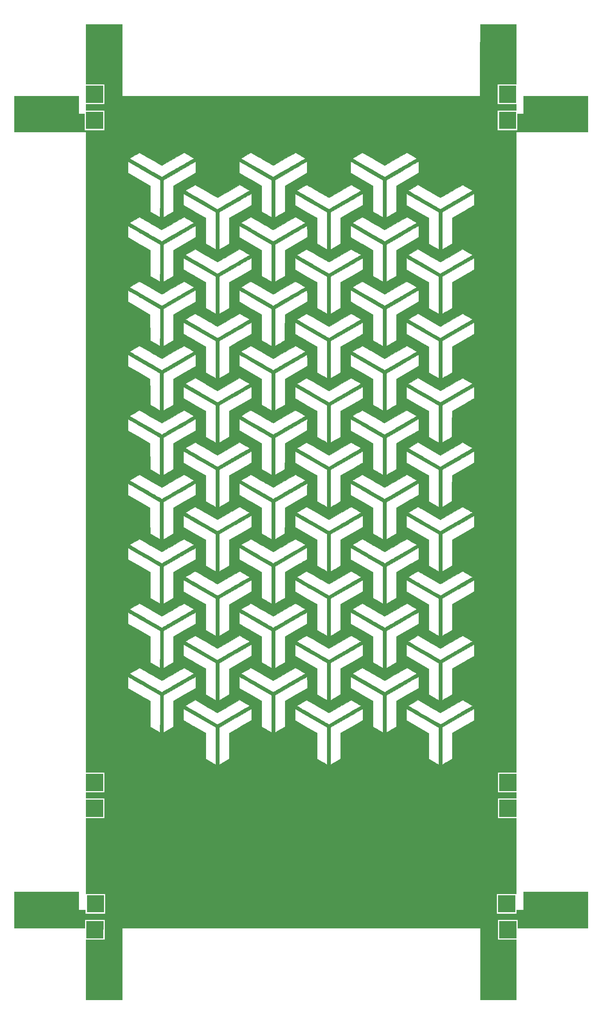
<source format=gbr>
%TF.GenerationSoftware,KiCad,Pcbnew,(5.1.6)-1*%
%TF.CreationDate,2020-10-10T00:17:57+01:00*%
%TF.ProjectId,Side 2,53696465-2032-42e6-9b69-6361645f7063,rev?*%
%TF.SameCoordinates,Original*%
%TF.FileFunction,Copper,L2,Bot*%
%TF.FilePolarity,Positive*%
%FSLAX46Y46*%
G04 Gerber Fmt 4.6, Leading zero omitted, Abs format (unit mm)*
G04 Created by KiCad (PCBNEW (5.1.6)-1) date 2020-10-10 00:17:57*
%MOMM*%
%LPD*%
G01*
G04 APERTURE LIST*
%TA.AperFunction,EtchedComponent*%
%ADD10C,0.010000*%
%TD*%
G04 APERTURE END LIST*
D10*
%TO.C,G\u002A\u002A\u002A*%
G36*
X-119130000Y-28825845D02*
G01*
X-79765291Y-28820547D01*
X-40400583Y-28815250D01*
X-40395263Y-20946542D01*
X-40389943Y-13077833D01*
X-32516000Y-13077833D01*
X-32516000Y-26243500D01*
X-36601166Y-26243500D01*
X-36601166Y-30646167D01*
X-32516000Y-30646167D01*
X-32516000Y-31958500D01*
X-36601363Y-31958500D01*
X-36595973Y-34154542D01*
X-36590583Y-36350583D01*
X-34394541Y-36355973D01*
X-32198500Y-36361363D01*
X-32198500Y-32763436D01*
X-31537041Y-32757843D01*
X-30875583Y-32752250D01*
X-30870182Y-30789042D01*
X-30864781Y-28825833D01*
X-16768000Y-28825833D01*
X-16768000Y-36699833D01*
X-32516000Y-36699833D01*
X-32516000Y-177352333D01*
X-36558833Y-177352333D01*
X-36558833Y-181755000D01*
X-32516000Y-181755000D01*
X-32516000Y-183046167D01*
X-36558833Y-183046167D01*
X-36558833Y-187448833D01*
X-32516000Y-187448833D01*
X-32516000Y-204001167D01*
X-36770500Y-204001167D01*
X-36770500Y-208403833D01*
X-32367833Y-208403833D01*
X-32367833Y-207578333D01*
X-30865000Y-207578333D01*
X-30865000Y-203641333D01*
X-16768000Y-203641333D01*
X-16768000Y-211536500D01*
X-32156166Y-211536500D01*
X-32156166Y-209695000D01*
X-36558833Y-209695000D01*
X-36558833Y-214097667D01*
X-32516000Y-214097667D01*
X-32516000Y-227284500D01*
X-40390000Y-227284500D01*
X-40390000Y-211536500D01*
X-119130000Y-211536500D01*
X-119130000Y-227284500D01*
X-127025166Y-227284500D01*
X-127025166Y-214097667D01*
X-122940000Y-214097667D01*
X-122940000Y-209695000D01*
X-127342666Y-209695000D01*
X-127342666Y-211536557D01*
X-135052625Y-211531237D01*
X-142762583Y-211525917D01*
X-142767931Y-207583625D01*
X-142773277Y-203641333D01*
X-128655000Y-203641333D01*
X-128655000Y-207578333D01*
X-127194500Y-207578333D01*
X-127194500Y-208403833D01*
X-122791833Y-208403833D01*
X-122791833Y-204001167D01*
X-127025166Y-204001167D01*
X-127025166Y-187448833D01*
X-123003500Y-187448833D01*
X-123003500Y-183046167D01*
X-127025166Y-183046167D01*
X-127025166Y-181755000D01*
X-123003500Y-181755000D01*
X-123003500Y-177352548D01*
X-125009041Y-177347149D01*
X-127014583Y-177341750D01*
X-127016069Y-157598714D01*
X-117860000Y-157598714D01*
X-117860000Y-158867123D01*
X-115462875Y-160249912D01*
X-115168335Y-160419867D01*
X-114883313Y-160584428D01*
X-114610028Y-160742308D01*
X-114350696Y-160892222D01*
X-114107535Y-161032886D01*
X-113882763Y-161163013D01*
X-113678598Y-161281319D01*
X-113497258Y-161386518D01*
X-113340958Y-161477326D01*
X-113211919Y-161552457D01*
X-113112356Y-161610626D01*
X-113044488Y-161650547D01*
X-113010533Y-161670936D01*
X-113007618Y-161672820D01*
X-112949487Y-161712940D01*
X-112944118Y-164539837D01*
X-112938750Y-167366734D01*
X-111869833Y-167986458D01*
X-111674907Y-168099250D01*
X-111490555Y-168205498D01*
X-111320084Y-168303323D01*
X-111166806Y-168390847D01*
X-111034029Y-168466191D01*
X-110925063Y-168527475D01*
X-110843218Y-168572821D01*
X-110791804Y-168600350D01*
X-110774458Y-168608341D01*
X-110771185Y-168601116D01*
X-110768175Y-168577883D01*
X-110765420Y-168537144D01*
X-110762910Y-168477399D01*
X-110760634Y-168397149D01*
X-110758584Y-168294893D01*
X-110756749Y-168169132D01*
X-110755120Y-168018366D01*
X-110753687Y-167841096D01*
X-110752441Y-167635823D01*
X-110751371Y-167401046D01*
X-110750468Y-167135265D01*
X-110749723Y-166836983D01*
X-110749125Y-166504698D01*
X-110748665Y-166136911D01*
X-110748526Y-165966322D01*
X-110002905Y-165966322D01*
X-110002750Y-166385952D01*
X-110002359Y-166771986D01*
X-110001736Y-167123604D01*
X-110000883Y-167439983D01*
X-109999804Y-167720303D01*
X-109998502Y-167963742D01*
X-109996978Y-168169479D01*
X-109995238Y-168336692D01*
X-109993282Y-168464561D01*
X-109991115Y-168552264D01*
X-109988740Y-168598980D01*
X-109987115Y-168606990D01*
X-109965606Y-168595389D01*
X-109910731Y-168564461D01*
X-109825764Y-168516082D01*
X-109713979Y-168452131D01*
X-109578649Y-168374486D01*
X-109423047Y-168285024D01*
X-109250447Y-168185625D01*
X-109064124Y-168078165D01*
X-108886471Y-167975572D01*
X-107805986Y-167351228D01*
X-107802185Y-165345142D01*
X-105601532Y-165345142D01*
X-105601305Y-165501224D01*
X-105600486Y-165627799D01*
X-105598999Y-165728074D01*
X-105596767Y-165805255D01*
X-105593712Y-165862549D01*
X-105589758Y-165903163D01*
X-105584829Y-165930302D01*
X-105578846Y-165947173D01*
X-105571734Y-165956983D01*
X-105568446Y-165959728D01*
X-105545937Y-165973410D01*
X-105488931Y-166006955D01*
X-105399615Y-166059098D01*
X-105280174Y-166128572D01*
X-105132795Y-166214112D01*
X-104959665Y-166314453D01*
X-104762971Y-166428329D01*
X-104544898Y-166554474D01*
X-104307633Y-166691622D01*
X-104053363Y-166838508D01*
X-103784273Y-166993866D01*
X-103502551Y-167156431D01*
X-103210383Y-167324937D01*
X-103123471Y-167375046D01*
X-100715000Y-168763552D01*
X-100715000Y-174422336D01*
X-99630208Y-175050337D01*
X-99434121Y-175163718D01*
X-99248903Y-175270551D01*
X-99077799Y-175368979D01*
X-98924057Y-175457149D01*
X-98790922Y-175533207D01*
X-98681639Y-175595296D01*
X-98599456Y-175641563D01*
X-98547618Y-175670154D01*
X-98529488Y-175679252D01*
X-98527909Y-175658518D01*
X-98526427Y-175597487D01*
X-98525047Y-175498195D01*
X-98523775Y-175362678D01*
X-98522616Y-175192973D01*
X-98521575Y-174991115D01*
X-98520657Y-174759140D01*
X-98519868Y-174499085D01*
X-98519213Y-174212986D01*
X-98518697Y-173902879D01*
X-98518325Y-173570800D01*
X-98518103Y-173218785D01*
X-98518036Y-172848871D01*
X-98518129Y-172463093D01*
X-98518387Y-172063487D01*
X-98518816Y-171652090D01*
X-98518905Y-171582642D01*
X-98524236Y-167495355D01*
X-97772833Y-167495355D01*
X-97772833Y-171587761D01*
X-97772750Y-172000675D01*
X-97772508Y-172402144D01*
X-97772113Y-172790130D01*
X-97771575Y-173162594D01*
X-97770901Y-173517499D01*
X-97770100Y-173852806D01*
X-97769179Y-174166478D01*
X-97768146Y-174456476D01*
X-97767010Y-174720763D01*
X-97765779Y-174957300D01*
X-97764461Y-175164050D01*
X-97763064Y-175338974D01*
X-97761596Y-175480034D01*
X-97760065Y-175585193D01*
X-97758479Y-175652412D01*
X-97756847Y-175679654D01*
X-97756589Y-175680167D01*
X-97735803Y-175669870D01*
X-97681641Y-175640217D01*
X-97597361Y-175593059D01*
X-97486224Y-175530249D01*
X-97351490Y-175453642D01*
X-97196417Y-175365088D01*
X-97024266Y-175266443D01*
X-96838297Y-175159558D01*
X-96661214Y-175057507D01*
X-95582083Y-174434847D01*
X-95576715Y-171608727D01*
X-95571346Y-168782606D01*
X-95513215Y-168741967D01*
X-95487998Y-168726559D01*
X-95428311Y-168691318D01*
X-95336372Y-168637529D01*
X-95214398Y-168566475D01*
X-95064610Y-168479443D01*
X-94889224Y-168377716D01*
X-94690460Y-168262581D01*
X-94470537Y-168135322D01*
X-94231672Y-167997223D01*
X-93976085Y-167849570D01*
X-93705993Y-167693648D01*
X-93423616Y-167530742D01*
X-93131172Y-167362136D01*
X-93057958Y-167319942D01*
X-90660833Y-165938556D01*
X-90660833Y-164671028D01*
X-90661018Y-164443736D01*
X-90661551Y-164229513D01*
X-90662399Y-164032021D01*
X-90663528Y-163854923D01*
X-90664907Y-163701880D01*
X-90666502Y-163576554D01*
X-90668280Y-163482608D01*
X-90670208Y-163423703D01*
X-90672236Y-163403500D01*
X-90691434Y-163413917D01*
X-90745518Y-163444488D01*
X-90832715Y-163494194D01*
X-90951253Y-163562014D01*
X-91099361Y-163646931D01*
X-91275265Y-163747923D01*
X-91477194Y-163863971D01*
X-91703376Y-163994056D01*
X-91952038Y-164137158D01*
X-92221409Y-164292257D01*
X-92509716Y-164458334D01*
X-92815187Y-164634370D01*
X-93136051Y-164819344D01*
X-93470534Y-165012237D01*
X-93816864Y-165212030D01*
X-94173271Y-165417703D01*
X-94228236Y-165449427D01*
X-97772833Y-167495355D01*
X-98524236Y-167495355D01*
X-98524250Y-167485118D01*
X-102059083Y-165443894D01*
X-105593916Y-163402671D01*
X-105599434Y-164667794D01*
X-105600519Y-164931634D01*
X-105601244Y-165156348D01*
X-105601532Y-165345142D01*
X-107802185Y-165345142D01*
X-107800618Y-164518804D01*
X-107797263Y-162748014D01*
X-105223206Y-162748014D01*
X-105205196Y-162759572D01*
X-105152285Y-162791260D01*
X-105066238Y-162842052D01*
X-104948821Y-162910921D01*
X-104801802Y-162996842D01*
X-104626946Y-163098789D01*
X-104426019Y-163215735D01*
X-104200787Y-163346656D01*
X-103953018Y-163490523D01*
X-103684476Y-163646313D01*
X-103396929Y-163812998D01*
X-103092142Y-163989553D01*
X-102771883Y-164174952D01*
X-102437916Y-164368168D01*
X-102092008Y-164568176D01*
X-101735925Y-164773950D01*
X-101683375Y-164804308D01*
X-98143250Y-166849337D01*
X-98024658Y-166782710D01*
X-97994278Y-166765367D01*
X-97929110Y-166727948D01*
X-97831032Y-166671536D01*
X-97701921Y-166597212D01*
X-97543657Y-166506060D01*
X-97358115Y-166399162D01*
X-97147176Y-166277600D01*
X-96912716Y-166142457D01*
X-96656614Y-165994816D01*
X-96380747Y-165835760D01*
X-96086994Y-165666370D01*
X-95777233Y-165487729D01*
X-95453341Y-165300920D01*
X-95117197Y-165107026D01*
X-94770679Y-164907129D01*
X-94475789Y-164737000D01*
X-94029857Y-164479610D01*
X-93619685Y-164242622D01*
X-93244269Y-164025445D01*
X-92902606Y-163827491D01*
X-92593694Y-163648168D01*
X-92316530Y-163486888D01*
X-92070109Y-163343061D01*
X-91853430Y-163216097D01*
X-91665489Y-163105407D01*
X-91505283Y-163010400D01*
X-91371809Y-162930486D01*
X-91264064Y-162865078D01*
X-91181045Y-162813583D01*
X-91121749Y-162775413D01*
X-91085173Y-162749979D01*
X-91070314Y-162736689D01*
X-91070131Y-162734721D01*
X-91092521Y-162720184D01*
X-91148309Y-162686505D01*
X-91234180Y-162635621D01*
X-91346820Y-162569469D01*
X-91482913Y-162489985D01*
X-91639145Y-162399105D01*
X-91812202Y-162298767D01*
X-91998768Y-162190907D01*
X-92166960Y-162093914D01*
X-93239169Y-161476302D01*
X-95680022Y-162885644D01*
X-95977355Y-163057112D01*
X-96264697Y-163222404D01*
X-96539897Y-163380305D01*
X-96800802Y-163529596D01*
X-97045264Y-163669061D01*
X-97271129Y-163797482D01*
X-97476248Y-163913642D01*
X-97658469Y-164016324D01*
X-97815641Y-164104311D01*
X-97945613Y-164176386D01*
X-98046233Y-164231331D01*
X-98115352Y-164267930D01*
X-98150817Y-164284965D01*
X-98155015Y-164286058D01*
X-98177197Y-164274564D01*
X-98233851Y-164243121D01*
X-98322807Y-164192973D01*
X-98441891Y-164125365D01*
X-98588931Y-164041541D01*
X-98761755Y-163942747D01*
X-98958189Y-163830227D01*
X-99176063Y-163705226D01*
X-99413203Y-163568989D01*
X-99667437Y-163422760D01*
X-99936592Y-163267784D01*
X-100218497Y-163105307D01*
X-100510978Y-162936572D01*
X-100614383Y-162876879D01*
X-103039610Y-161476627D01*
X-104131261Y-162106689D01*
X-104327655Y-162220221D01*
X-104512717Y-162327554D01*
X-104683260Y-162426815D01*
X-104836097Y-162516133D01*
X-104968043Y-162593637D01*
X-105075910Y-162657455D01*
X-105156513Y-162705715D01*
X-105206665Y-162736547D01*
X-105223206Y-162748014D01*
X-107797263Y-162748014D01*
X-107795250Y-161686379D01*
X-105355791Y-160277684D01*
X-102916333Y-158868989D01*
X-102916333Y-157601411D01*
X-102916463Y-157374114D01*
X-102916836Y-157159886D01*
X-102917431Y-156962390D01*
X-102918223Y-156785286D01*
X-102919190Y-156632238D01*
X-102920308Y-156506907D01*
X-102921555Y-156412955D01*
X-102922907Y-156354043D01*
X-102924329Y-156333833D01*
X-102943178Y-156344254D01*
X-102996908Y-156374834D01*
X-103083746Y-156424552D01*
X-103201919Y-156492386D01*
X-103349654Y-156577316D01*
X-103525180Y-156678318D01*
X-103726722Y-156794373D01*
X-103952509Y-156924458D01*
X-104200768Y-157067551D01*
X-104469726Y-157222631D01*
X-104757610Y-157388677D01*
X-105062647Y-157564667D01*
X-105383066Y-157749579D01*
X-105717093Y-157942391D01*
X-106062955Y-158142083D01*
X-106418881Y-158347632D01*
X-106464454Y-158373954D01*
X-109996583Y-160414075D01*
X-110001928Y-164514069D01*
X-110002497Y-165029559D01*
X-110002822Y-165513917D01*
X-110002905Y-165966322D01*
X-110748526Y-165966322D01*
X-110748333Y-165732122D01*
X-110748119Y-165288832D01*
X-110748015Y-164805542D01*
X-110748000Y-164519304D01*
X-110748000Y-160428108D01*
X-114284373Y-158386262D01*
X-114641866Y-158179873D01*
X-114989626Y-157979146D01*
X-115325875Y-157785105D01*
X-115648833Y-157598777D01*
X-115956720Y-157421186D01*
X-116247756Y-157253358D01*
X-116520162Y-157096318D01*
X-116772158Y-156951092D01*
X-117001964Y-156818706D01*
X-117207801Y-156700184D01*
X-117387889Y-156596552D01*
X-117540448Y-156508835D01*
X-117663700Y-156438059D01*
X-117755863Y-156385250D01*
X-117815159Y-156351432D01*
X-117839808Y-156337631D01*
X-117840373Y-156337361D01*
X-117844437Y-156356622D01*
X-117848110Y-156415952D01*
X-117851355Y-156513086D01*
X-117854138Y-156645762D01*
X-117856424Y-156811715D01*
X-117858177Y-157008683D01*
X-117859362Y-157234401D01*
X-117859944Y-157486607D01*
X-117860000Y-157598714D01*
X-127016069Y-157598714D01*
X-127016212Y-155685775D01*
X-117457933Y-155685775D01*
X-117436800Y-155699317D01*
X-117381231Y-155732633D01*
X-117293394Y-155784474D01*
X-117175456Y-155853591D01*
X-117029585Y-155938732D01*
X-116857947Y-156038650D01*
X-116662710Y-156152093D01*
X-116446041Y-156277812D01*
X-116210108Y-156414558D01*
X-115957077Y-156561080D01*
X-115689117Y-156716128D01*
X-115408394Y-156878454D01*
X-115117076Y-157046806D01*
X-114817331Y-157219936D01*
X-114511324Y-157396594D01*
X-114201224Y-157575529D01*
X-113889198Y-157755493D01*
X-113577414Y-157935234D01*
X-113268038Y-158113504D01*
X-112963238Y-158289053D01*
X-112665181Y-158460630D01*
X-112376034Y-158626987D01*
X-112097966Y-158786873D01*
X-111833142Y-158939038D01*
X-111583731Y-159082233D01*
X-111351899Y-159215208D01*
X-111139815Y-159336714D01*
X-110949645Y-159445499D01*
X-110783556Y-159540316D01*
X-110643717Y-159619913D01*
X-110532294Y-159683041D01*
X-110451454Y-159728451D01*
X-110403365Y-159754892D01*
X-110389948Y-159761547D01*
X-110368853Y-159751254D01*
X-110312897Y-159720793D01*
X-110223869Y-159671185D01*
X-110103554Y-159603453D01*
X-109953741Y-159518620D01*
X-109776217Y-159417706D01*
X-109572769Y-159301735D01*
X-109345186Y-159171728D01*
X-109095254Y-159028707D01*
X-108824760Y-158873695D01*
X-108535493Y-158707713D01*
X-108229239Y-158531784D01*
X-107907786Y-158346930D01*
X-107572922Y-158154172D01*
X-107226434Y-157954533D01*
X-106870108Y-157749036D01*
X-106829391Y-157725542D01*
X-106472404Y-157519493D01*
X-106125330Y-157319062D01*
X-105789939Y-157125275D01*
X-105468001Y-156939160D01*
X-105161286Y-156761742D01*
X-104871564Y-156594047D01*
X-104600605Y-156437104D01*
X-104350179Y-156291938D01*
X-104122056Y-156159575D01*
X-103918005Y-156041042D01*
X-103739797Y-155937366D01*
X-103589202Y-155849573D01*
X-103467989Y-155778689D01*
X-103377929Y-155725742D01*
X-103320791Y-155691758D01*
X-103298346Y-155677763D01*
X-103298068Y-155677474D01*
X-103315755Y-155665249D01*
X-103366938Y-155633857D01*
X-103448392Y-155585190D01*
X-103556887Y-155521141D01*
X-103689199Y-155443600D01*
X-103842099Y-155354461D01*
X-104012361Y-155255615D01*
X-104196758Y-155148954D01*
X-104360958Y-155054275D01*
X-104555885Y-154942029D01*
X-104740362Y-154835779D01*
X-104911034Y-154737461D01*
X-105064543Y-154649009D01*
X-105197534Y-154572357D01*
X-105306649Y-154509441D01*
X-105388533Y-154462194D01*
X-105439829Y-154432551D01*
X-105456698Y-154422745D01*
X-105471764Y-154425683D01*
X-105507471Y-154441100D01*
X-105565056Y-154469692D01*
X-105645759Y-154512155D01*
X-105750816Y-154569188D01*
X-105881465Y-154641485D01*
X-106038945Y-154729744D01*
X-106224494Y-154834661D01*
X-106439349Y-154956933D01*
X-106684748Y-155097256D01*
X-106961929Y-155256327D01*
X-107272131Y-155434843D01*
X-107616591Y-155633501D01*
X-107927760Y-155813235D01*
X-108223867Y-155984296D01*
X-108509939Y-156149413D01*
X-108783829Y-156307354D01*
X-109043392Y-156456888D01*
X-109286481Y-156596783D01*
X-109510950Y-156725808D01*
X-109714653Y-156842732D01*
X-109895445Y-156946322D01*
X-110051179Y-157035349D01*
X-110179710Y-157108579D01*
X-110278890Y-157164783D01*
X-110346575Y-157202728D01*
X-110380618Y-157221184D01*
X-110384326Y-157222833D01*
X-110404463Y-157212433D01*
X-110459081Y-157182056D01*
X-110546028Y-157132939D01*
X-110663150Y-157066317D01*
X-110808293Y-156983427D01*
X-110979304Y-156885503D01*
X-111174029Y-156773782D01*
X-111390316Y-156649500D01*
X-111626010Y-156513893D01*
X-111878958Y-156368197D01*
X-112147007Y-156213647D01*
X-112428003Y-156051480D01*
X-112719792Y-155882930D01*
X-112823931Y-155822739D01*
X-113119245Y-155652146D01*
X-113404707Y-155487477D01*
X-113678149Y-155329974D01*
X-113937402Y-155180875D01*
X-114180295Y-155041422D01*
X-114404660Y-154912853D01*
X-114608327Y-154796408D01*
X-114789127Y-154693327D01*
X-114944890Y-154604850D01*
X-115073448Y-154532217D01*
X-115172629Y-154476667D01*
X-115240266Y-154439441D01*
X-115274189Y-154421777D01*
X-115277666Y-154420448D01*
X-115302940Y-154430137D01*
X-115359999Y-154458832D01*
X-115444989Y-154504296D01*
X-115554052Y-154564291D01*
X-115683332Y-154636579D01*
X-115828973Y-154718920D01*
X-115987118Y-154809079D01*
X-116153912Y-154904816D01*
X-116325498Y-155003893D01*
X-116498019Y-155104073D01*
X-116667620Y-155203117D01*
X-116830444Y-155298787D01*
X-116982635Y-155388846D01*
X-117120336Y-155471055D01*
X-117239691Y-155543176D01*
X-117336844Y-155602972D01*
X-117407938Y-155648204D01*
X-117449118Y-155676634D01*
X-117457933Y-155685775D01*
X-127016212Y-155685775D01*
X-127017133Y-143459270D01*
X-117860000Y-143459270D01*
X-117860000Y-144724039D01*
X-115404666Y-146141809D01*
X-112949333Y-147559580D01*
X-112949333Y-153218428D01*
X-111864541Y-153844470D01*
X-111668386Y-153957527D01*
X-111483110Y-154064033D01*
X-111311963Y-154162138D01*
X-111158194Y-154249992D01*
X-111025053Y-154325747D01*
X-110915790Y-154387553D01*
X-110833654Y-154433561D01*
X-110781893Y-154461922D01*
X-110763875Y-154470839D01*
X-110762273Y-154450045D01*
X-110760716Y-154388956D01*
X-110759211Y-154289608D01*
X-110757766Y-154154040D01*
X-110756390Y-153984289D01*
X-110755089Y-153782393D01*
X-110753873Y-153550389D01*
X-110752748Y-153290314D01*
X-110751723Y-153004207D01*
X-110750805Y-152694104D01*
X-110750003Y-152362045D01*
X-110749324Y-152010065D01*
X-110748777Y-151640203D01*
X-110748710Y-151576080D01*
X-110002704Y-151576080D01*
X-110002598Y-151948752D01*
X-110002319Y-152303823D01*
X-110001873Y-152639263D01*
X-110001269Y-152953041D01*
X-110000510Y-153243125D01*
X-109999604Y-153507484D01*
X-109998557Y-153744089D01*
X-109997376Y-153950906D01*
X-109996065Y-154125907D01*
X-109994633Y-154267059D01*
X-109993084Y-154372333D01*
X-109991425Y-154439696D01*
X-109989663Y-154467117D01*
X-109989339Y-154467657D01*
X-109968235Y-154456072D01*
X-109913737Y-154425185D01*
X-109829111Y-154376871D01*
X-109717622Y-154313003D01*
X-109582533Y-154235455D01*
X-109427108Y-154146101D01*
X-109254613Y-154046814D01*
X-109068311Y-153939468D01*
X-108889197Y-153836167D01*
X-107806988Y-153211750D01*
X-107802345Y-150969533D01*
X-105600268Y-150969533D01*
X-105599921Y-151167983D01*
X-105599088Y-151346326D01*
X-105597798Y-151500837D01*
X-105596083Y-151627791D01*
X-105593974Y-151723464D01*
X-105591501Y-151784131D01*
X-105588793Y-151805999D01*
X-105568834Y-151818201D01*
X-105514353Y-151850302D01*
X-105427503Y-151901056D01*
X-105310435Y-151969215D01*
X-105165301Y-152053534D01*
X-104994253Y-152152765D01*
X-104799442Y-152265662D01*
X-104583021Y-152390977D01*
X-104347142Y-152527463D01*
X-104093956Y-152673875D01*
X-103825615Y-152828965D01*
X-103544271Y-152991486D01*
X-103252076Y-153160191D01*
X-103143875Y-153222643D01*
X-100715000Y-154624418D01*
X-100714709Y-157452917D01*
X-100714417Y-160281417D01*
X-99629917Y-160909498D01*
X-99433860Y-161022918D01*
X-99248672Y-161129808D01*
X-99077599Y-161228312D01*
X-98923887Y-161316570D01*
X-98790783Y-161392727D01*
X-98681533Y-161454923D01*
X-98599384Y-161501301D01*
X-98547581Y-161530004D01*
X-98529488Y-161539206D01*
X-98527909Y-161518545D01*
X-98526427Y-161457586D01*
X-98525047Y-161358365D01*
X-98523775Y-161222918D01*
X-98522616Y-161053281D01*
X-98521575Y-160851489D01*
X-98520657Y-160619578D01*
X-98519868Y-160359584D01*
X-98519213Y-160073542D01*
X-98518697Y-159763488D01*
X-98518325Y-159431457D01*
X-98518103Y-159079487D01*
X-98518036Y-158709611D01*
X-98518129Y-158323866D01*
X-98518387Y-157924287D01*
X-98518816Y-157512911D01*
X-98518905Y-157443458D01*
X-98524236Y-153356370D01*
X-97772833Y-153356370D01*
X-97772833Y-157448602D01*
X-97772768Y-157861507D01*
X-97772579Y-158262968D01*
X-97772270Y-158650944D01*
X-97771849Y-159023399D01*
X-97771322Y-159378295D01*
X-97770695Y-159713593D01*
X-97769974Y-160027254D01*
X-97769166Y-160317243D01*
X-97768278Y-160581519D01*
X-97767315Y-160818045D01*
X-97766284Y-161024783D01*
X-97765190Y-161199696D01*
X-97764042Y-161340744D01*
X-97762844Y-161445890D01*
X-97761603Y-161513095D01*
X-97760326Y-161540323D01*
X-97760125Y-161540833D01*
X-97739996Y-161530543D01*
X-97686454Y-161500903D01*
X-97602733Y-161453756D01*
X-97492066Y-161390945D01*
X-97357686Y-161314314D01*
X-97202826Y-161225707D01*
X-97030721Y-161126967D01*
X-96844602Y-161019939D01*
X-96659458Y-160913245D01*
X-95571500Y-160285658D01*
X-95571347Y-157598542D01*
X-93370046Y-157598542D01*
X-93369925Y-158863250D01*
X-90914926Y-160281417D01*
X-88459927Y-161699583D01*
X-88454422Y-164532509D01*
X-88448916Y-167365436D01*
X-87369416Y-167987915D01*
X-87173732Y-168100604D01*
X-86988935Y-168206731D01*
X-86818285Y-168304445D01*
X-86665039Y-168391895D01*
X-86532456Y-168467227D01*
X-86423795Y-168528591D01*
X-86342314Y-168574134D01*
X-86291273Y-168602005D01*
X-86274041Y-168610447D01*
X-86272440Y-168589626D01*
X-86270882Y-168528509D01*
X-86269377Y-168429135D01*
X-86267932Y-168293541D01*
X-86266556Y-168123766D01*
X-86265255Y-167921848D01*
X-86264038Y-167689825D01*
X-86262913Y-167429735D01*
X-86261888Y-167143615D01*
X-86260970Y-166833504D01*
X-86260168Y-166501441D01*
X-86259490Y-166149462D01*
X-86259401Y-166089084D01*
X-85513164Y-166089084D01*
X-85513098Y-166444248D01*
X-85512907Y-166779821D01*
X-85512594Y-167093765D01*
X-85512162Y-167384045D01*
X-85511616Y-167648622D01*
X-85510959Y-167885461D01*
X-85510195Y-168092525D01*
X-85509327Y-168267776D01*
X-85508359Y-168409178D01*
X-85507295Y-168514694D01*
X-85506138Y-168582288D01*
X-85504893Y-168609922D01*
X-85504678Y-168610500D01*
X-85484539Y-168600210D01*
X-85430988Y-168570569D01*
X-85347258Y-168523422D01*
X-85236583Y-168460610D01*
X-85102195Y-168383979D01*
X-84947329Y-168295372D01*
X-84775219Y-168196631D01*
X-84589096Y-168089602D01*
X-84403958Y-167982912D01*
X-83316000Y-167355324D01*
X-83316000Y-164033910D01*
X-81111172Y-164033910D01*
X-81110929Y-164231709D01*
X-81110391Y-164446256D01*
X-81109549Y-164673897D01*
X-81109540Y-164675871D01*
X-81104083Y-165948242D01*
X-78669916Y-167352051D01*
X-76235750Y-168755859D01*
X-76230382Y-171588562D01*
X-76225014Y-174421264D01*
X-75140299Y-175048990D01*
X-74944203Y-175162348D01*
X-74758978Y-175269183D01*
X-74587871Y-175367638D01*
X-74434129Y-175455857D01*
X-74300999Y-175531982D01*
X-74191728Y-175594157D01*
X-74109563Y-175640525D01*
X-74057750Y-175669228D01*
X-74039655Y-175678441D01*
X-74038076Y-175657790D01*
X-74036594Y-175596840D01*
X-74035215Y-175497628D01*
X-74033943Y-175362187D01*
X-74032784Y-175192554D01*
X-74031743Y-174990763D01*
X-74030826Y-174758850D01*
X-74030036Y-174498849D01*
X-74029381Y-174212795D01*
X-74028865Y-173902725D01*
X-74028493Y-173570672D01*
X-74028270Y-173218672D01*
X-74028205Y-172863382D01*
X-73257432Y-172863382D01*
X-73257311Y-173251357D01*
X-73257000Y-173616977D01*
X-73256503Y-173958531D01*
X-73255826Y-174274310D01*
X-73254976Y-174562603D01*
X-73253957Y-174821701D01*
X-73252776Y-175049893D01*
X-73251437Y-175245470D01*
X-73249946Y-175406721D01*
X-73248310Y-175531936D01*
X-73246533Y-175619406D01*
X-73244621Y-175667419D01*
X-73243241Y-175676657D01*
X-73221997Y-175665066D01*
X-73167370Y-175634165D01*
X-73082627Y-175585829D01*
X-72971036Y-175521932D01*
X-72835863Y-175444351D01*
X-72680377Y-175354959D01*
X-72507844Y-175255632D01*
X-72321532Y-175148246D01*
X-72142882Y-175045167D01*
X-71061221Y-174420750D01*
X-71055569Y-171587339D01*
X-71049916Y-168753929D01*
X-68615750Y-167350120D01*
X-66181583Y-165946311D01*
X-66176125Y-164672577D01*
X-66175115Y-164399785D01*
X-66174628Y-164166661D01*
X-66174711Y-163970539D01*
X-66175407Y-163808757D01*
X-66176761Y-163678650D01*
X-66178817Y-163577556D01*
X-66181621Y-163502810D01*
X-66185217Y-163451748D01*
X-66189650Y-163421707D01*
X-66194964Y-163410023D01*
X-66197292Y-163409870D01*
X-66218052Y-163421422D01*
X-66273672Y-163453129D01*
X-66362364Y-163503958D01*
X-66482337Y-163572878D01*
X-66631802Y-163658856D01*
X-66808969Y-163760860D01*
X-67012047Y-163877860D01*
X-67239249Y-164008822D01*
X-67488782Y-164152715D01*
X-67758859Y-164308507D01*
X-68047689Y-164475167D01*
X-68353482Y-164651662D01*
X-68674449Y-164836960D01*
X-69008800Y-165030030D01*
X-69354744Y-165229840D01*
X-69710494Y-165435358D01*
X-69737583Y-165451010D01*
X-73251250Y-167481123D01*
X-73256595Y-171582427D01*
X-73257080Y-172027207D01*
X-73257357Y-172454762D01*
X-73257432Y-172863382D01*
X-74028205Y-172863382D01*
X-74028202Y-172848760D01*
X-74028295Y-172462972D01*
X-74028552Y-172063342D01*
X-74028981Y-171651905D01*
X-74029071Y-171580684D01*
X-74034416Y-167481202D01*
X-77566552Y-165442351D01*
X-77923651Y-165236246D01*
X-78270912Y-165035868D01*
X-78606560Y-164842237D01*
X-78928823Y-164656374D01*
X-79235927Y-164479301D01*
X-79526099Y-164312038D01*
X-79797566Y-164155607D01*
X-80048554Y-164011030D01*
X-80277291Y-163879326D01*
X-80482003Y-163761519D01*
X-80660917Y-163658628D01*
X-80812259Y-163571675D01*
X-80934257Y-163501681D01*
X-81025137Y-163449667D01*
X-81083127Y-163416654D01*
X-81106452Y-163403665D01*
X-81106842Y-163403500D01*
X-81108213Y-163424057D01*
X-81109335Y-163483292D01*
X-81110200Y-163577550D01*
X-81110799Y-163703175D01*
X-81111126Y-163856513D01*
X-81111172Y-164033910D01*
X-83316000Y-164033910D01*
X-83316000Y-162747333D01*
X-80732846Y-162747333D01*
X-80714924Y-162758898D01*
X-80662472Y-162790346D01*
X-80577643Y-162840433D01*
X-80462592Y-162907913D01*
X-80319472Y-162991543D01*
X-80150438Y-163090076D01*
X-79957642Y-163202269D01*
X-79743239Y-163326877D01*
X-79509383Y-163462654D01*
X-79258227Y-163608356D01*
X-78991925Y-163762739D01*
X-78712631Y-163924557D01*
X-78422499Y-164092566D01*
X-78123683Y-164265520D01*
X-77818336Y-164442176D01*
X-77508612Y-164621288D01*
X-77196666Y-164801612D01*
X-76884650Y-164981903D01*
X-76574720Y-165160915D01*
X-76269028Y-165337405D01*
X-75969728Y-165510127D01*
X-75678975Y-165677837D01*
X-75398921Y-165839290D01*
X-75131722Y-165993241D01*
X-74879530Y-166138445D01*
X-74644500Y-166273658D01*
X-74428785Y-166397634D01*
X-74234539Y-166509130D01*
X-74063916Y-166606900D01*
X-73919070Y-166689699D01*
X-73802155Y-166756283D01*
X-73715324Y-166805407D01*
X-73660731Y-166835826D01*
X-73640530Y-166846295D01*
X-73640490Y-166846292D01*
X-73621136Y-166835546D01*
X-73566900Y-166804647D01*
X-73479558Y-166754616D01*
X-73360885Y-166686478D01*
X-73212655Y-166601255D01*
X-73036643Y-166499969D01*
X-72834624Y-166383643D01*
X-72608373Y-166253300D01*
X-72359665Y-166109963D01*
X-72090274Y-165954654D01*
X-71801977Y-165788397D01*
X-71496546Y-165612213D01*
X-71175758Y-165427126D01*
X-70841388Y-165234159D01*
X-70495209Y-165034333D01*
X-70138997Y-164828673D01*
X-70090207Y-164800500D01*
X-69732921Y-164594136D01*
X-69385557Y-164393394D01*
X-69049881Y-164199299D01*
X-68727661Y-164012877D01*
X-68420663Y-163835153D01*
X-68130655Y-163667155D01*
X-67859403Y-163509906D01*
X-67608675Y-163364434D01*
X-67380237Y-163231764D01*
X-67175856Y-163112921D01*
X-66997300Y-163008931D01*
X-66846335Y-162920821D01*
X-66724729Y-162849615D01*
X-66634248Y-162796340D01*
X-66576660Y-162762022D01*
X-66553731Y-162747686D01*
X-66553387Y-162747333D01*
X-66571294Y-162734573D01*
X-66622138Y-162703200D01*
X-66702014Y-162655452D01*
X-66807019Y-162593570D01*
X-66933249Y-162519793D01*
X-67076799Y-162436361D01*
X-67233764Y-162345513D01*
X-67400242Y-162249488D01*
X-67572328Y-162150527D01*
X-67746118Y-162050869D01*
X-67917707Y-161952753D01*
X-68083192Y-161858419D01*
X-68238669Y-161770107D01*
X-68380233Y-161690056D01*
X-68503980Y-161620506D01*
X-68606006Y-161563696D01*
X-68682407Y-161521865D01*
X-68729278Y-161497255D01*
X-68742712Y-161491444D01*
X-68763869Y-161501842D01*
X-68819504Y-161532210D01*
X-68907453Y-161581315D01*
X-69025555Y-161647921D01*
X-69171648Y-161730793D01*
X-69343570Y-161828696D01*
X-69539159Y-161940393D01*
X-69756253Y-162064652D01*
X-69992690Y-162200235D01*
X-70246309Y-162345908D01*
X-70514946Y-162500435D01*
X-70796441Y-162662583D01*
X-71088631Y-162831114D01*
X-71194050Y-162891972D01*
X-71489459Y-163062450D01*
X-71774902Y-163226981D01*
X-72048219Y-163384330D01*
X-72307253Y-163533264D01*
X-72549844Y-163672546D01*
X-72773833Y-163800942D01*
X-72977060Y-163917217D01*
X-73157367Y-164020136D01*
X-73312594Y-164108465D01*
X-73440582Y-164180968D01*
X-73539172Y-164236411D01*
X-73606206Y-164273559D01*
X-73639523Y-164291176D01*
X-73642833Y-164292500D01*
X-73663676Y-164282104D01*
X-73719001Y-164251741D01*
X-73806649Y-164202644D01*
X-73924460Y-164136049D01*
X-74070275Y-164053191D01*
X-74241936Y-163955304D01*
X-74437283Y-163843623D01*
X-74654156Y-163719384D01*
X-74890398Y-163583821D01*
X-75143848Y-163438169D01*
X-75412348Y-163283662D01*
X-75693739Y-163121536D01*
X-75985860Y-162953026D01*
X-76091616Y-162891972D01*
X-76387063Y-162721482D01*
X-76672575Y-162556939D01*
X-76945988Y-162399579D01*
X-77205143Y-162250636D01*
X-77447878Y-162111347D01*
X-77672030Y-161982946D01*
X-77875439Y-161866669D01*
X-78055942Y-161763749D01*
X-78211378Y-161675424D01*
X-78339587Y-161602927D01*
X-78438405Y-161547494D01*
X-78445578Y-161543534D01*
X-73261940Y-161543534D01*
X-73161345Y-161488220D01*
X-73124060Y-161467190D01*
X-73053939Y-161427117D01*
X-72954771Y-161370182D01*
X-72830347Y-161298572D01*
X-72684456Y-161214469D01*
X-72520889Y-161120057D01*
X-72343434Y-161017521D01*
X-72155882Y-160909044D01*
X-72065916Y-160856973D01*
X-71071083Y-160281040D01*
X-71063639Y-158288064D01*
X-68855784Y-158288064D01*
X-68855261Y-158447207D01*
X-68854100Y-158576130D01*
X-68852243Y-158677859D01*
X-68849632Y-158755423D01*
X-68846211Y-158811849D01*
X-68841921Y-158850164D01*
X-68836705Y-158873397D01*
X-68830505Y-158884575D01*
X-68829640Y-158885289D01*
X-68807954Y-158898387D01*
X-68751774Y-158931382D01*
X-68663275Y-158983013D01*
X-68544630Y-159052021D01*
X-68398013Y-159137146D01*
X-68225600Y-159237129D01*
X-68029564Y-159350710D01*
X-67812080Y-159476629D01*
X-67575321Y-159613628D01*
X-67321462Y-159760446D01*
X-67052677Y-159915824D01*
X-66771141Y-160078502D01*
X-66479027Y-160247221D01*
X-66384665Y-160301708D01*
X-63969666Y-161696088D01*
X-63969666Y-167355441D01*
X-62884875Y-167981904D01*
X-62688727Y-168095044D01*
X-62503457Y-168201652D01*
X-62332312Y-168299875D01*
X-62178542Y-168387860D01*
X-62045396Y-168463755D01*
X-61936124Y-168525708D01*
X-61853974Y-168571867D01*
X-61802195Y-168600379D01*
X-61784155Y-168609433D01*
X-61782576Y-168588715D01*
X-61781094Y-168527699D01*
X-61779714Y-168428422D01*
X-61778442Y-168292921D01*
X-61777283Y-168123230D01*
X-61776242Y-167921386D01*
X-61775324Y-167689426D01*
X-61774535Y-167429384D01*
X-61773880Y-167143298D01*
X-61773363Y-166833203D01*
X-61772992Y-166501135D01*
X-61772770Y-166149131D01*
X-61772702Y-165779227D01*
X-61772795Y-165393457D01*
X-61773054Y-164993860D01*
X-61773483Y-164582470D01*
X-61773571Y-164513084D01*
X-61778902Y-160425917D01*
X-61027500Y-160425917D01*
X-61027500Y-164520473D01*
X-61027483Y-165010824D01*
X-61027422Y-165460577D01*
X-61027302Y-165871466D01*
X-61027108Y-166245227D01*
X-61026825Y-166583594D01*
X-61026437Y-166888303D01*
X-61025931Y-167161089D01*
X-61025291Y-167403686D01*
X-61024502Y-167617830D01*
X-61023548Y-167805256D01*
X-61022416Y-167967698D01*
X-61021090Y-168106891D01*
X-61019554Y-168224572D01*
X-61017795Y-168322473D01*
X-61015796Y-168402331D01*
X-61013543Y-168465881D01*
X-61011021Y-168514857D01*
X-61008215Y-168550995D01*
X-61005110Y-168576029D01*
X-61001691Y-168591694D01*
X-60997943Y-168599726D01*
X-60993851Y-168601859D01*
X-60992207Y-168601486D01*
X-60967853Y-168588669D01*
X-60910223Y-168556558D01*
X-60822675Y-168507075D01*
X-60708570Y-168442137D01*
X-60571267Y-168363665D01*
X-60414124Y-168273577D01*
X-60240502Y-168173792D01*
X-60053758Y-168066231D01*
X-59891540Y-167972619D01*
X-58826166Y-167357295D01*
X-58826166Y-164670839D01*
X-56624833Y-164670839D01*
X-56624833Y-165938178D01*
X-54169692Y-167353714D01*
X-51714550Y-168769250D01*
X-51709067Y-171601860D01*
X-51703583Y-174434471D01*
X-50634666Y-175055126D01*
X-50439777Y-175168067D01*
X-50255455Y-175274458D01*
X-50085010Y-175372419D01*
X-49931748Y-175460069D01*
X-49798977Y-175535526D01*
X-49690006Y-175596911D01*
X-49608141Y-175642342D01*
X-49556690Y-175669939D01*
X-49539291Y-175677974D01*
X-49536018Y-175670753D01*
X-49533009Y-175647526D01*
X-49530254Y-175606792D01*
X-49527744Y-175547052D01*
X-49525468Y-175466807D01*
X-49523418Y-175364557D01*
X-49521583Y-175238803D01*
X-49519954Y-175088045D01*
X-49518521Y-174910782D01*
X-49517275Y-174705517D01*
X-49516205Y-174470749D01*
X-49515302Y-174204978D01*
X-49514556Y-173906706D01*
X-49513958Y-173574432D01*
X-49513882Y-173513046D01*
X-48767982Y-173513046D01*
X-48767882Y-173848684D01*
X-48767672Y-174162694D01*
X-48767357Y-174453042D01*
X-48766939Y-174717690D01*
X-48766421Y-174954602D01*
X-48765805Y-175161741D01*
X-48765095Y-175337072D01*
X-48764293Y-175478557D01*
X-48763401Y-175584159D01*
X-48762424Y-175651843D01*
X-48761362Y-175679572D01*
X-48761176Y-175680167D01*
X-48741377Y-175669875D01*
X-48688156Y-175640228D01*
X-48604738Y-175593068D01*
X-48494345Y-175530237D01*
X-48360201Y-175453576D01*
X-48205529Y-175364928D01*
X-48033553Y-175266134D01*
X-47847496Y-175159037D01*
X-47660456Y-175051177D01*
X-46570666Y-174422188D01*
X-46570666Y-168763927D01*
X-44162184Y-167375225D01*
X-43867384Y-167205204D01*
X-43582392Y-167040755D01*
X-43309395Y-166883144D01*
X-43050577Y-166733637D01*
X-42808127Y-166593499D01*
X-42584230Y-166463996D01*
X-42381072Y-166346395D01*
X-42200840Y-166241960D01*
X-42045720Y-166151957D01*
X-41917898Y-166077653D01*
X-41819561Y-166020313D01*
X-41752895Y-165981202D01*
X-41720087Y-165961588D01*
X-41717208Y-165959720D01*
X-41709609Y-165951890D01*
X-41703171Y-165938316D01*
X-41697817Y-165915793D01*
X-41693471Y-165881114D01*
X-41690055Y-165831072D01*
X-41687493Y-165762462D01*
X-41685708Y-165672076D01*
X-41684624Y-165556709D01*
X-41684162Y-165413154D01*
X-41684247Y-165238204D01*
X-41684801Y-165028655D01*
X-41685747Y-164781298D01*
X-41686233Y-164667807D01*
X-41691750Y-163402698D01*
X-45226583Y-165443008D01*
X-48761416Y-167483317D01*
X-48766762Y-171581742D01*
X-48767245Y-171994964D01*
X-48767606Y-172396742D01*
X-48767847Y-172785039D01*
X-48767972Y-173157819D01*
X-48767982Y-173513046D01*
X-49513882Y-173513046D01*
X-49513498Y-173206656D01*
X-49513166Y-172801881D01*
X-49512953Y-172358604D01*
X-49512848Y-171875328D01*
X-49512833Y-171588767D01*
X-49512833Y-167497368D01*
X-53057220Y-165450434D01*
X-53414971Y-165243862D01*
X-53762919Y-165043017D01*
X-54099292Y-164848919D01*
X-54422319Y-164662589D01*
X-54730227Y-164485046D01*
X-55021245Y-164317310D01*
X-55293600Y-164160402D01*
X-55545521Y-164015340D01*
X-55775235Y-163883146D01*
X-55980971Y-163764839D01*
X-56160957Y-163661439D01*
X-56313421Y-163573966D01*
X-56436590Y-163503440D01*
X-56528693Y-163450882D01*
X-56587958Y-163417310D01*
X-56612613Y-163403746D01*
X-56613220Y-163403500D01*
X-56615302Y-163424056D01*
X-56617265Y-163483283D01*
X-56619075Y-163577519D01*
X-56620698Y-163703102D01*
X-56622100Y-163856368D01*
X-56623248Y-164033657D01*
X-56624109Y-164231305D01*
X-56624648Y-164445651D01*
X-56624833Y-164670839D01*
X-58826166Y-164670839D01*
X-58826166Y-162734639D01*
X-56215533Y-162734639D01*
X-56208577Y-162743446D01*
X-56180498Y-162764067D01*
X-56130301Y-162797089D01*
X-56056989Y-162843096D01*
X-55959566Y-162902674D01*
X-55837037Y-162976410D01*
X-55688405Y-163064887D01*
X-55512673Y-163168692D01*
X-55308847Y-163288411D01*
X-55075930Y-163424629D01*
X-54812925Y-163577930D01*
X-54518836Y-163748902D01*
X-54192668Y-163938129D01*
X-53833425Y-164146198D01*
X-53440109Y-164373692D01*
X-53011726Y-164621199D01*
X-52693321Y-164805022D01*
X-52305871Y-165028494D01*
X-51933434Y-165243007D01*
X-51577487Y-165447721D01*
X-51239507Y-165641795D01*
X-50920972Y-165824390D01*
X-50623360Y-165994664D01*
X-50348148Y-166151777D01*
X-50096814Y-166294888D01*
X-49870835Y-166423157D01*
X-49671688Y-166535743D01*
X-49500853Y-166631805D01*
X-49359805Y-166710503D01*
X-49250022Y-166770997D01*
X-49172983Y-166812446D01*
X-49130164Y-166834009D01*
X-49121449Y-166837022D01*
X-49100849Y-166825059D01*
X-49045377Y-166792958D01*
X-48956822Y-166741753D01*
X-48836974Y-166672477D01*
X-48687620Y-166586163D01*
X-48510549Y-166483843D01*
X-48307549Y-166366553D01*
X-48080409Y-166235324D01*
X-47830916Y-166091190D01*
X-47560860Y-165935183D01*
X-47272029Y-165768339D01*
X-46966211Y-165591688D01*
X-46645195Y-165406266D01*
X-46310770Y-165213104D01*
X-45964722Y-165013237D01*
X-45608842Y-164807696D01*
X-45579287Y-164790627D01*
X-45223039Y-164584820D01*
X-44876715Y-164384630D01*
X-44542087Y-164191088D01*
X-44220927Y-164005222D01*
X-43915008Y-163828062D01*
X-43626101Y-163660636D01*
X-43355978Y-163503975D01*
X-43106412Y-163359107D01*
X-42879175Y-163227062D01*
X-42676039Y-163108869D01*
X-42498777Y-163005557D01*
X-42349160Y-162918156D01*
X-42228960Y-162847694D01*
X-42139950Y-162795202D01*
X-42083903Y-162761708D01*
X-42062589Y-162748241D01*
X-42062435Y-162748044D01*
X-42080274Y-162735182D01*
X-42131058Y-162703712D01*
X-42210884Y-162655874D01*
X-42315852Y-162593906D01*
X-42442061Y-162520046D01*
X-42585609Y-162436532D01*
X-42742595Y-162345603D01*
X-42909118Y-162249498D01*
X-43081277Y-162150454D01*
X-43255171Y-162050711D01*
X-43426898Y-161952506D01*
X-43592557Y-161858078D01*
X-43748248Y-161769665D01*
X-43890068Y-161689506D01*
X-44014117Y-161619840D01*
X-44116494Y-161562904D01*
X-44193297Y-161520937D01*
X-44240625Y-161496177D01*
X-44254567Y-161490249D01*
X-44275355Y-161500932D01*
X-44330620Y-161531572D01*
X-44418198Y-161580931D01*
X-44535923Y-161647767D01*
X-44681630Y-161730840D01*
X-44853154Y-161828908D01*
X-45048330Y-161940731D01*
X-45264993Y-162065067D01*
X-45500977Y-162200677D01*
X-45754118Y-162346318D01*
X-46022250Y-162500751D01*
X-46303208Y-162662735D01*
X-46594827Y-162831028D01*
X-46688733Y-162885256D01*
X-46983495Y-163055416D01*
X-47268422Y-163219745D01*
X-47541337Y-163376995D01*
X-47800063Y-163525917D01*
X-48042420Y-163665262D01*
X-48266231Y-163793781D01*
X-48469319Y-163910228D01*
X-48649504Y-164013352D01*
X-48804609Y-164101905D01*
X-48932455Y-164174639D01*
X-49030866Y-164230305D01*
X-49097662Y-164267656D01*
X-49130667Y-164285441D01*
X-49133691Y-164286785D01*
X-49155779Y-164277456D01*
X-49212317Y-164248100D01*
X-49301144Y-164199945D01*
X-49420097Y-164134213D01*
X-49567013Y-164052130D01*
X-49739732Y-163954920D01*
X-49936089Y-163843809D01*
X-50153923Y-163720021D01*
X-50391070Y-163584780D01*
X-50645370Y-163439312D01*
X-50914659Y-163284841D01*
X-51196775Y-163122592D01*
X-51489555Y-162953790D01*
X-51606644Y-162886168D01*
X-54045988Y-161476694D01*
X-55118452Y-162094028D01*
X-55314002Y-162206743D01*
X-55498882Y-162313602D01*
X-55669777Y-162412669D01*
X-55823372Y-162502009D01*
X-55956351Y-162579685D01*
X-56065401Y-162643763D01*
X-56147204Y-162692305D01*
X-56198446Y-162723377D01*
X-56215533Y-162734639D01*
X-58826166Y-162734639D01*
X-58826166Y-161698126D01*
X-56370834Y-160280688D01*
X-53915501Y-158863250D01*
X-53915500Y-157598542D01*
X-53915712Y-157371509D01*
X-53916321Y-157157549D01*
X-53917291Y-156960330D01*
X-53918584Y-156783515D01*
X-53920161Y-156630773D01*
X-53921986Y-156505768D01*
X-53924020Y-156412167D01*
X-53926226Y-156353636D01*
X-53928520Y-156333833D01*
X-53947881Y-156344255D01*
X-54002121Y-156374840D01*
X-54089466Y-156424568D01*
X-54208143Y-156492419D01*
X-54356380Y-156577372D01*
X-54532403Y-156678407D01*
X-54734438Y-156794504D01*
X-54960713Y-156924643D01*
X-55209454Y-157067804D01*
X-55478888Y-157222965D01*
X-55767242Y-157389108D01*
X-56072743Y-157565211D01*
X-56393617Y-157750254D01*
X-56728091Y-157943217D01*
X-57074392Y-158143080D01*
X-57430748Y-158348823D01*
X-57484520Y-158379875D01*
X-61027500Y-160425917D01*
X-61778902Y-160425917D01*
X-61778916Y-160415667D01*
X-65313750Y-158375242D01*
X-68848583Y-156334816D01*
X-68854100Y-157599033D01*
X-68855146Y-157867004D01*
X-68855727Y-158095672D01*
X-68855784Y-158288064D01*
X-71063639Y-158288064D01*
X-71060500Y-157447714D01*
X-71053880Y-155675546D01*
X-68478133Y-155675546D01*
X-68460089Y-155687250D01*
X-68407142Y-155719081D01*
X-68321060Y-155770011D01*
X-68203607Y-155839015D01*
X-68056552Y-155925065D01*
X-67881660Y-156027135D01*
X-67680698Y-156144197D01*
X-67455433Y-156275226D01*
X-67207631Y-156419193D01*
X-66939058Y-156575072D01*
X-66651481Y-156741837D01*
X-66346668Y-156918461D01*
X-66026383Y-157103917D01*
X-65692395Y-157297177D01*
X-65346469Y-157497216D01*
X-64990372Y-157703006D01*
X-64938008Y-157733256D01*
X-64510599Y-157980114D01*
X-64118320Y-158206578D01*
X-63759680Y-158413490D01*
X-63433186Y-158601689D01*
X-63137347Y-158772019D01*
X-62870671Y-158925319D01*
X-62631666Y-159062431D01*
X-62418839Y-159184196D01*
X-62230701Y-159291456D01*
X-62065757Y-159385052D01*
X-61922518Y-159465824D01*
X-61799490Y-159534615D01*
X-61695182Y-159592265D01*
X-61608102Y-159639616D01*
X-61536758Y-159677509D01*
X-61479659Y-159706785D01*
X-61435313Y-159728285D01*
X-61402227Y-159742851D01*
X-61378910Y-159751323D01*
X-61363870Y-159754544D01*
X-61355616Y-159753354D01*
X-61355583Y-159753335D01*
X-61333194Y-159740360D01*
X-61275948Y-159707265D01*
X-61185649Y-159655090D01*
X-61064104Y-159584879D01*
X-60913117Y-159497674D01*
X-60734495Y-159394517D01*
X-60530042Y-159276453D01*
X-60301565Y-159144521D01*
X-60050869Y-158999767D01*
X-59779759Y-158843231D01*
X-59490042Y-158675957D01*
X-59183521Y-158498987D01*
X-58862004Y-158313363D01*
X-58527295Y-158120128D01*
X-58181200Y-157920326D01*
X-57825525Y-157714997D01*
X-57815458Y-157709186D01*
X-57460164Y-157504005D01*
X-57114799Y-157304411D01*
X-56781139Y-157111436D01*
X-56460964Y-156926115D01*
X-56156050Y-156749482D01*
X-55868175Y-156582569D01*
X-55599118Y-156426411D01*
X-55350656Y-156282041D01*
X-55124566Y-156150494D01*
X-54922627Y-156032802D01*
X-54746616Y-155929999D01*
X-54598311Y-155843119D01*
X-54479489Y-155773196D01*
X-54391930Y-155721264D01*
X-54337409Y-155688355D01*
X-54317706Y-155675505D01*
X-54317666Y-155675412D01*
X-54335346Y-155663490D01*
X-54385798Y-155632650D01*
X-54465138Y-155585157D01*
X-54569486Y-155523275D01*
X-54694958Y-155449266D01*
X-54837673Y-155365394D01*
X-54993748Y-155273922D01*
X-55159301Y-155177115D01*
X-55330449Y-155077235D01*
X-55503310Y-154976546D01*
X-55674003Y-154877312D01*
X-55838644Y-154781796D01*
X-55993352Y-154692262D01*
X-56134244Y-154610972D01*
X-56257438Y-154540192D01*
X-56359052Y-154482183D01*
X-56435202Y-154439210D01*
X-56481878Y-154413605D01*
X-56501789Y-154422976D01*
X-56556182Y-154452335D01*
X-56642905Y-154500453D01*
X-56759805Y-154566104D01*
X-56904731Y-154648059D01*
X-57075529Y-154745091D01*
X-57270048Y-154855973D01*
X-57486135Y-154979477D01*
X-57721638Y-155114376D01*
X-57974405Y-155259443D01*
X-58242284Y-155413449D01*
X-58523122Y-155575167D01*
X-58814768Y-155743371D01*
X-58917384Y-155802615D01*
X-59212704Y-155973108D01*
X-59498200Y-156137833D01*
X-59771696Y-156295539D01*
X-60031018Y-156444975D01*
X-60273989Y-156584892D01*
X-60498433Y-156714039D01*
X-60702176Y-156831165D01*
X-60883041Y-156935020D01*
X-61038854Y-157024353D01*
X-61167437Y-157097913D01*
X-61266616Y-157154451D01*
X-61334215Y-157192716D01*
X-61368059Y-157211458D01*
X-61371450Y-157213145D01*
X-61395459Y-157204657D01*
X-61455613Y-157174836D01*
X-61551596Y-157123860D01*
X-61683093Y-157051907D01*
X-61849787Y-156959156D01*
X-62051364Y-156845784D01*
X-62287507Y-156711969D01*
X-62557901Y-156557890D01*
X-62862230Y-156383724D01*
X-63200178Y-156189649D01*
X-63571430Y-155975844D01*
X-63804278Y-155841489D01*
X-64098604Y-155671566D01*
X-64383283Y-155507248D01*
X-64656111Y-155349802D01*
X-64914886Y-155200499D01*
X-65157404Y-155060609D01*
X-65381464Y-154931402D01*
X-65584862Y-154814148D01*
X-65765395Y-154710115D01*
X-65920862Y-154620575D01*
X-66049057Y-154546796D01*
X-66147780Y-154490050D01*
X-66214827Y-154451605D01*
X-66247995Y-154432731D01*
X-66250807Y-154431181D01*
X-66263365Y-154427275D01*
X-66281192Y-154428071D01*
X-66307118Y-154435069D01*
X-66343973Y-154449768D01*
X-66394585Y-154473670D01*
X-66461784Y-154508272D01*
X-66548398Y-154555074D01*
X-66657256Y-154615578D01*
X-66791188Y-154691281D01*
X-66953023Y-154783684D01*
X-67145589Y-154894286D01*
X-67371716Y-155024587D01*
X-67388516Y-155034278D01*
X-67584741Y-155147678D01*
X-67769617Y-155254924D01*
X-67939956Y-155354137D01*
X-68092567Y-155443441D01*
X-68224262Y-155520960D01*
X-68331852Y-155584815D01*
X-68412145Y-155633131D01*
X-68461955Y-155664029D01*
X-68478133Y-155675546D01*
X-71053880Y-155675546D01*
X-71049916Y-154614389D01*
X-68610458Y-153205907D01*
X-66171000Y-151797424D01*
X-66171000Y-150528531D01*
X-66171164Y-150255719D01*
X-66171693Y-150022603D01*
X-66172643Y-149826549D01*
X-66174068Y-149664921D01*
X-66176025Y-149535083D01*
X-66178569Y-149434400D01*
X-66181754Y-149360237D01*
X-66185638Y-149309958D01*
X-66190274Y-149280927D01*
X-66195719Y-149270510D01*
X-66197458Y-149270594D01*
X-66218200Y-149282140D01*
X-66273803Y-149313842D01*
X-66362476Y-149364668D01*
X-66482430Y-149433586D01*
X-66631875Y-149519564D01*
X-66809022Y-149621570D01*
X-67012082Y-149738572D01*
X-67239264Y-149869539D01*
X-67488779Y-150013438D01*
X-67758838Y-150169237D01*
X-68047651Y-150335905D01*
X-68353428Y-150512411D01*
X-68674380Y-150697721D01*
X-69008718Y-150890804D01*
X-69354651Y-151090628D01*
X-69710391Y-151296162D01*
X-69737583Y-151311874D01*
X-73251250Y-153342198D01*
X-73261940Y-161543534D01*
X-78445578Y-161543534D01*
X-78505671Y-161510360D01*
X-78539225Y-161492761D01*
X-78542615Y-161491444D01*
X-78564697Y-161501639D01*
X-78619247Y-161530729D01*
X-78702364Y-161576477D01*
X-78810144Y-161636645D01*
X-78938681Y-161708993D01*
X-79084074Y-161791285D01*
X-79242418Y-161881280D01*
X-79409809Y-161976741D01*
X-79582343Y-162075429D01*
X-79756118Y-162175106D01*
X-79927229Y-162273534D01*
X-80091772Y-162368474D01*
X-80245844Y-162457687D01*
X-80385541Y-162538935D01*
X-80506959Y-162609981D01*
X-80606195Y-162668584D01*
X-80679344Y-162712508D01*
X-80722504Y-162739513D01*
X-80732846Y-162747333D01*
X-83316000Y-162747333D01*
X-83316000Y-161696029D01*
X-80861062Y-160279640D01*
X-78406124Y-158863250D01*
X-78405729Y-157598542D01*
X-78405916Y-157371517D01*
X-78406592Y-157157572D01*
X-78407713Y-156960372D01*
X-78409234Y-156783582D01*
X-78411109Y-156630867D01*
X-78413295Y-156505892D01*
X-78415745Y-156412323D01*
X-78418416Y-156353825D01*
X-78421208Y-156334055D01*
X-78440862Y-156344499D01*
X-78495392Y-156375103D01*
X-78583020Y-156424847D01*
X-78701969Y-156492707D01*
X-78850461Y-156577664D01*
X-79026721Y-156678695D01*
X-79228969Y-156794778D01*
X-79455430Y-156924893D01*
X-79704325Y-157068017D01*
X-79973878Y-157223128D01*
X-80262311Y-157389206D01*
X-80567848Y-157565228D01*
X-80888710Y-157750173D01*
X-81223121Y-157943019D01*
X-81569303Y-158142745D01*
X-81925480Y-158348329D01*
X-81971916Y-158375138D01*
X-85506750Y-160415999D01*
X-85512095Y-164513250D01*
X-85512569Y-164926411D01*
X-85512903Y-165328129D01*
X-85513100Y-165716365D01*
X-85513164Y-166089084D01*
X-86259401Y-166089084D01*
X-86258943Y-165779605D01*
X-86258535Y-165393910D01*
X-86258274Y-164994414D01*
X-86258168Y-164583154D01*
X-86258166Y-164518232D01*
X-86258166Y-160425965D01*
X-89800778Y-158379899D01*
X-90158458Y-158173357D01*
X-90506352Y-157972543D01*
X-90842687Y-157778478D01*
X-91165688Y-157592183D01*
X-91473583Y-157414676D01*
X-91764597Y-157246980D01*
X-92036958Y-157090115D01*
X-92288892Y-156945100D01*
X-92518625Y-156812957D01*
X-92724385Y-156694705D01*
X-92904397Y-156591365D01*
X-93056888Y-156503959D01*
X-93180085Y-156433505D01*
X-93272214Y-156381024D01*
X-93331501Y-156347537D01*
X-93356174Y-156334065D01*
X-93356778Y-156333833D01*
X-93359179Y-156354389D01*
X-93361439Y-156413611D01*
X-93363517Y-156507835D01*
X-93365377Y-156633394D01*
X-93366980Y-156786622D01*
X-93368286Y-156963853D01*
X-93369258Y-157161420D01*
X-93369857Y-157375658D01*
X-93370046Y-157598542D01*
X-95571347Y-157598542D01*
X-95571338Y-157457787D01*
X-95571237Y-155675377D01*
X-92968000Y-155675377D01*
X-92949958Y-155687262D01*
X-92897010Y-155719266D01*
X-92810924Y-155770362D01*
X-92693466Y-155839521D01*
X-92546404Y-155925715D01*
X-92371506Y-156027917D01*
X-92170538Y-156145099D01*
X-91945267Y-156276232D01*
X-91697461Y-156420289D01*
X-91428888Y-156576242D01*
X-91141314Y-156743062D01*
X-90836506Y-156919723D01*
X-90516232Y-157105196D01*
X-90182260Y-157298453D01*
X-89836356Y-157498467D01*
X-89480287Y-157704209D01*
X-89429681Y-157733437D01*
X-85891362Y-159776992D01*
X-85539718Y-159574121D01*
X-85483418Y-159541635D01*
X-85392597Y-159489222D01*
X-85269401Y-159418121D01*
X-85115972Y-159329569D01*
X-84934454Y-159224803D01*
X-84726992Y-159105060D01*
X-84495729Y-158971578D01*
X-84242808Y-158825595D01*
X-83970374Y-158668347D01*
X-83680570Y-158501072D01*
X-83375540Y-158325007D01*
X-83057428Y-158141390D01*
X-82728377Y-157951458D01*
X-82390532Y-157756449D01*
X-82046036Y-157557599D01*
X-81997788Y-157529750D01*
X-81658680Y-157333938D01*
X-81329584Y-157143766D01*
X-81012362Y-156960317D01*
X-80708875Y-156784673D01*
X-80420984Y-156617914D01*
X-80150552Y-156461124D01*
X-79899439Y-156315384D01*
X-79669507Y-156181776D01*
X-79462618Y-156061382D01*
X-79280633Y-155955284D01*
X-79125414Y-155864564D01*
X-78998822Y-155790303D01*
X-78902719Y-155733584D01*
X-78838966Y-155695489D01*
X-78809425Y-155677099D01*
X-78807501Y-155675546D01*
X-78825325Y-155662977D01*
X-78876670Y-155631203D01*
X-78958346Y-155582101D01*
X-79067165Y-155517550D01*
X-79199937Y-155439425D01*
X-79353473Y-155349604D01*
X-79524582Y-155249963D01*
X-79710076Y-155142381D01*
X-79897151Y-155034278D01*
X-80125681Y-154902571D01*
X-80320457Y-154790667D01*
X-80484308Y-154697064D01*
X-80620062Y-154620264D01*
X-80730549Y-154558767D01*
X-80818597Y-154511073D01*
X-80887036Y-154475683D01*
X-80938695Y-154451096D01*
X-80976403Y-154435813D01*
X-81002988Y-154428335D01*
X-81021280Y-154427162D01*
X-81034108Y-154430794D01*
X-81034859Y-154431181D01*
X-81058800Y-154444725D01*
X-81117196Y-154478172D01*
X-81207844Y-154530253D01*
X-81328542Y-154599698D01*
X-81477086Y-154685238D01*
X-81651274Y-154785601D01*
X-81848903Y-154899519D01*
X-82067770Y-155025722D01*
X-82305672Y-155162940D01*
X-82560406Y-155309902D01*
X-82829771Y-155465340D01*
X-83111562Y-155627983D01*
X-83403577Y-155796562D01*
X-83481389Y-155841489D01*
X-83856116Y-156057603D01*
X-84201881Y-156256508D01*
X-84517990Y-156437812D01*
X-84803749Y-156601123D01*
X-85058462Y-156746048D01*
X-85281436Y-156872198D01*
X-85471976Y-156979179D01*
X-85629388Y-157066600D01*
X-85752978Y-157134069D01*
X-85842050Y-157181195D01*
X-85895911Y-157207586D01*
X-85913461Y-157213435D01*
X-85935582Y-157201455D01*
X-85992180Y-157169539D01*
X-86081079Y-157118937D01*
X-86200106Y-157050899D01*
X-86347086Y-156966675D01*
X-86519844Y-156867514D01*
X-86716206Y-156754668D01*
X-86933998Y-156629384D01*
X-87171045Y-156492914D01*
X-87425173Y-156346507D01*
X-87694206Y-156191412D01*
X-87975972Y-156028881D01*
X-88268294Y-155860162D01*
X-88367496Y-155802885D01*
X-88662413Y-155632719D01*
X-88947266Y-155468617D01*
X-89219902Y-155311808D01*
X-89478169Y-155163517D01*
X-89719915Y-155024972D01*
X-89942988Y-154897399D01*
X-90145237Y-154782026D01*
X-90324508Y-154680080D01*
X-90478651Y-154592787D01*
X-90605513Y-154521375D01*
X-90702942Y-154467071D01*
X-90768786Y-154431101D01*
X-90800894Y-154414693D01*
X-90803756Y-154413795D01*
X-90860391Y-154445187D01*
X-90945153Y-154493170D01*
X-91054170Y-154555485D01*
X-91183570Y-154629875D01*
X-91329479Y-154714083D01*
X-91488026Y-154805852D01*
X-91655337Y-154902923D01*
X-91827540Y-155003039D01*
X-92000763Y-155103943D01*
X-92171132Y-155203378D01*
X-92334774Y-155299086D01*
X-92487818Y-155388809D01*
X-92626391Y-155470290D01*
X-92746619Y-155541272D01*
X-92844631Y-155599497D01*
X-92916553Y-155642708D01*
X-92958514Y-155668647D01*
X-92968000Y-155675377D01*
X-95571237Y-155675377D01*
X-95571177Y-154629917D01*
X-93116005Y-153212470D01*
X-90660833Y-151795024D01*
X-90660833Y-150529595D01*
X-90661020Y-150302496D01*
X-90661557Y-150088469D01*
X-90662413Y-149891180D01*
X-90663552Y-149714293D01*
X-90664943Y-149561474D01*
X-90666552Y-149436387D01*
X-90668345Y-149342698D01*
X-90670290Y-149284071D01*
X-90672319Y-149264167D01*
X-90691525Y-149274584D01*
X-90745616Y-149305158D01*
X-90832819Y-149354868D01*
X-90951362Y-149422695D01*
X-91099473Y-149507618D01*
X-91275380Y-149608619D01*
X-91477311Y-149724677D01*
X-91703494Y-149854773D01*
X-91952156Y-149997887D01*
X-92221525Y-150152999D01*
X-92509829Y-150319091D01*
X-92815297Y-150495141D01*
X-93136156Y-150680131D01*
X-93470633Y-150873041D01*
X-93816957Y-151072851D01*
X-94173355Y-151278541D01*
X-94228319Y-151310268D01*
X-97772833Y-153356370D01*
X-98524236Y-153356370D01*
X-98524250Y-153346083D01*
X-102059083Y-151304688D01*
X-105593916Y-149263292D01*
X-105599376Y-150527211D01*
X-105600096Y-150754701D01*
X-105600268Y-150969533D01*
X-107802345Y-150969533D01*
X-107797454Y-148607372D01*
X-105223144Y-148607372D01*
X-105205068Y-148618925D01*
X-105152091Y-148650608D01*
X-105065980Y-148701395D01*
X-104948501Y-148770259D01*
X-104801421Y-148856176D01*
X-104626507Y-148958119D01*
X-104425526Y-149075061D01*
X-104200244Y-149205977D01*
X-103952428Y-149349841D01*
X-103683845Y-149505626D01*
X-103396261Y-149672307D01*
X-103091444Y-149848857D01*
X-102771160Y-150034250D01*
X-102437176Y-150227461D01*
X-102091258Y-150427463D01*
X-101735173Y-150633230D01*
X-101683019Y-150663359D01*
X-98143250Y-152708134D01*
X-98079750Y-152671316D01*
X-98055140Y-152657107D01*
X-97995686Y-152622810D01*
X-97903219Y-152569480D01*
X-97779570Y-152498175D01*
X-97626570Y-152409949D01*
X-97446051Y-152305859D01*
X-97239843Y-152186959D01*
X-97009777Y-152054306D01*
X-96757684Y-151908956D01*
X-96485396Y-151751964D01*
X-96194744Y-151584387D01*
X-95887558Y-151407279D01*
X-95565670Y-151221697D01*
X-95230910Y-151028696D01*
X-94885110Y-150829332D01*
X-94555500Y-150639303D01*
X-94201676Y-150435270D01*
X-93857558Y-150236741D01*
X-93524950Y-150044762D01*
X-93205658Y-149860378D01*
X-92901486Y-149684635D01*
X-92614239Y-149518577D01*
X-92345722Y-149363250D01*
X-92097741Y-149219700D01*
X-91872100Y-149088970D01*
X-91670603Y-148972108D01*
X-91495057Y-148870157D01*
X-91347265Y-148784163D01*
X-91229034Y-148715172D01*
X-91142167Y-148664228D01*
X-91088470Y-148632377D01*
X-91069832Y-148620762D01*
X-91072802Y-148608525D01*
X-91098510Y-148585153D01*
X-91149251Y-148549188D01*
X-91227318Y-148499178D01*
X-91335004Y-148433665D01*
X-91474603Y-148351194D01*
X-91648408Y-148250312D01*
X-91704832Y-148217809D01*
X-91882116Y-148115818D01*
X-92069729Y-148007866D01*
X-92259017Y-147898932D01*
X-92441326Y-147794000D01*
X-92608001Y-147698048D01*
X-92750389Y-147616058D01*
X-92802446Y-147586074D01*
X-93240143Y-147333947D01*
X-95661286Y-148732121D01*
X-95956694Y-148902665D01*
X-96242279Y-149067442D01*
X-96515865Y-149225200D01*
X-96775278Y-149374689D01*
X-97018342Y-149514661D01*
X-97242884Y-149643863D01*
X-97446727Y-149761048D01*
X-97627697Y-149864963D01*
X-97783619Y-149954360D01*
X-97912319Y-150027988D01*
X-98011620Y-150084597D01*
X-98079348Y-150122937D01*
X-98113328Y-150141757D01*
X-98116784Y-150143479D01*
X-98140792Y-150134990D01*
X-98200946Y-150105169D01*
X-98296929Y-150054193D01*
X-98428426Y-149982241D01*
X-98595121Y-149889489D01*
X-98796698Y-149776117D01*
X-99032841Y-149642303D01*
X-99303235Y-149488223D01*
X-99607564Y-149314057D01*
X-99945512Y-149119983D01*
X-100316763Y-148906177D01*
X-100549611Y-148771822D01*
X-100843938Y-148601899D01*
X-101128619Y-148437579D01*
X-101401449Y-148280132D01*
X-101660227Y-148130828D01*
X-101902749Y-147990937D01*
X-102126812Y-147861727D01*
X-102330215Y-147744471D01*
X-102510753Y-147640436D01*
X-102666223Y-147550893D01*
X-102794424Y-147477112D01*
X-102893152Y-147420363D01*
X-102960204Y-147381915D01*
X-102993377Y-147363038D01*
X-102996191Y-147361488D01*
X-103008737Y-147357571D01*
X-103026515Y-147358345D01*
X-103052352Y-147365312D01*
X-103089077Y-147379974D01*
X-103139515Y-147403835D01*
X-103206495Y-147438396D01*
X-103292844Y-147485161D01*
X-103401389Y-147545630D01*
X-103534957Y-147621308D01*
X-103696375Y-147713696D01*
X-103888472Y-147824297D01*
X-104114073Y-147954613D01*
X-104133899Y-147966077D01*
X-104330038Y-148079685D01*
X-104514829Y-148187082D01*
X-104685087Y-148286392D01*
X-104837628Y-148375741D01*
X-104969266Y-148453254D01*
X-105076818Y-148517055D01*
X-105157098Y-148565271D01*
X-105206922Y-148596025D01*
X-105223144Y-148607372D01*
X-107797454Y-148607372D01*
X-107795250Y-147543534D01*
X-105355791Y-146134773D01*
X-102916333Y-144726012D01*
X-102916333Y-143460256D01*
X-102916591Y-143233167D01*
X-102917334Y-143019182D01*
X-102918515Y-142821961D01*
X-102920090Y-142645164D01*
X-102922011Y-142492451D01*
X-102924234Y-142367482D01*
X-102926712Y-142273918D01*
X-102929399Y-142215418D01*
X-102932208Y-142195636D01*
X-102951860Y-142206181D01*
X-103006375Y-142236900D01*
X-103093976Y-142286768D01*
X-103212881Y-142354762D01*
X-103361314Y-142439858D01*
X-103537493Y-142541029D01*
X-103739641Y-142657253D01*
X-103965976Y-142787505D01*
X-104214722Y-142930761D01*
X-104484097Y-143085995D01*
X-104772323Y-143252185D01*
X-105077621Y-143428305D01*
X-105398211Y-143613331D01*
X-105732314Y-143806238D01*
X-106078151Y-144006003D01*
X-106433942Y-144211601D01*
X-106472333Y-144233791D01*
X-109996583Y-146270809D01*
X-110001928Y-150372770D01*
X-110002376Y-150786058D01*
X-110002633Y-151187838D01*
X-110002704Y-151576080D01*
X-110748710Y-151576080D01*
X-110748369Y-151254496D01*
X-110748108Y-150854982D01*
X-110748002Y-150443698D01*
X-110748000Y-150377885D01*
X-110748000Y-146284603D01*
X-114291054Y-144239551D01*
X-114648778Y-144033111D01*
X-114996711Y-143832396D01*
X-115333078Y-143638426D01*
X-115656106Y-143452222D01*
X-115964022Y-143274803D01*
X-116255052Y-143107190D01*
X-116527422Y-142950402D01*
X-116779360Y-142805458D01*
X-117009091Y-142673380D01*
X-117214842Y-142555187D01*
X-117394840Y-142451899D01*
X-117547311Y-142364536D01*
X-117670482Y-142294118D01*
X-117762579Y-142241664D01*
X-117821829Y-142208195D01*
X-117846458Y-142194731D01*
X-117847054Y-142194500D01*
X-117849378Y-142215055D01*
X-117851568Y-142274278D01*
X-117853587Y-142368502D01*
X-117855396Y-142494062D01*
X-117856960Y-142647291D01*
X-117858240Y-142824523D01*
X-117859198Y-143022092D01*
X-117859797Y-143236333D01*
X-117860000Y-143459270D01*
X-127017133Y-143459270D01*
X-127017276Y-141546851D01*
X-117457524Y-141546851D01*
X-117435211Y-141561557D01*
X-117378513Y-141595930D01*
X-117289597Y-141648723D01*
X-117170631Y-141718688D01*
X-117023785Y-141804578D01*
X-116851226Y-141905145D01*
X-116655122Y-142019143D01*
X-116437642Y-142145323D01*
X-116200955Y-142282439D01*
X-115947227Y-142429242D01*
X-115678628Y-142584487D01*
X-115397327Y-142746925D01*
X-115105490Y-142915310D01*
X-114805287Y-143088393D01*
X-114498885Y-143264927D01*
X-114188453Y-143443666D01*
X-113876160Y-143623361D01*
X-113564173Y-143802766D01*
X-113254661Y-143980633D01*
X-112949793Y-144155715D01*
X-112651735Y-144326764D01*
X-112362657Y-144492533D01*
X-112084727Y-144651775D01*
X-111820114Y-144803242D01*
X-111570984Y-144945688D01*
X-111339508Y-145077864D01*
X-111127852Y-145198524D01*
X-110938186Y-145306420D01*
X-110772677Y-145400304D01*
X-110633495Y-145478930D01*
X-110522806Y-145541050D01*
X-110442780Y-145585417D01*
X-110395584Y-145610783D01*
X-110383008Y-145616586D01*
X-110361196Y-145605791D01*
X-110304522Y-145574844D01*
X-110214783Y-145524770D01*
X-110093773Y-145456594D01*
X-109943285Y-145371344D01*
X-109765114Y-145270044D01*
X-109561055Y-145153721D01*
X-109332901Y-145023401D01*
X-109082448Y-144880109D01*
X-108811490Y-144724871D01*
X-108521821Y-144558714D01*
X-108215236Y-144382663D01*
X-107893528Y-144197744D01*
X-107558493Y-144004983D01*
X-107211924Y-143805406D01*
X-106855616Y-143600039D01*
X-106822455Y-143580917D01*
X-106465795Y-143375187D01*
X-106119053Y-143175073D01*
X-105783999Y-142981603D01*
X-105462405Y-142795803D01*
X-105156045Y-142618700D01*
X-104866689Y-142451322D01*
X-104596111Y-142294696D01*
X-104346082Y-142149849D01*
X-104118374Y-142017808D01*
X-103914760Y-141899600D01*
X-103737012Y-141796252D01*
X-103586901Y-141708792D01*
X-103466200Y-141638247D01*
X-103376681Y-141585643D01*
X-103320116Y-141552008D01*
X-103298278Y-141538370D01*
X-103298071Y-141538140D01*
X-103315758Y-141525916D01*
X-103366940Y-141494524D01*
X-103448393Y-141445857D01*
X-103556888Y-141381808D01*
X-103689200Y-141304267D01*
X-103842099Y-141215128D01*
X-104012361Y-141116282D01*
X-104196757Y-141009621D01*
X-104360958Y-140914942D01*
X-104555883Y-140802696D01*
X-104740357Y-140696449D01*
X-104911024Y-140598133D01*
X-105064528Y-140509685D01*
X-105197513Y-140433037D01*
X-105306621Y-140370125D01*
X-105388498Y-140322882D01*
X-105439787Y-140293244D01*
X-105456650Y-140283442D01*
X-105471793Y-140286424D01*
X-105507738Y-140301960D01*
X-105565715Y-140330738D01*
X-105646952Y-140373450D01*
X-105752676Y-140430786D01*
X-105884115Y-140503435D01*
X-106042499Y-140592089D01*
X-106229054Y-140697436D01*
X-106445009Y-140820167D01*
X-106691592Y-140960972D01*
X-106970031Y-141120541D01*
X-107281555Y-141299565D01*
X-107627391Y-141498733D01*
X-107932188Y-141674535D01*
X-108228725Y-141845483D01*
X-108515350Y-142010347D01*
X-108789910Y-142167907D01*
X-109050250Y-142316943D01*
X-109294217Y-142456233D01*
X-109519657Y-142584557D01*
X-109724416Y-142700694D01*
X-109906340Y-142803424D01*
X-110063277Y-142891527D01*
X-110193071Y-142963780D01*
X-110293569Y-143018965D01*
X-110362618Y-143055861D01*
X-110398063Y-143073246D01*
X-110402365Y-143074458D01*
X-110423637Y-143062817D01*
X-110479407Y-143031256D01*
X-110567511Y-142981019D01*
X-110685783Y-142913350D01*
X-110832059Y-142829495D01*
X-111004174Y-142730695D01*
X-111199962Y-142618197D01*
X-111417260Y-142493243D01*
X-111653902Y-142357079D01*
X-111907722Y-142210948D01*
X-112176558Y-142056093D01*
X-112458242Y-141893761D01*
X-112750611Y-141725193D01*
X-112854931Y-141665028D01*
X-113150237Y-141494819D01*
X-113435475Y-141330639D01*
X-113708494Y-141173715D01*
X-113967145Y-141025274D01*
X-114209275Y-140886543D01*
X-114432736Y-140758749D01*
X-114635375Y-140643117D01*
X-114815042Y-140540876D01*
X-114969587Y-140453250D01*
X-115096858Y-140381468D01*
X-115180781Y-140334542D01*
X-110007166Y-140334542D01*
X-109920561Y-140285867D01*
X-109886118Y-140266219D01*
X-109818726Y-140227507D01*
X-109722077Y-140171863D01*
X-109599869Y-140101418D01*
X-109455796Y-140018303D01*
X-109293553Y-139924651D01*
X-109116835Y-139822591D01*
X-108929337Y-139714256D01*
X-108825186Y-139654057D01*
X-107816416Y-139070922D01*
X-107806416Y-136391711D01*
X-105604500Y-136391711D01*
X-105604500Y-137658590D01*
X-103165041Y-139067033D01*
X-100725583Y-140475475D01*
X-100719387Y-143308779D01*
X-100713190Y-146142083D01*
X-99629303Y-146770139D01*
X-99433316Y-146883579D01*
X-99248195Y-146990488D01*
X-99077190Y-147089006D01*
X-98923545Y-147177274D01*
X-98790508Y-147253434D01*
X-98681326Y-147315627D01*
X-98599244Y-147361994D01*
X-98547510Y-147390675D01*
X-98529488Y-147399848D01*
X-98527909Y-147379189D01*
X-98526428Y-147318232D01*
X-98525048Y-147219012D01*
X-98523777Y-147083565D01*
X-98522618Y-146913925D01*
X-98521577Y-146712128D01*
X-98520659Y-146480209D01*
X-98519870Y-146220204D01*
X-98519214Y-145934146D01*
X-98518698Y-145624073D01*
X-98518326Y-145292018D01*
X-98518103Y-144940017D01*
X-98518093Y-144880203D01*
X-97768657Y-144880203D01*
X-97768587Y-145235359D01*
X-97768392Y-145570924D01*
X-97768073Y-145884860D01*
X-97767636Y-146175130D01*
X-97767083Y-146439699D01*
X-97766419Y-146676528D01*
X-97765647Y-146883582D01*
X-97764771Y-147058823D01*
X-97763795Y-147200215D01*
X-97762722Y-147305720D01*
X-97761557Y-147373302D01*
X-97760302Y-147400924D01*
X-97760087Y-147401500D01*
X-97739942Y-147391191D01*
X-97686406Y-147361494D01*
X-97602709Y-147314258D01*
X-97492081Y-147251327D01*
X-97357754Y-147174548D01*
X-97202960Y-147085769D01*
X-97030927Y-146986835D01*
X-96844889Y-146879593D01*
X-96659366Y-146772420D01*
X-95571500Y-146143339D01*
X-95571500Y-143454228D01*
X-93370166Y-143454228D01*
X-93370166Y-144713955D01*
X-93301375Y-144756264D01*
X-93274831Y-144771919D01*
X-93213865Y-144807458D01*
X-93120710Y-144861588D01*
X-92997602Y-144933014D01*
X-92846772Y-145020445D01*
X-92670455Y-145122586D01*
X-92470885Y-145238144D01*
X-92250296Y-145365826D01*
X-92010920Y-145504338D01*
X-91754993Y-145652387D01*
X-91484746Y-145808680D01*
X-91202415Y-145971924D01*
X-90910233Y-146140824D01*
X-90846041Y-146177926D01*
X-88459500Y-147557280D01*
X-88459500Y-153215961D01*
X-87374708Y-153842794D01*
X-87178577Y-153955986D01*
X-86993321Y-154062635D01*
X-86822188Y-154160887D01*
X-86668426Y-154248890D01*
X-86535283Y-154324792D01*
X-86426008Y-154386741D01*
X-86343848Y-154432886D01*
X-86292054Y-154461373D01*
X-86273988Y-154470396D01*
X-86272409Y-154449648D01*
X-86270927Y-154388602D01*
X-86269547Y-154289296D01*
X-86268275Y-154153766D01*
X-86267116Y-153984047D01*
X-86266075Y-153782177D01*
X-86265157Y-153550192D01*
X-86264368Y-153290127D01*
X-86263713Y-153004020D01*
X-86263197Y-152693906D01*
X-86262825Y-152361822D01*
X-86262603Y-152009804D01*
X-86262541Y-151665965D01*
X-85512942Y-151665965D01*
X-85512819Y-152056084D01*
X-85512503Y-152423143D01*
X-85511999Y-152765482D01*
X-85511312Y-153081443D01*
X-85510449Y-153369364D01*
X-85509413Y-153627586D01*
X-85508212Y-153854449D01*
X-85506850Y-154048294D01*
X-85505333Y-154207460D01*
X-85503666Y-154330287D01*
X-85501855Y-154415116D01*
X-85499905Y-154460287D01*
X-85498647Y-154467657D01*
X-85477382Y-154456072D01*
X-85422729Y-154425187D01*
X-85337955Y-154376876D01*
X-85226329Y-154313012D01*
X-85091119Y-154235472D01*
X-84935593Y-154146127D01*
X-84763021Y-154046854D01*
X-84576669Y-153939525D01*
X-84398003Y-153836512D01*
X-83316152Y-153212441D01*
X-83311072Y-150531633D01*
X-81114666Y-150531633D01*
X-81114666Y-151799099D01*
X-76235750Y-154616385D01*
X-76229740Y-157448901D01*
X-76223729Y-160281417D01*
X-75129073Y-160911232D01*
X-74034416Y-161541048D01*
X-74029071Y-157451595D01*
X-74028614Y-157038568D01*
X-74028333Y-156636837D01*
X-74028222Y-156248453D01*
X-74028277Y-155875464D01*
X-74028490Y-155519921D01*
X-74028857Y-155183872D01*
X-74029373Y-154869368D01*
X-74030031Y-154578458D01*
X-74030827Y-154313191D01*
X-74031755Y-154075618D01*
X-74032809Y-153867787D01*
X-74033984Y-153691749D01*
X-74035275Y-153549553D01*
X-74036676Y-153443248D01*
X-74038182Y-153374885D01*
X-74039787Y-153346512D01*
X-74040024Y-153345843D01*
X-74059552Y-153333915D01*
X-74113536Y-153302125D01*
X-74199815Y-153251721D01*
X-74316229Y-153183950D01*
X-74460617Y-153100060D01*
X-74630820Y-153001300D01*
X-74824677Y-152888916D01*
X-75040028Y-152764156D01*
X-75274713Y-152628268D01*
X-75526571Y-152482501D01*
X-75793442Y-152328101D01*
X-76073166Y-152166317D01*
X-76363583Y-151998396D01*
X-76662532Y-151825586D01*
X-76967853Y-151649134D01*
X-77277387Y-151470289D01*
X-77588972Y-151290299D01*
X-77900449Y-151110411D01*
X-78209657Y-150931872D01*
X-78514436Y-150755931D01*
X-78812625Y-150583835D01*
X-79102065Y-150416833D01*
X-79380596Y-150256171D01*
X-79646056Y-150103098D01*
X-79896286Y-149958861D01*
X-80129126Y-149824709D01*
X-80342415Y-149701888D01*
X-80533993Y-149591647D01*
X-80701700Y-149495234D01*
X-80843376Y-149413896D01*
X-80956859Y-149348881D01*
X-81039991Y-149301436D01*
X-81090611Y-149272810D01*
X-81106600Y-149264167D01*
X-81108047Y-149284723D01*
X-81109410Y-149343950D01*
X-81110667Y-149438187D01*
X-81111794Y-149563771D01*
X-81112768Y-149717039D01*
X-81113565Y-149894331D01*
X-81114163Y-150091983D01*
X-81114538Y-150306334D01*
X-81114666Y-150531633D01*
X-83311072Y-150531633D01*
X-83310784Y-150380091D01*
X-83307426Y-148608000D01*
X-80732829Y-148608000D01*
X-80714685Y-148620491D01*
X-80661947Y-148652744D01*
X-80576775Y-148703518D01*
X-80461330Y-148771571D01*
X-80317771Y-148855661D01*
X-80148261Y-148954546D01*
X-79954958Y-149066983D01*
X-79740024Y-149191731D01*
X-79505619Y-149327548D01*
X-79253904Y-149473191D01*
X-78987038Y-149627418D01*
X-78707183Y-149788989D01*
X-78416499Y-149956660D01*
X-78117145Y-150129189D01*
X-77811284Y-150305335D01*
X-77501075Y-150483855D01*
X-77188678Y-150663508D01*
X-76876255Y-150843051D01*
X-76565965Y-151021243D01*
X-76259969Y-151196841D01*
X-75960428Y-151368603D01*
X-75669502Y-151535287D01*
X-75389351Y-151695652D01*
X-75122136Y-151848455D01*
X-74870017Y-151992454D01*
X-74635155Y-152126408D01*
X-74419711Y-152249073D01*
X-74225844Y-152359209D01*
X-74055715Y-152455573D01*
X-73911485Y-152536923D01*
X-73795314Y-152602017D01*
X-73709363Y-152649613D01*
X-73655792Y-152678469D01*
X-73636871Y-152687395D01*
X-73614976Y-152676481D01*
X-73558224Y-152645412D01*
X-73468409Y-152595215D01*
X-73347326Y-152526916D01*
X-73196772Y-152441543D01*
X-73018539Y-152340121D01*
X-72814425Y-152223679D01*
X-72586223Y-152093244D01*
X-72335729Y-151949841D01*
X-72064738Y-151794498D01*
X-71775045Y-151628243D01*
X-71468444Y-151452101D01*
X-71146732Y-151267100D01*
X-70811703Y-151074267D01*
X-70465152Y-150874629D01*
X-70108874Y-150669213D01*
X-70076577Y-150650583D01*
X-69719987Y-150444832D01*
X-69373313Y-150244700D01*
X-69038328Y-150051215D01*
X-68716803Y-149865405D01*
X-68410512Y-149688295D01*
X-68121225Y-149520915D01*
X-67850715Y-149364290D01*
X-67600754Y-149219450D01*
X-67373115Y-149087420D01*
X-67169569Y-148969229D01*
X-66991888Y-148865903D01*
X-66841846Y-148778471D01*
X-66721213Y-148707959D01*
X-66631763Y-148655396D01*
X-66575267Y-148621807D01*
X-66553497Y-148608221D01*
X-66553298Y-148608000D01*
X-66570894Y-148596382D01*
X-66621280Y-148565873D01*
X-66700574Y-148518730D01*
X-66804893Y-148457207D01*
X-66930354Y-148383560D01*
X-67073073Y-148300045D01*
X-67229169Y-148208918D01*
X-67394758Y-148112434D01*
X-67565957Y-148012849D01*
X-67738883Y-147912418D01*
X-67909654Y-147813397D01*
X-68074386Y-147718043D01*
X-68229197Y-147628609D01*
X-68370203Y-147547353D01*
X-68493523Y-147476530D01*
X-68595272Y-147418395D01*
X-68671569Y-147375204D01*
X-68718529Y-147349213D01*
X-68731704Y-147342522D01*
X-68751596Y-147352174D01*
X-68805982Y-147381808D01*
X-68892720Y-147430198D01*
X-69009665Y-147496121D01*
X-69154675Y-147578351D01*
X-69325604Y-147675663D01*
X-69520310Y-147786834D01*
X-69736648Y-147910638D01*
X-69972475Y-148045851D01*
X-70225646Y-148191248D01*
X-70494019Y-148345605D01*
X-70775449Y-148507696D01*
X-71067793Y-148676298D01*
X-71186485Y-148744814D01*
X-71482633Y-148915736D01*
X-71768739Y-149080719D01*
X-72042657Y-149238531D01*
X-72302240Y-149387941D01*
X-72545342Y-149527720D01*
X-72769817Y-149656636D01*
X-72973517Y-149773459D01*
X-73154297Y-149876958D01*
X-73310010Y-149965903D01*
X-73438511Y-150039062D01*
X-73537651Y-150095207D01*
X-73605285Y-150133105D01*
X-73639268Y-150151527D01*
X-73642947Y-150153167D01*
X-73663048Y-150142774D01*
X-73717647Y-150112416D01*
X-73804599Y-150063324D01*
X-73921757Y-149996729D01*
X-74066974Y-149913861D01*
X-74238104Y-149815952D01*
X-74433000Y-149704231D01*
X-74649517Y-149579930D01*
X-74885507Y-149444280D01*
X-75138824Y-149298511D01*
X-75407323Y-149143854D01*
X-75688856Y-148981540D01*
X-75981277Y-148812799D01*
X-76099122Y-148744756D01*
X-76395192Y-148573892D01*
X-76681207Y-148409053D01*
X-76955024Y-148251465D01*
X-77214497Y-148102352D01*
X-77457483Y-147962939D01*
X-77681838Y-147834451D01*
X-77885416Y-147718113D01*
X-78066073Y-147615149D01*
X-78221666Y-147526785D01*
X-78350049Y-147454245D01*
X-78442645Y-147402360D01*
X-73261833Y-147402360D01*
X-73182458Y-147360427D01*
X-73149503Y-147342079D01*
X-73083585Y-147304559D01*
X-72988345Y-147249964D01*
X-72867423Y-147180393D01*
X-72724457Y-147097943D01*
X-72563088Y-147004713D01*
X-72386955Y-146902801D01*
X-72199698Y-146794306D01*
X-72087083Y-146728989D01*
X-71071083Y-146139485D01*
X-71061086Y-143462282D01*
X-68859166Y-143462282D01*
X-68859166Y-144730064D01*
X-66419708Y-146138625D01*
X-63980250Y-147547187D01*
X-63974882Y-150379725D01*
X-63969514Y-153212264D01*
X-62884799Y-153839990D01*
X-62688703Y-153953348D01*
X-62503478Y-154060183D01*
X-62332371Y-154158638D01*
X-62178629Y-154246857D01*
X-62045499Y-154322982D01*
X-61936228Y-154385157D01*
X-61854063Y-154431525D01*
X-61802250Y-154460228D01*
X-61784155Y-154469441D01*
X-61782576Y-154448790D01*
X-61781094Y-154387840D01*
X-61779715Y-154288628D01*
X-61778443Y-154153188D01*
X-61777284Y-153983556D01*
X-61776243Y-153781766D01*
X-61775325Y-153549854D01*
X-61774536Y-153289855D01*
X-61773881Y-153003805D01*
X-61773364Y-152693738D01*
X-61772992Y-152361689D01*
X-61772770Y-152009695D01*
X-61772760Y-151949915D01*
X-61023303Y-151949915D01*
X-61023223Y-152305068D01*
X-61023015Y-152640630D01*
X-61022682Y-152954563D01*
X-61022228Y-153244830D01*
X-61021658Y-153509395D01*
X-61020974Y-153746221D01*
X-61020182Y-153953271D01*
X-61019284Y-154128508D01*
X-61018285Y-154269896D01*
X-61017188Y-154375397D01*
X-61015997Y-154442974D01*
X-61014717Y-154470592D01*
X-61014497Y-154471167D01*
X-60994302Y-154460864D01*
X-60940709Y-154431185D01*
X-60856954Y-154383977D01*
X-60746267Y-154321086D01*
X-60611884Y-154244357D01*
X-60457038Y-154155636D01*
X-60284961Y-154056770D01*
X-60098887Y-153949604D01*
X-59913777Y-153842760D01*
X-58826166Y-153214353D01*
X-58826166Y-150529595D01*
X-56624833Y-150529595D01*
X-56624833Y-151795024D01*
X-54169661Y-153212470D01*
X-51714489Y-154629917D01*
X-51714328Y-157458116D01*
X-51714166Y-160286315D01*
X-50629375Y-160913187D01*
X-50433250Y-161026377D01*
X-50248002Y-161133012D01*
X-50076876Y-161231238D01*
X-49923122Y-161319207D01*
X-49789986Y-161395067D01*
X-49680718Y-161456966D01*
X-49598564Y-161503055D01*
X-49546773Y-161531482D01*
X-49528708Y-161540446D01*
X-49527106Y-161519658D01*
X-49525549Y-161458576D01*
X-49524043Y-161359236D01*
X-49522598Y-161223677D01*
X-49521222Y-161053936D01*
X-49519921Y-160852053D01*
X-49518704Y-160620065D01*
X-49517579Y-160360009D01*
X-49516554Y-160073924D01*
X-49515636Y-159763849D01*
X-49514834Y-159431821D01*
X-49514156Y-159079877D01*
X-49513609Y-158710057D01*
X-49513546Y-158650414D01*
X-48767535Y-158650414D01*
X-48767424Y-159023609D01*
X-48767139Y-159379016D01*
X-48766687Y-159714617D01*
X-48766072Y-160028391D01*
X-48765303Y-160318318D01*
X-48764385Y-160582380D01*
X-48763324Y-160818556D01*
X-48762127Y-161024828D01*
X-48760800Y-161199175D01*
X-48759349Y-161339579D01*
X-48757781Y-161444019D01*
X-48756102Y-161510477D01*
X-48754317Y-161536933D01*
X-48754033Y-161537323D01*
X-48732902Y-161525739D01*
X-48678378Y-161494856D01*
X-48593725Y-161446546D01*
X-48482208Y-161382684D01*
X-48347093Y-161305142D01*
X-48191643Y-161215795D01*
X-48019124Y-161116515D01*
X-47832800Y-161009177D01*
X-47653581Y-160905833D01*
X-46571203Y-160281417D01*
X-46570935Y-157452842D01*
X-46570666Y-154624268D01*
X-44141791Y-153222724D01*
X-43846187Y-153052107D01*
X-43560654Y-152887220D01*
X-43287344Y-152729309D01*
X-43028410Y-152579621D01*
X-42786004Y-152439403D01*
X-42562276Y-152309903D01*
X-42359381Y-152192365D01*
X-42179468Y-152088039D01*
X-42024692Y-151998170D01*
X-41897202Y-151924005D01*
X-41799153Y-151866791D01*
X-41732695Y-151827775D01*
X-41699980Y-151808205D01*
X-41696873Y-151806155D01*
X-41694078Y-151782845D01*
X-41691616Y-151720928D01*
X-41689519Y-151624130D01*
X-41687818Y-151496176D01*
X-41686543Y-151340793D01*
X-41685725Y-151161704D01*
X-41685396Y-150962636D01*
X-41685585Y-150747315D01*
X-41686290Y-150527268D01*
X-41691750Y-149263407D01*
X-45226583Y-151303801D01*
X-48761416Y-153344196D01*
X-48766762Y-157444296D01*
X-48767210Y-157858738D01*
X-48767466Y-158261450D01*
X-48767535Y-158650414D01*
X-49513546Y-158650414D01*
X-49513201Y-158324399D01*
X-49512940Y-157924939D01*
X-49512835Y-157513717D01*
X-49512833Y-157449556D01*
X-49512833Y-153358279D01*
X-53057226Y-151311223D01*
X-53414975Y-151104640D01*
X-53762921Y-150903785D01*
X-54099292Y-150709677D01*
X-54422317Y-150523337D01*
X-54730224Y-150345785D01*
X-55021240Y-150178040D01*
X-55293594Y-150021122D01*
X-55545514Y-149876053D01*
X-55775228Y-149743851D01*
X-55980964Y-149625536D01*
X-56160951Y-149522130D01*
X-56313416Y-149434651D01*
X-56436587Y-149364120D01*
X-56528692Y-149311556D01*
X-56587960Y-149277981D01*
X-56612619Y-149264413D01*
X-56613226Y-149264167D01*
X-56615309Y-149284722D01*
X-56617272Y-149343946D01*
X-56619082Y-149438173D01*
X-56620705Y-149563739D01*
X-56622106Y-149716977D01*
X-56623254Y-149894224D01*
X-56624113Y-150091814D01*
X-56624651Y-150306081D01*
X-56624833Y-150529595D01*
X-58826166Y-150529595D01*
X-58826166Y-148614306D01*
X-56224143Y-148614306D01*
X-56203268Y-148627669D01*
X-56147947Y-148660820D01*
X-56060345Y-148712510D01*
X-55942629Y-148781489D01*
X-55796966Y-148866507D01*
X-55625523Y-148966314D01*
X-55430467Y-149079660D01*
X-55213963Y-149205297D01*
X-54978179Y-149341973D01*
X-54725282Y-149488440D01*
X-54457437Y-149643448D01*
X-54176813Y-149805746D01*
X-53885574Y-149974086D01*
X-53585889Y-150147217D01*
X-53279924Y-150323890D01*
X-52969845Y-150502855D01*
X-52657819Y-150682862D01*
X-52346012Y-150862662D01*
X-52036593Y-151041005D01*
X-51731726Y-151216641D01*
X-51433579Y-151388320D01*
X-51144319Y-151554793D01*
X-50866111Y-151714810D01*
X-50601124Y-151867122D01*
X-50351523Y-152010477D01*
X-50119475Y-152143628D01*
X-49907147Y-152265324D01*
X-49716706Y-152374315D01*
X-49550317Y-152469351D01*
X-49410149Y-152549184D01*
X-49298367Y-152612562D01*
X-49217138Y-152658238D01*
X-49168629Y-152684959D01*
X-49154817Y-152691852D01*
X-49133725Y-152681563D01*
X-49077771Y-152651107D01*
X-48988743Y-152601507D01*
X-48868428Y-152533784D01*
X-48718613Y-152448960D01*
X-48541086Y-152348058D01*
X-48337634Y-152232099D01*
X-48110044Y-152102105D01*
X-47860104Y-151959098D01*
X-47589601Y-151804100D01*
X-47300323Y-151638133D01*
X-46994056Y-151462219D01*
X-46672589Y-151277379D01*
X-46337708Y-151084636D01*
X-45991201Y-150885012D01*
X-45634856Y-150679528D01*
X-45593857Y-150655875D01*
X-45236845Y-150449833D01*
X-44889750Y-150249404D01*
X-44554342Y-150055613D01*
X-44232391Y-149869488D01*
X-43925666Y-149692054D01*
X-43635938Y-149524340D01*
X-43364975Y-149367370D01*
X-43114548Y-149222173D01*
X-42886426Y-149089774D01*
X-42682379Y-148971200D01*
X-42504176Y-148867479D01*
X-42353589Y-148779635D01*
X-42232385Y-148708697D01*
X-42142335Y-148655690D01*
X-42085208Y-148621642D01*
X-42062775Y-148607579D01*
X-42062498Y-148607281D01*
X-42080258Y-148594965D01*
X-42131539Y-148563421D01*
X-42213159Y-148514519D01*
X-42321938Y-148450127D01*
X-42454696Y-148372115D01*
X-42608251Y-148282353D01*
X-42779422Y-148182710D01*
X-42965028Y-148075054D01*
X-43156012Y-147964648D01*
X-43383575Y-147833358D01*
X-43577372Y-147721764D01*
X-43740280Y-147628366D01*
X-43875175Y-147551662D01*
X-43984935Y-147490150D01*
X-44072437Y-147442328D01*
X-44140558Y-147406695D01*
X-44192174Y-147381749D01*
X-44230163Y-147365989D01*
X-44257403Y-147357913D01*
X-44276768Y-147356019D01*
X-44291138Y-147358806D01*
X-44303388Y-147364772D01*
X-44304304Y-147365307D01*
X-44443028Y-147446555D01*
X-44605928Y-147541511D01*
X-44790455Y-147648715D01*
X-44994060Y-147766707D01*
X-45214194Y-147894024D01*
X-45448306Y-148029206D01*
X-45693847Y-148170792D01*
X-45948268Y-148317321D01*
X-46209020Y-148467332D01*
X-46473552Y-148619363D01*
X-46739317Y-148771953D01*
X-47003763Y-148923642D01*
X-47264342Y-149072968D01*
X-47518503Y-149218470D01*
X-47763699Y-149358688D01*
X-47997379Y-149492160D01*
X-48216993Y-149617424D01*
X-48419993Y-149733021D01*
X-48603829Y-149837489D01*
X-48765951Y-149929366D01*
X-48903811Y-150007192D01*
X-49014857Y-150069506D01*
X-49096542Y-150114846D01*
X-49146315Y-150141752D01*
X-49161665Y-150149030D01*
X-49182798Y-150137836D01*
X-49238408Y-150106673D01*
X-49326334Y-150056782D01*
X-49444417Y-149989405D01*
X-49590497Y-149905784D01*
X-49762414Y-149807158D01*
X-49958007Y-149694772D01*
X-50175118Y-149569864D01*
X-50411586Y-149433677D01*
X-50665251Y-149287453D01*
X-50933953Y-149132432D01*
X-51215532Y-148969856D01*
X-51507829Y-148800966D01*
X-51616371Y-148738219D01*
X-54045363Y-147333855D01*
X-54483140Y-147586028D01*
X-54612328Y-147660432D01*
X-54769554Y-147750963D01*
X-54946160Y-147852637D01*
X-55133489Y-147960470D01*
X-55322885Y-148069481D01*
X-55505689Y-148174684D01*
X-55580632Y-148217809D01*
X-55731550Y-148305349D01*
X-55869442Y-148386688D01*
X-55990323Y-148459369D01*
X-56090207Y-148520937D01*
X-56165110Y-148568936D01*
X-56211045Y-148600911D01*
X-56224143Y-148614306D01*
X-58826166Y-148614306D01*
X-58826166Y-147555337D01*
X-53916768Y-144723917D01*
X-53916134Y-143459208D01*
X-53916287Y-143232176D01*
X-53916950Y-143018217D01*
X-53918075Y-142820997D01*
X-53919618Y-142644183D01*
X-53921533Y-142491441D01*
X-53923773Y-142366436D01*
X-53926294Y-142272835D01*
X-53929048Y-142214303D01*
X-53931935Y-142194500D01*
X-53951644Y-142204924D01*
X-54006225Y-142235516D01*
X-54093900Y-142285253D01*
X-54212891Y-142353113D01*
X-54361421Y-142438075D01*
X-54537712Y-142539117D01*
X-54739988Y-142655217D01*
X-54966470Y-142785353D01*
X-55215381Y-142928504D01*
X-55484943Y-143083646D01*
X-55773380Y-143249760D01*
X-56078913Y-143425822D01*
X-56399766Y-143610811D01*
X-56734160Y-143803704D01*
X-57080318Y-144003481D01*
X-57436464Y-144209119D01*
X-57482643Y-144235791D01*
X-61016916Y-146277081D01*
X-61022262Y-150374124D01*
X-61022734Y-150787275D01*
X-61023063Y-151188982D01*
X-61023251Y-151577208D01*
X-61023303Y-151949915D01*
X-61772760Y-151949915D01*
X-61772702Y-151639789D01*
X-61772795Y-151254008D01*
X-61773053Y-150854386D01*
X-61773481Y-150442959D01*
X-61773571Y-150372002D01*
X-61778916Y-146272837D01*
X-65311050Y-144233668D01*
X-65668141Y-144027537D01*
X-66015391Y-143827131D01*
X-66351028Y-143633474D01*
X-66673279Y-143447586D01*
X-66980371Y-143270488D01*
X-67270530Y-143103202D01*
X-67541984Y-142946749D01*
X-67792960Y-142802150D01*
X-68021684Y-142670427D01*
X-68226384Y-142552600D01*
X-68405287Y-142449692D01*
X-68556619Y-142362723D01*
X-68678608Y-142292714D01*
X-68769481Y-142240688D01*
X-68827464Y-142207665D01*
X-68850785Y-142194666D01*
X-68851175Y-142194500D01*
X-68852608Y-142215056D01*
X-68853958Y-142274284D01*
X-68855203Y-142368522D01*
X-68856320Y-142494109D01*
X-68857285Y-142647382D01*
X-68858075Y-142824680D01*
X-68858667Y-143022342D01*
X-68859039Y-143236706D01*
X-68859166Y-143462282D01*
X-71061086Y-143462282D01*
X-71060500Y-143305573D01*
X-71053892Y-141536252D01*
X-68478166Y-141536252D01*
X-68460145Y-141548948D01*
X-68407523Y-141581394D01*
X-68322459Y-141632347D01*
X-68207115Y-141700566D01*
X-68063651Y-141784807D01*
X-67894227Y-141883830D01*
X-67701005Y-141996393D01*
X-67486145Y-142121252D01*
X-67251808Y-142257166D01*
X-67000154Y-142402894D01*
X-66733343Y-142557192D01*
X-66453537Y-142718819D01*
X-66162896Y-142886533D01*
X-65863581Y-143059092D01*
X-65557752Y-143235254D01*
X-65247570Y-143413776D01*
X-64935195Y-143593416D01*
X-64622788Y-143772934D01*
X-64312510Y-143951085D01*
X-64006522Y-144126629D01*
X-63706983Y-144298323D01*
X-63416055Y-144464926D01*
X-63135898Y-144625195D01*
X-62868672Y-144777888D01*
X-62616540Y-144921763D01*
X-62381660Y-145055578D01*
X-62166193Y-145178091D01*
X-61972301Y-145288060D01*
X-61802144Y-145384243D01*
X-61657882Y-145465397D01*
X-61541676Y-145530282D01*
X-61455686Y-145577654D01*
X-61402074Y-145606271D01*
X-61383108Y-145614957D01*
X-61361386Y-145603708D01*
X-61304804Y-145572312D01*
X-61215159Y-145521799D01*
X-61094247Y-145453198D01*
X-60943864Y-145367540D01*
X-60765806Y-145265853D01*
X-60561869Y-145149169D01*
X-60333850Y-145018517D01*
X-60083544Y-144874926D01*
X-59812748Y-144719428D01*
X-59523257Y-144553050D01*
X-59216869Y-144376824D01*
X-58895380Y-144191780D01*
X-58560584Y-143998946D01*
X-58214279Y-143799353D01*
X-57858261Y-143594031D01*
X-57832399Y-143579111D01*
X-57476207Y-143373538D01*
X-57129940Y-143173545D01*
X-56795373Y-142980162D01*
X-56474280Y-142794421D01*
X-56168434Y-142617352D01*
X-55879609Y-142449986D01*
X-55609579Y-142293354D01*
X-55360119Y-142148487D01*
X-55133002Y-142016416D01*
X-54930002Y-141898171D01*
X-54752893Y-141794784D01*
X-54603448Y-141707285D01*
X-54483442Y-141636705D01*
X-54394649Y-141584076D01*
X-54338842Y-141550427D01*
X-54317796Y-141536790D01*
X-54317666Y-141536589D01*
X-54335346Y-141524636D01*
X-54385796Y-141493764D01*
X-54465138Y-141446234D01*
X-54569490Y-141384310D01*
X-54694972Y-141310256D01*
X-54837704Y-141226334D01*
X-54993806Y-141134808D01*
X-55159396Y-141037942D01*
X-55330594Y-140937997D01*
X-55503520Y-140837239D01*
X-55674294Y-140737930D01*
X-55839035Y-140642333D01*
X-55993862Y-140552712D01*
X-56134895Y-140471329D01*
X-56258255Y-140400449D01*
X-56360059Y-140342335D01*
X-56436428Y-140299249D01*
X-56481907Y-140274287D01*
X-56501820Y-140283649D01*
X-56556238Y-140312984D01*
X-56643021Y-140361073D01*
X-56760028Y-140426697D01*
X-56905118Y-140508636D01*
X-57076151Y-140605671D01*
X-57270986Y-140716582D01*
X-57487482Y-140840150D01*
X-57723498Y-140975156D01*
X-57976893Y-141120380D01*
X-58245527Y-141274603D01*
X-58527259Y-141436606D01*
X-58819947Y-141605168D01*
X-58945463Y-141677531D01*
X-59294478Y-141878796D01*
X-59608703Y-142059931D01*
X-59890011Y-142221970D01*
X-60140275Y-142365944D01*
X-60361369Y-142492888D01*
X-60555166Y-142603833D01*
X-60723539Y-142699812D01*
X-60868364Y-142781859D01*
X-60991512Y-142851005D01*
X-61094858Y-142908283D01*
X-61180274Y-142954727D01*
X-61249635Y-142991369D01*
X-61304815Y-143019242D01*
X-61347685Y-143039378D01*
X-61380121Y-143052810D01*
X-61403996Y-143060572D01*
X-61421183Y-143063695D01*
X-61433555Y-143063212D01*
X-61442987Y-143060157D01*
X-61448472Y-143057256D01*
X-61602607Y-142968306D01*
X-61779497Y-142866268D01*
X-61976584Y-142752617D01*
X-62191308Y-142628826D01*
X-62421112Y-142496367D01*
X-62663434Y-142356716D01*
X-62915718Y-142211345D01*
X-63175403Y-142061728D01*
X-63439932Y-141909339D01*
X-63706744Y-141755651D01*
X-63973281Y-141602138D01*
X-64236984Y-141450273D01*
X-64495294Y-141301530D01*
X-64745653Y-141157383D01*
X-64985500Y-141019305D01*
X-65212278Y-140888769D01*
X-65423427Y-140767250D01*
X-65616389Y-140656221D01*
X-65788604Y-140557155D01*
X-65937513Y-140471526D01*
X-66060558Y-140400808D01*
X-66155179Y-140346474D01*
X-66218818Y-140309998D01*
X-66248916Y-140292853D01*
X-66250807Y-140291808D01*
X-66263374Y-140287915D01*
X-66281229Y-140288733D01*
X-66307200Y-140295762D01*
X-66344116Y-140310502D01*
X-66394807Y-140334452D01*
X-66462100Y-140369112D01*
X-66548825Y-140415981D01*
X-66657809Y-140476559D01*
X-66791883Y-140552345D01*
X-66953873Y-140644839D01*
X-67146610Y-140755540D01*
X-67372921Y-140885949D01*
X-67388516Y-140894945D01*
X-67584742Y-141008346D01*
X-67769621Y-141115594D01*
X-67939963Y-141214810D01*
X-68092578Y-141304119D01*
X-68224277Y-141381642D01*
X-68331871Y-141445503D01*
X-68412170Y-141493825D01*
X-68461984Y-141524729D01*
X-68478166Y-141536252D01*
X-71053892Y-141536252D01*
X-71049916Y-140471662D01*
X-66171000Y-137654330D01*
X-66171000Y-136387818D01*
X-66171263Y-136099483D01*
X-66172072Y-135851926D01*
X-66173456Y-135643591D01*
X-66175441Y-135472927D01*
X-66178058Y-135338378D01*
X-66181334Y-135238393D01*
X-66185298Y-135171416D01*
X-66189977Y-135135896D01*
X-66194012Y-135128976D01*
X-66214406Y-135140173D01*
X-66269677Y-135171505D01*
X-66358040Y-135221945D01*
X-66477707Y-135290465D01*
X-66626894Y-135376038D01*
X-66803813Y-135477636D01*
X-67006678Y-135594232D01*
X-67233703Y-135724797D01*
X-67483101Y-135868304D01*
X-67753087Y-136023726D01*
X-68041875Y-136190034D01*
X-68347677Y-136366203D01*
X-68668708Y-136551202D01*
X-69003181Y-136744006D01*
X-69349310Y-136943587D01*
X-69705309Y-137148916D01*
X-69738446Y-137168032D01*
X-73259868Y-139199417D01*
X-73260851Y-143300888D01*
X-73261833Y-147402360D01*
X-78442645Y-147402360D01*
X-78449079Y-147398755D01*
X-78516611Y-147361538D01*
X-78550500Y-147343820D01*
X-78554149Y-147342464D01*
X-78578805Y-147355371D01*
X-78635455Y-147387022D01*
X-78720217Y-147435163D01*
X-78829207Y-147497538D01*
X-78958543Y-147571890D01*
X-79104341Y-147655966D01*
X-79262719Y-147747508D01*
X-79429792Y-147844261D01*
X-79601678Y-147943970D01*
X-79774493Y-148044379D01*
X-79944356Y-148143233D01*
X-80107381Y-148238275D01*
X-80259687Y-148327251D01*
X-80397390Y-148407905D01*
X-80516607Y-148477980D01*
X-80613455Y-148535222D01*
X-80684051Y-148577375D01*
X-80724511Y-148602183D01*
X-80732829Y-148608000D01*
X-83307426Y-148608000D01*
X-83305416Y-147547742D01*
X-80860666Y-146135802D01*
X-78415916Y-144723861D01*
X-78410458Y-143459181D01*
X-78409736Y-143221322D01*
X-78409660Y-143000146D01*
X-78410198Y-142798944D01*
X-78411314Y-142621004D01*
X-78412975Y-142469616D01*
X-78415147Y-142348070D01*
X-78417794Y-142259655D01*
X-78420883Y-142207662D01*
X-78423637Y-142194500D01*
X-78443574Y-142204922D01*
X-78498382Y-142235506D01*
X-78586283Y-142285231D01*
X-78705496Y-142353074D01*
X-78854242Y-142438014D01*
X-79030741Y-142539027D01*
X-79233213Y-142655093D01*
X-79459880Y-142785190D01*
X-79708960Y-142928294D01*
X-79978676Y-143083385D01*
X-80267246Y-143249439D01*
X-80572891Y-143425436D01*
X-80893832Y-143610353D01*
X-81228289Y-143803168D01*
X-81574483Y-144002859D01*
X-81930633Y-144208403D01*
X-81974512Y-144233735D01*
X-85506750Y-146272970D01*
X-85512095Y-150373850D01*
X-85512585Y-150823188D01*
X-85512866Y-151254447D01*
X-85512942Y-151665965D01*
X-86262541Y-151665965D01*
X-86262536Y-151639889D01*
X-86262629Y-151254113D01*
X-86262887Y-150854511D01*
X-86263317Y-150443122D01*
X-86263405Y-150373980D01*
X-86268750Y-146276793D01*
X-89802944Y-144235646D01*
X-90160238Y-144029343D01*
X-90507772Y-143828770D01*
X-90843770Y-143634949D01*
X-91166455Y-143448902D01*
X-91474047Y-143271652D01*
X-91764771Y-143104219D01*
X-92036848Y-142947625D01*
X-92288500Y-142802893D01*
X-92517951Y-142671045D01*
X-92723422Y-142553101D01*
X-92903137Y-142450085D01*
X-93055316Y-142363017D01*
X-93178184Y-142292920D01*
X-93269962Y-142240816D01*
X-93328873Y-142207726D01*
X-93353139Y-142194672D01*
X-93353652Y-142194500D01*
X-93356623Y-142215054D01*
X-93359421Y-142274268D01*
X-93362000Y-142368469D01*
X-93364312Y-142493983D01*
X-93366307Y-142647137D01*
X-93367938Y-142824258D01*
X-93369157Y-143021672D01*
X-93369916Y-143235706D01*
X-93370166Y-143454228D01*
X-95571500Y-143454228D01*
X-95571500Y-141536150D01*
X-92968000Y-141536150D01*
X-92950012Y-141547962D01*
X-92897486Y-141579637D01*
X-92812580Y-141629927D01*
X-92697451Y-141697587D01*
X-92554256Y-141781371D01*
X-92385154Y-141880033D01*
X-92192302Y-141992326D01*
X-91977857Y-142117004D01*
X-91743977Y-142252822D01*
X-91492820Y-142398532D01*
X-91226542Y-142552889D01*
X-90947302Y-142714647D01*
X-90657256Y-142882559D01*
X-90358563Y-143055380D01*
X-90053380Y-143231863D01*
X-89743865Y-143410762D01*
X-89432174Y-143590831D01*
X-89120466Y-143770823D01*
X-88810898Y-143949493D01*
X-88505628Y-144125595D01*
X-88206813Y-144297882D01*
X-87916610Y-144465108D01*
X-87637178Y-144626027D01*
X-87370673Y-144779392D01*
X-87119254Y-144923959D01*
X-86885077Y-145058480D01*
X-86670301Y-145181709D01*
X-86477082Y-145292400D01*
X-86307579Y-145389308D01*
X-86163948Y-145471185D01*
X-86048348Y-145536786D01*
X-85962935Y-145584865D01*
X-85909868Y-145614175D01*
X-85891387Y-145623500D01*
X-85871448Y-145613087D01*
X-85816626Y-145582528D01*
X-85728704Y-145532845D01*
X-85609460Y-145465059D01*
X-85460677Y-145380191D01*
X-85284133Y-145279263D01*
X-85081609Y-145163296D01*
X-84854885Y-145033311D01*
X-84605742Y-144890329D01*
X-84335960Y-144735372D01*
X-84047318Y-144569460D01*
X-83741599Y-144393616D01*
X-83420581Y-144208860D01*
X-83086045Y-144016214D01*
X-82739772Y-143816699D01*
X-82383541Y-143611336D01*
X-82340134Y-143586305D01*
X-81983014Y-143380297D01*
X-81635817Y-143179883D01*
X-81300311Y-142986092D01*
X-80978266Y-142799950D01*
X-80671451Y-142622483D01*
X-80381636Y-142454719D01*
X-80110590Y-142297685D01*
X-79860084Y-142152407D01*
X-79631886Y-142019912D01*
X-79427767Y-141901227D01*
X-79249495Y-141797380D01*
X-79098840Y-141709396D01*
X-78977572Y-141638303D01*
X-78887460Y-141585127D01*
X-78830274Y-141550896D01*
X-78807784Y-141536636D01*
X-78807500Y-141536310D01*
X-78825324Y-141523723D01*
X-78876669Y-141491932D01*
X-78958347Y-141442815D01*
X-79067167Y-141378250D01*
X-79199940Y-141300112D01*
X-79353477Y-141210281D01*
X-79524587Y-141110633D01*
X-79710082Y-141003045D01*
X-79897151Y-140894945D01*
X-80125683Y-140763237D01*
X-80320461Y-140651332D01*
X-80484314Y-140557728D01*
X-80620069Y-140480928D01*
X-80730558Y-140419430D01*
X-80818607Y-140371736D01*
X-80887047Y-140336345D01*
X-80938707Y-140311758D01*
X-80976414Y-140296476D01*
X-81002999Y-140288998D01*
X-81021291Y-140287826D01*
X-81034117Y-140291459D01*
X-81034859Y-140291841D01*
X-81057206Y-140304515D01*
X-81113724Y-140336883D01*
X-81201907Y-140387503D01*
X-81319250Y-140454932D01*
X-81463245Y-140537726D01*
X-81631386Y-140634442D01*
X-81821167Y-140743636D01*
X-82030081Y-140863866D01*
X-82255622Y-140993688D01*
X-82495284Y-141131659D01*
X-82746560Y-141276335D01*
X-83006944Y-141426274D01*
X-83273930Y-141580031D01*
X-83545010Y-141736163D01*
X-83817680Y-141893228D01*
X-84089432Y-142049782D01*
X-84357759Y-142204382D01*
X-84620156Y-142355584D01*
X-84874117Y-142501945D01*
X-85117134Y-142642022D01*
X-85346702Y-142774371D01*
X-85560314Y-142897549D01*
X-85755464Y-143010113D01*
X-85837182Y-143057261D01*
X-85845704Y-143061438D01*
X-85855946Y-143063715D01*
X-85869780Y-143063059D01*
X-85889081Y-143058439D01*
X-85915722Y-143048821D01*
X-85951576Y-143033173D01*
X-85998517Y-143010461D01*
X-86058418Y-142979653D01*
X-86133153Y-142939716D01*
X-86224596Y-142889617D01*
X-86334619Y-142828324D01*
X-86465097Y-142754804D01*
X-86617903Y-142668024D01*
X-86794910Y-142566950D01*
X-86997992Y-142450551D01*
X-87229023Y-142317794D01*
X-87489875Y-142167645D01*
X-87782423Y-141999073D01*
X-88108540Y-141811043D01*
X-88340127Y-141677484D01*
X-88636769Y-141506531D01*
X-88923353Y-141341629D01*
X-89197739Y-141183998D01*
X-89457785Y-141034857D01*
X-89701350Y-140895426D01*
X-89926294Y-140766923D01*
X-90130477Y-140650569D01*
X-90311756Y-140547582D01*
X-90467991Y-140459181D01*
X-90597042Y-140386586D01*
X-90689392Y-140335126D01*
X-85517440Y-140335126D01*
X-85372661Y-140254104D01*
X-85326036Y-140227711D01*
X-85246860Y-140182538D01*
X-85139255Y-140120951D01*
X-85007345Y-140045317D01*
X-84855253Y-139958001D01*
X-84687102Y-139861370D01*
X-84507014Y-139757788D01*
X-84319112Y-139649623D01*
X-84272453Y-139622750D01*
X-83317024Y-139072417D01*
X-83311528Y-136388902D01*
X-81114666Y-136388902D01*
X-81114666Y-137656499D01*
X-78675208Y-139064922D01*
X-76235750Y-140473346D01*
X-76225166Y-143306868D01*
X-76214583Y-146140391D01*
X-75125322Y-146770945D01*
X-74929134Y-146884457D01*
X-74744093Y-146991408D01*
X-74573400Y-147089954D01*
X-74420259Y-147178251D01*
X-74287873Y-147254456D01*
X-74179445Y-147316725D01*
X-74098177Y-147363215D01*
X-74047272Y-147392080D01*
X-74029947Y-147401500D01*
X-74029336Y-147380672D01*
X-74028751Y-147319548D01*
X-74028195Y-147220161D01*
X-74027670Y-147084549D01*
X-74027180Y-146914747D01*
X-74026726Y-146712791D01*
X-74026312Y-146480717D01*
X-74025939Y-146220561D01*
X-74025610Y-145934358D01*
X-74025329Y-145624145D01*
X-74025097Y-145291958D01*
X-74024917Y-144939831D01*
X-74024792Y-144569802D01*
X-74024723Y-144183905D01*
X-74024715Y-143784178D01*
X-74024769Y-143372655D01*
X-74024785Y-143300458D01*
X-74025736Y-139199417D01*
X-77549845Y-137167417D01*
X-77906780Y-136961632D01*
X-78253984Y-136761505D01*
X-78589673Y-136568061D01*
X-78912062Y-136382328D01*
X-79219367Y-136205331D01*
X-79509805Y-136038098D01*
X-79781590Y-135881654D01*
X-80032939Y-135737025D01*
X-80262068Y-135605239D01*
X-80467192Y-135487322D01*
X-80646528Y-135384299D01*
X-80798290Y-135297198D01*
X-80920696Y-135227044D01*
X-81011960Y-135174865D01*
X-81070299Y-135141686D01*
X-81093929Y-135128534D01*
X-81094311Y-135128361D01*
X-81098810Y-135147643D01*
X-81102797Y-135207832D01*
X-81106248Y-135307503D01*
X-81109140Y-135445234D01*
X-81111451Y-135619600D01*
X-81113156Y-135829177D01*
X-81114233Y-136072542D01*
X-81114660Y-136348270D01*
X-81114666Y-136388902D01*
X-83311528Y-136388902D01*
X-83311220Y-136238578D01*
X-83307606Y-134473620D01*
X-80716013Y-134473620D01*
X-80695208Y-134486802D01*
X-80639965Y-134519789D01*
X-80552449Y-134571331D01*
X-80434826Y-134640176D01*
X-80289263Y-134725076D01*
X-80117924Y-134824781D01*
X-79922977Y-134938039D01*
X-79706586Y-135063602D01*
X-79470918Y-135200219D01*
X-79218139Y-135346640D01*
X-78950415Y-135501615D01*
X-78669911Y-135663895D01*
X-78378793Y-135832228D01*
X-78079229Y-136005364D01*
X-77773382Y-136182055D01*
X-77463420Y-136361050D01*
X-77151508Y-136541098D01*
X-76839812Y-136720950D01*
X-76530497Y-136899355D01*
X-76225731Y-137075064D01*
X-75927679Y-137246827D01*
X-75638507Y-137413393D01*
X-75360380Y-137573513D01*
X-75095465Y-137725935D01*
X-74845927Y-137869411D01*
X-74613933Y-138002691D01*
X-74401648Y-138124523D01*
X-74211239Y-138233659D01*
X-74044870Y-138328848D01*
X-73904709Y-138408839D01*
X-73792921Y-138472384D01*
X-73711672Y-138518232D01*
X-73663127Y-138545132D01*
X-73649258Y-138552175D01*
X-73628638Y-138541915D01*
X-73573163Y-138511478D01*
X-73484619Y-138461887D01*
X-73364793Y-138394166D01*
X-73215472Y-138309339D01*
X-73038441Y-138208429D01*
X-72835487Y-138092460D01*
X-72608398Y-137962455D01*
X-72358960Y-137819439D01*
X-72088958Y-137664435D01*
X-71800181Y-137498467D01*
X-71494413Y-137322557D01*
X-71173443Y-137137731D01*
X-70839056Y-136945011D01*
X-70493039Y-136745422D01*
X-70137179Y-136539986D01*
X-70103842Y-136520732D01*
X-69747207Y-136314717D01*
X-69400347Y-136114281D01*
X-69065042Y-135920458D01*
X-68743074Y-135734278D01*
X-68436226Y-135556776D01*
X-68146278Y-135388983D01*
X-67875013Y-135231932D01*
X-67624213Y-135086655D01*
X-67395658Y-134954184D01*
X-67191132Y-134835553D01*
X-67012415Y-134731792D01*
X-66861290Y-134643936D01*
X-66739538Y-134573016D01*
X-66648942Y-134520065D01*
X-66591282Y-134486115D01*
X-66568340Y-134472198D01*
X-66568036Y-134471960D01*
X-66583575Y-134459619D01*
X-66631949Y-134428417D01*
X-66709304Y-134380610D01*
X-66811784Y-134318454D01*
X-66935537Y-134244207D01*
X-67076706Y-134160126D01*
X-67231438Y-134068467D01*
X-67395877Y-133971488D01*
X-67566171Y-133871444D01*
X-67738464Y-133770595D01*
X-67908902Y-133671195D01*
X-68073631Y-133575502D01*
X-68228795Y-133485773D01*
X-68370541Y-133404265D01*
X-68495014Y-133333234D01*
X-68598360Y-133274939D01*
X-68676723Y-133231634D01*
X-68726251Y-133205579D01*
X-68742623Y-133198667D01*
X-68762266Y-133209055D01*
X-68816411Y-133239398D01*
X-68902910Y-133288463D01*
X-69019616Y-133355017D01*
X-69164382Y-133437826D01*
X-69335059Y-133535658D01*
X-69529499Y-133647278D01*
X-69745557Y-133771455D01*
X-69981083Y-133906955D01*
X-70233931Y-134052545D01*
X-70501952Y-134206991D01*
X-70783000Y-134369062D01*
X-71074926Y-134537522D01*
X-71183494Y-134600202D01*
X-71479167Y-134770789D01*
X-71764990Y-134935425D01*
X-72038795Y-135092876D01*
X-72298416Y-135241906D01*
X-72541683Y-135381279D01*
X-72766430Y-135509761D01*
X-72970488Y-135626115D01*
X-73151690Y-135729107D01*
X-73307867Y-135817500D01*
X-73436853Y-135890060D01*
X-73536480Y-135945551D01*
X-73604579Y-135982737D01*
X-73638983Y-136000384D01*
X-73642685Y-136001715D01*
X-73664582Y-135991311D01*
X-73720945Y-135960929D01*
X-73809607Y-135911804D01*
X-73928401Y-135845171D01*
X-74075157Y-135762265D01*
X-74247709Y-135664323D01*
X-74443889Y-135552580D01*
X-74661529Y-135428271D01*
X-74898461Y-135292631D01*
X-75152517Y-135146896D01*
X-75421530Y-134992301D01*
X-75703331Y-134830082D01*
X-75995754Y-134661474D01*
X-76101944Y-134600180D01*
X-76397297Y-134429705D01*
X-76682547Y-134265171D01*
X-76955549Y-134107812D01*
X-77214154Y-133958860D01*
X-77456215Y-133819548D01*
X-77679586Y-133691109D01*
X-77882119Y-133574777D01*
X-78061668Y-133471783D01*
X-78216084Y-133383363D01*
X-78343220Y-133310747D01*
X-78423168Y-133265273D01*
X-73261833Y-133265273D01*
X-73150708Y-133201454D01*
X-73111221Y-133178709D01*
X-73038955Y-133137009D01*
X-72937781Y-133078593D01*
X-72811567Y-133005694D01*
X-72664186Y-132920550D01*
X-72499505Y-132825395D01*
X-72321397Y-132722465D01*
X-72133731Y-132613996D01*
X-72055333Y-132568679D01*
X-71071083Y-131999722D01*
X-71065268Y-129321225D01*
X-68859166Y-129321225D01*
X-68859166Y-130587284D01*
X-63980250Y-133404696D01*
X-63974441Y-136238556D01*
X-63968633Y-139072417D01*
X-62873775Y-139702469D01*
X-61778916Y-140332521D01*
X-61775368Y-137617265D01*
X-61023183Y-137617265D01*
X-61023043Y-138024360D01*
X-61022688Y-138402567D01*
X-61022121Y-138750672D01*
X-61021346Y-139067457D01*
X-61020368Y-139351707D01*
X-61019190Y-139602205D01*
X-61017818Y-139817735D01*
X-61016255Y-139997081D01*
X-61014506Y-140139028D01*
X-61012574Y-140242358D01*
X-61010464Y-140305855D01*
X-61008180Y-140328305D01*
X-61008046Y-140328323D01*
X-60986647Y-140316726D01*
X-60931875Y-140285806D01*
X-60847002Y-140237441D01*
X-60735299Y-140173507D01*
X-60600038Y-140095881D01*
X-60444488Y-140006441D01*
X-60271922Y-139907063D01*
X-60085609Y-139799625D01*
X-59907569Y-139696833D01*
X-58826652Y-139072417D01*
X-58821118Y-136239648D01*
X-58818907Y-135107950D01*
X-56624833Y-135107950D01*
X-56624492Y-136381100D01*
X-56624150Y-137654250D01*
X-54169158Y-139071030D01*
X-51714166Y-140487811D01*
X-51714166Y-146143159D01*
X-50629375Y-146771878D01*
X-50433321Y-146885363D01*
X-50248133Y-146992279D01*
X-50077056Y-147090772D01*
X-49923334Y-147178989D01*
X-49790211Y-147255073D01*
X-49680931Y-147317171D01*
X-49598738Y-147363429D01*
X-49546878Y-147391992D01*
X-49528708Y-147401049D01*
X-49527107Y-147380268D01*
X-49525549Y-147319191D01*
X-49524044Y-147219856D01*
X-49522600Y-147084300D01*
X-49521223Y-146914561D01*
X-49519923Y-146712676D01*
X-49518706Y-146480683D01*
X-49517581Y-146220620D01*
X-49516556Y-145934523D01*
X-49515638Y-145624431D01*
X-49514836Y-145292381D01*
X-49514157Y-144940410D01*
X-49513610Y-144570556D01*
X-49513543Y-144506373D01*
X-48767546Y-144506373D01*
X-48767445Y-144879047D01*
X-48767174Y-145234121D01*
X-48766738Y-145569564D01*
X-48766144Y-145883344D01*
X-48765397Y-146173431D01*
X-48764504Y-146437793D01*
X-48763472Y-146674400D01*
X-48762305Y-146881221D01*
X-48761011Y-147056225D01*
X-48759595Y-147197381D01*
X-48758064Y-147302658D01*
X-48756423Y-147370024D01*
X-48754680Y-147397450D01*
X-48754359Y-147397990D01*
X-48733289Y-147386404D01*
X-48678826Y-147355516D01*
X-48594235Y-147307200D01*
X-48482778Y-147243329D01*
X-48347720Y-147165777D01*
X-48192324Y-147076418D01*
X-48019854Y-146977127D01*
X-47833573Y-146869776D01*
X-47654524Y-146766500D01*
X-46572436Y-146142083D01*
X-46566260Y-143308904D01*
X-46560083Y-140475725D01*
X-44120625Y-139067124D01*
X-41681166Y-137658524D01*
X-41681166Y-136391678D01*
X-41681314Y-136164449D01*
X-41681741Y-135950289D01*
X-41682419Y-135752864D01*
X-41683322Y-135575834D01*
X-41684425Y-135422864D01*
X-41685701Y-135297616D01*
X-41687123Y-135203753D01*
X-41688665Y-135144939D01*
X-41690282Y-135124833D01*
X-41709249Y-135135249D01*
X-41763100Y-135165815D01*
X-41850062Y-135215510D01*
X-41968360Y-135283312D01*
X-42116221Y-135368200D01*
X-42291870Y-135469154D01*
X-42493533Y-135585150D01*
X-42719435Y-135715169D01*
X-42967804Y-135858188D01*
X-43236864Y-136013186D01*
X-43524842Y-136179142D01*
X-43829963Y-136355034D01*
X-44150454Y-136539841D01*
X-44484539Y-136732542D01*
X-44830446Y-136932115D01*
X-45186399Y-137137539D01*
X-45230407Y-137162940D01*
X-48761416Y-139201047D01*
X-48766762Y-143303055D01*
X-48767210Y-143716346D01*
X-48767470Y-144118129D01*
X-48767546Y-144506373D01*
X-49513543Y-144506373D01*
X-49513202Y-144184857D01*
X-49512941Y-143785350D01*
X-49512835Y-143374072D01*
X-49512833Y-143308324D01*
X-49512833Y-139215149D01*
X-53068833Y-137161549D01*
X-56624833Y-135107950D01*
X-58818907Y-135107950D01*
X-58817675Y-134477355D01*
X-56209467Y-134477355D01*
X-56204435Y-134485263D01*
X-56201555Y-134487433D01*
X-56167135Y-134508913D01*
X-56099098Y-134549637D01*
X-55999612Y-134608358D01*
X-55870847Y-134683826D01*
X-55714973Y-134774793D01*
X-55534158Y-134880011D01*
X-55330572Y-134998231D01*
X-55106386Y-135128205D01*
X-54863767Y-135268683D01*
X-54604885Y-135418417D01*
X-54331911Y-135576160D01*
X-54047012Y-135740662D01*
X-53752360Y-135910674D01*
X-53450122Y-136084949D01*
X-53142469Y-136262237D01*
X-52831570Y-136441291D01*
X-52519593Y-136620861D01*
X-52208710Y-136799699D01*
X-51901089Y-136976557D01*
X-51598899Y-137150185D01*
X-51304309Y-137319336D01*
X-51019491Y-137482761D01*
X-50746611Y-137639211D01*
X-50487841Y-137787437D01*
X-50245350Y-137926192D01*
X-50021306Y-138054227D01*
X-49817879Y-138170293D01*
X-49637239Y-138273141D01*
X-49481555Y-138361523D01*
X-49352997Y-138434191D01*
X-49253734Y-138489896D01*
X-49185934Y-138527389D01*
X-49151769Y-138545422D01*
X-49148033Y-138546911D01*
X-49126240Y-138536117D01*
X-49069586Y-138505170D01*
X-48979867Y-138455096D01*
X-48858875Y-138386921D01*
X-48708406Y-138301671D01*
X-48530254Y-138200371D01*
X-48326212Y-138084048D01*
X-48098076Y-137953727D01*
X-47847639Y-137810435D01*
X-47576696Y-137655197D01*
X-47287041Y-137489040D01*
X-46980469Y-137312988D01*
X-46658773Y-137128068D01*
X-46323748Y-136935307D01*
X-45977188Y-136735729D01*
X-45620888Y-136530361D01*
X-45587747Y-136511250D01*
X-45231075Y-136305495D01*
X-44884318Y-136105328D01*
X-44549249Y-135911778D01*
X-44227639Y-135725874D01*
X-43921261Y-135548644D01*
X-43631889Y-135381118D01*
X-43361293Y-135224324D01*
X-43111248Y-135079291D01*
X-42883525Y-134947047D01*
X-42679896Y-134828621D01*
X-42502135Y-134725043D01*
X-42352014Y-134637341D01*
X-42231306Y-134566543D01*
X-42141782Y-134513678D01*
X-42085215Y-134479775D01*
X-42063378Y-134465863D01*
X-42063172Y-134465607D01*
X-42080728Y-134453247D01*
X-42131132Y-134422096D01*
X-42210499Y-134374405D01*
X-42314945Y-134312426D01*
X-42440584Y-134238410D01*
X-42583532Y-134154608D01*
X-42739904Y-134063272D01*
X-42905814Y-133966654D01*
X-43077379Y-133867004D01*
X-43250713Y-133766574D01*
X-43421931Y-133667616D01*
X-43587149Y-133572382D01*
X-43742482Y-133483121D01*
X-43884044Y-133402087D01*
X-44007951Y-133331531D01*
X-44110319Y-133273703D01*
X-44187261Y-133230855D01*
X-44234894Y-133205239D01*
X-44249276Y-133198667D01*
X-44268281Y-133208997D01*
X-44321351Y-133238990D01*
X-44405885Y-133287148D01*
X-44519281Y-133351973D01*
X-44658940Y-133431968D01*
X-44822261Y-133525635D01*
X-45006641Y-133631476D01*
X-45209482Y-133747995D01*
X-45428181Y-133873693D01*
X-45660138Y-134007073D01*
X-45902752Y-134146637D01*
X-46153422Y-134290888D01*
X-46409548Y-134438328D01*
X-46668528Y-134587459D01*
X-46927762Y-134736784D01*
X-47184649Y-134884806D01*
X-47436587Y-135030026D01*
X-47680977Y-135170948D01*
X-47915217Y-135306073D01*
X-48136707Y-135433904D01*
X-48342845Y-135552944D01*
X-48531031Y-135661694D01*
X-48698664Y-135758658D01*
X-48843143Y-135842337D01*
X-48961867Y-135911235D01*
X-49052235Y-135963853D01*
X-49092722Y-135987549D01*
X-49101227Y-135991988D01*
X-49111106Y-135994695D01*
X-49124240Y-135994634D01*
X-49142509Y-135990768D01*
X-49167793Y-135982061D01*
X-49201972Y-135967474D01*
X-49246926Y-135945972D01*
X-49304535Y-135916517D01*
X-49376680Y-135878073D01*
X-49465240Y-135829603D01*
X-49572095Y-135770070D01*
X-49699125Y-135698436D01*
X-49848212Y-135613666D01*
X-50021233Y-135514721D01*
X-50220071Y-135400566D01*
X-50446604Y-135270164D01*
X-50702714Y-135122477D01*
X-50990279Y-134956468D01*
X-51311180Y-134771102D01*
X-51579591Y-134616018D01*
X-51875467Y-134445189D01*
X-52161504Y-134280296D01*
X-52435535Y-134122576D01*
X-52695394Y-133973265D01*
X-52938914Y-133833598D01*
X-53163930Y-133704814D01*
X-53368274Y-133588146D01*
X-53549780Y-133484833D01*
X-53706282Y-133396110D01*
X-53835614Y-133323214D01*
X-53935608Y-133267380D01*
X-53938076Y-133266027D01*
X-48772000Y-133266027D01*
X-48647268Y-133195305D01*
X-48604935Y-133171152D01*
X-48529878Y-133128162D01*
X-48426065Y-133068615D01*
X-48297464Y-132994790D01*
X-48148043Y-132908964D01*
X-47981770Y-132813417D01*
X-47802612Y-132710427D01*
X-47614538Y-132602274D01*
X-47547417Y-132563667D01*
X-46572298Y-132002750D01*
X-46566191Y-129167777D01*
X-46560083Y-126332805D01*
X-44120625Y-124924305D01*
X-41681166Y-123515806D01*
X-41681166Y-122248889D01*
X-41681484Y-121950647D01*
X-41682444Y-121694035D01*
X-41684060Y-121478351D01*
X-41686343Y-121302896D01*
X-41689305Y-121166971D01*
X-41692960Y-121069875D01*
X-41697318Y-121010909D01*
X-41702392Y-120989372D01*
X-41703125Y-120989291D01*
X-41723411Y-121000450D01*
X-41778578Y-121031742D01*
X-41866840Y-121082139D01*
X-41986412Y-121150614D01*
X-42135508Y-121236141D01*
X-42312344Y-121337692D01*
X-42515132Y-121454240D01*
X-42742090Y-121584759D01*
X-42991430Y-121728221D01*
X-43261367Y-121883599D01*
X-43550117Y-122049867D01*
X-43855893Y-122225996D01*
X-44176911Y-122410961D01*
X-44511385Y-122603734D01*
X-44857529Y-122803289D01*
X-45213559Y-123008597D01*
X-45247803Y-123028347D01*
X-48770522Y-125060083D01*
X-48772000Y-133266027D01*
X-53938076Y-133266027D01*
X-54004098Y-133229845D01*
X-54038919Y-133211846D01*
X-54042819Y-133210385D01*
X-54066595Y-133220482D01*
X-54123681Y-133249963D01*
X-54210765Y-133296977D01*
X-54324531Y-133359677D01*
X-54461666Y-133436213D01*
X-54618856Y-133524738D01*
X-54792788Y-133623403D01*
X-54980148Y-133730358D01*
X-55160097Y-133833667D01*
X-55387056Y-133964408D01*
X-55579869Y-134075788D01*
X-55741148Y-134169444D01*
X-55873503Y-134247017D01*
X-55979546Y-134310144D01*
X-56061888Y-134360466D01*
X-56123139Y-134399621D01*
X-56165912Y-134429248D01*
X-56192817Y-134450987D01*
X-56206465Y-134466476D01*
X-56209467Y-134477355D01*
X-58817675Y-134477355D01*
X-58815583Y-133406880D01*
X-56384197Y-132002745D01*
X-56088397Y-131831861D01*
X-55802629Y-131666657D01*
X-55529048Y-131508384D01*
X-55269807Y-131358294D01*
X-55027060Y-131217637D01*
X-54802960Y-131087664D01*
X-54599662Y-130969625D01*
X-54419318Y-130864772D01*
X-54264084Y-130774355D01*
X-54136112Y-130699625D01*
X-54037557Y-130641833D01*
X-53970572Y-130602230D01*
X-53937311Y-130582066D01*
X-53933987Y-130579787D01*
X-53930527Y-130555527D01*
X-53927487Y-130492312D01*
X-53924900Y-130393519D01*
X-53922802Y-130262526D01*
X-53921229Y-130102708D01*
X-53920216Y-129917444D01*
X-53919798Y-129710109D01*
X-53920010Y-129484081D01*
X-53920623Y-129299894D01*
X-53926083Y-128038825D01*
X-57471500Y-130086532D01*
X-61016916Y-132134239D01*
X-61022262Y-136234818D01*
X-61022796Y-136721278D01*
X-61023102Y-137182499D01*
X-61023183Y-137617265D01*
X-61775368Y-137617265D01*
X-61773571Y-136242528D01*
X-61772958Y-135735608D01*
X-61772502Y-135269510D01*
X-61772213Y-134842724D01*
X-61772097Y-134453739D01*
X-61772163Y-134101045D01*
X-61772418Y-133783131D01*
X-61772871Y-133498487D01*
X-61773528Y-133245601D01*
X-61774397Y-133022964D01*
X-61775487Y-132829065D01*
X-61776805Y-132662394D01*
X-61778359Y-132521439D01*
X-61780156Y-132404690D01*
X-61782205Y-132310637D01*
X-61784513Y-132237769D01*
X-61787088Y-132184575D01*
X-61789937Y-132149545D01*
X-61793069Y-132131168D01*
X-61794738Y-132127758D01*
X-61815225Y-132115043D01*
X-61870127Y-132082511D01*
X-61957282Y-132031410D01*
X-62074524Y-131962992D01*
X-62219690Y-131878506D01*
X-62390614Y-131779200D01*
X-62585134Y-131666326D01*
X-62801084Y-131541131D01*
X-63036301Y-131404867D01*
X-63288620Y-131258781D01*
X-63555877Y-131104125D01*
X-63835908Y-130942148D01*
X-64126548Y-130774098D01*
X-64425634Y-130601227D01*
X-64731002Y-130424783D01*
X-65040486Y-130246015D01*
X-65351923Y-130066174D01*
X-65663149Y-129886509D01*
X-65971999Y-129708270D01*
X-66276310Y-129532706D01*
X-66573916Y-129361067D01*
X-66862654Y-129194602D01*
X-67140360Y-129034561D01*
X-67404869Y-128882194D01*
X-67654017Y-128738749D01*
X-67885641Y-128605478D01*
X-68097575Y-128483628D01*
X-68287655Y-128374451D01*
X-68453718Y-128279194D01*
X-68593599Y-128199109D01*
X-68705134Y-128135444D01*
X-68786159Y-128089450D01*
X-68834509Y-128062375D01*
X-68848277Y-128055167D01*
X-68850230Y-128075722D01*
X-68852072Y-128134948D01*
X-68853769Y-128229178D01*
X-68855291Y-128354749D01*
X-68856606Y-128507996D01*
X-68857683Y-128685257D01*
X-68858490Y-128882866D01*
X-68858995Y-129097159D01*
X-68859166Y-129321225D01*
X-71065268Y-129321225D01*
X-71064928Y-129164903D01*
X-71061090Y-127396655D01*
X-68486824Y-127396655D01*
X-68468023Y-127407913D01*
X-68414335Y-127439314D01*
X-68327534Y-127489833D01*
X-68209394Y-127558443D01*
X-68061688Y-127644118D01*
X-67886188Y-127745831D01*
X-67684669Y-127862555D01*
X-67458904Y-127993265D01*
X-67210666Y-128136933D01*
X-66941728Y-128292534D01*
X-66653864Y-128459040D01*
X-66348847Y-128635426D01*
X-66028450Y-128820664D01*
X-65694447Y-129013729D01*
X-65348611Y-129213594D01*
X-64992715Y-129419232D01*
X-64949205Y-129444369D01*
X-64571805Y-129662256D01*
X-64207590Y-129872233D01*
X-63858150Y-130073396D01*
X-63525073Y-130264839D01*
X-63209949Y-130445657D01*
X-62914366Y-130614946D01*
X-62639913Y-130771800D01*
X-62388179Y-130915315D01*
X-62160753Y-131044587D01*
X-61959223Y-131158709D01*
X-61785180Y-131256777D01*
X-61640210Y-131337887D01*
X-61525905Y-131401132D01*
X-61443851Y-131445610D01*
X-61395639Y-131470414D01*
X-61382666Y-131475567D01*
X-61360900Y-131464294D01*
X-61304282Y-131432864D01*
X-61214610Y-131382307D01*
X-61093682Y-131313655D01*
X-60943294Y-131227940D01*
X-60765245Y-131126192D01*
X-60561332Y-131009444D01*
X-60333352Y-130878726D01*
X-60083103Y-130735069D01*
X-59812383Y-130579505D01*
X-59522988Y-130413066D01*
X-59216716Y-130236782D01*
X-58895366Y-130051684D01*
X-58560733Y-129858805D01*
X-58214616Y-129659175D01*
X-57858812Y-129453826D01*
X-57837249Y-129441377D01*
X-57481194Y-129235783D01*
X-57134927Y-129035789D01*
X-56800232Y-128842426D01*
X-56478893Y-128656729D01*
X-56172694Y-128479729D01*
X-55883420Y-128312460D01*
X-55612853Y-128155953D01*
X-55362778Y-128011241D01*
X-55134979Y-127879357D01*
X-54931240Y-127761333D01*
X-54753344Y-127658202D01*
X-54603076Y-127570997D01*
X-54482220Y-127500749D01*
X-54392559Y-127448493D01*
X-54335878Y-127415259D01*
X-54313960Y-127402081D01*
X-54313778Y-127401941D01*
X-54328674Y-127389201D01*
X-54376567Y-127357868D01*
X-54453597Y-127310171D01*
X-54555903Y-127248342D01*
X-54679624Y-127174608D01*
X-54820899Y-127091201D01*
X-54975867Y-127000350D01*
X-55140668Y-126904285D01*
X-55311441Y-126805235D01*
X-55484324Y-126705430D01*
X-55655458Y-126607100D01*
X-55820982Y-126512475D01*
X-55977034Y-126423784D01*
X-56119754Y-126343257D01*
X-56245280Y-126273125D01*
X-56349753Y-126215616D01*
X-56429312Y-126172961D01*
X-56480095Y-126147390D01*
X-56497540Y-126140732D01*
X-56519539Y-126151275D01*
X-56576004Y-126181794D01*
X-56664764Y-126231054D01*
X-56783652Y-126297817D01*
X-56930497Y-126380846D01*
X-57103131Y-126478905D01*
X-57299384Y-126590756D01*
X-57517088Y-126715163D01*
X-57754072Y-126850888D01*
X-58008169Y-126996695D01*
X-58277208Y-127151347D01*
X-58559021Y-127313607D01*
X-58851438Y-127482238D01*
X-58956735Y-127543023D01*
X-59251989Y-127713468D01*
X-59537109Y-127877973D01*
X-59809951Y-128035303D01*
X-60068370Y-128184227D01*
X-60310221Y-128323510D01*
X-60533359Y-128451921D01*
X-60735639Y-128568226D01*
X-60914917Y-128671191D01*
X-61069046Y-128759585D01*
X-61195883Y-128832174D01*
X-61293283Y-128887724D01*
X-61359100Y-128925004D01*
X-61391190Y-128942779D01*
X-61394077Y-128944167D01*
X-61413385Y-128933780D01*
X-61467206Y-128903439D01*
X-61553402Y-128854374D01*
X-61669835Y-128787814D01*
X-61814365Y-128704988D01*
X-61984854Y-128607125D01*
X-62179162Y-128495456D01*
X-62395153Y-128371208D01*
X-62630686Y-128235613D01*
X-62883623Y-128089898D01*
X-63151826Y-127935293D01*
X-63433155Y-127773029D01*
X-63725472Y-127604333D01*
X-63845607Y-127534977D01*
X-64194236Y-127333709D01*
X-64508093Y-127152596D01*
X-64789054Y-126990600D01*
X-65038994Y-126846684D01*
X-65259789Y-126719813D01*
X-65453315Y-126608948D01*
X-65621448Y-126513053D01*
X-65766062Y-126431092D01*
X-65889034Y-126362026D01*
X-65992239Y-126304820D01*
X-66077553Y-126258436D01*
X-66146852Y-126221838D01*
X-66202010Y-126193988D01*
X-66244905Y-126173850D01*
X-66277411Y-126160387D01*
X-66301404Y-126152562D01*
X-66318759Y-126149337D01*
X-66331353Y-126149677D01*
X-66341061Y-126152544D01*
X-66343918Y-126153852D01*
X-66381197Y-126173643D01*
X-66448882Y-126211281D01*
X-66543076Y-126264506D01*
X-66659879Y-126331056D01*
X-66795395Y-126408670D01*
X-66945725Y-126495089D01*
X-67106970Y-126588051D01*
X-67275232Y-126685294D01*
X-67446614Y-126784560D01*
X-67617217Y-126883586D01*
X-67783142Y-126980112D01*
X-67940492Y-127071877D01*
X-68085369Y-127156620D01*
X-68213873Y-127232081D01*
X-68322108Y-127295999D01*
X-68406175Y-127346112D01*
X-68462175Y-127380160D01*
X-68486211Y-127395883D01*
X-68486824Y-127396655D01*
X-71061090Y-127396655D01*
X-71058774Y-126330083D01*
X-66172032Y-123514917D01*
X-66171000Y-120967321D01*
X-66526102Y-121172202D01*
X-66582785Y-121204912D01*
X-66673984Y-121257547D01*
X-66797552Y-121328870D01*
X-66951343Y-121417639D01*
X-67133209Y-121522617D01*
X-67341005Y-121642564D01*
X-67572583Y-121776240D01*
X-67825797Y-121922407D01*
X-68098500Y-122079826D01*
X-68388545Y-122247257D01*
X-68693786Y-122423461D01*
X-69012075Y-122607199D01*
X-69341267Y-122797231D01*
X-69679214Y-122992319D01*
X-70023770Y-123191224D01*
X-70071164Y-123218583D01*
X-73261122Y-125060083D01*
X-73261478Y-129162678D01*
X-73261833Y-133265273D01*
X-78423168Y-133265273D01*
X-78440931Y-133255170D01*
X-78507068Y-133217864D01*
X-78539484Y-133200063D01*
X-78542493Y-133198667D01*
X-78566457Y-133208975D01*
X-78622285Y-133238395D01*
X-78706125Y-133284668D01*
X-78814125Y-133345534D01*
X-78942436Y-133418736D01*
X-79087206Y-133502012D01*
X-79244584Y-133593106D01*
X-79410720Y-133689758D01*
X-79581761Y-133789708D01*
X-79753858Y-133890699D01*
X-79923159Y-133990471D01*
X-80085814Y-134086766D01*
X-80237971Y-134177323D01*
X-80375779Y-134259885D01*
X-80495388Y-134332193D01*
X-80592946Y-134391987D01*
X-80664603Y-134437009D01*
X-80706507Y-134465000D01*
X-80716013Y-134473620D01*
X-83307606Y-134473620D01*
X-83305416Y-133404740D01*
X-80871555Y-131999200D01*
X-80575660Y-131828271D01*
X-80289828Y-131663056D01*
X-80016209Y-131504802D01*
X-79756954Y-131354756D01*
X-79514212Y-131214167D01*
X-79290132Y-131084280D01*
X-79086864Y-130966345D01*
X-78906558Y-130861609D01*
X-78751363Y-130771318D01*
X-78623429Y-130696720D01*
X-78524906Y-130639064D01*
X-78457943Y-130599595D01*
X-78424690Y-130579563D01*
X-78421345Y-130577312D01*
X-78418493Y-130553757D01*
X-78415978Y-130491604D01*
X-78413832Y-130394584D01*
X-78412088Y-130266433D01*
X-78410777Y-130110882D01*
X-78409930Y-129931665D01*
X-78409581Y-129732516D01*
X-78409759Y-129517167D01*
X-78410457Y-129298806D01*
X-78415916Y-128036649D01*
X-85506750Y-132129853D01*
X-85512095Y-136232489D01*
X-85517440Y-140335126D01*
X-90689392Y-140335126D01*
X-90696768Y-140331016D01*
X-90765027Y-140293691D01*
X-90799679Y-140275829D01*
X-90803695Y-140274424D01*
X-90860879Y-140306126D01*
X-90946121Y-140354382D01*
X-91055550Y-140416933D01*
X-91185294Y-140491522D01*
X-91331481Y-140575893D01*
X-91490239Y-140667788D01*
X-91657695Y-140764949D01*
X-91829979Y-140865121D01*
X-92003218Y-140966044D01*
X-92173541Y-141065463D01*
X-92337075Y-141161119D01*
X-92489948Y-141250757D01*
X-92628288Y-141332118D01*
X-92748225Y-141402945D01*
X-92845885Y-141460981D01*
X-92917396Y-141503969D01*
X-92958888Y-141529651D01*
X-92968000Y-141536150D01*
X-95571500Y-141536150D01*
X-95571500Y-140487776D01*
X-93116470Y-139071013D01*
X-90661441Y-137654250D01*
X-90661137Y-136389542D01*
X-90661340Y-136162521D01*
X-90662032Y-135948584D01*
X-90663168Y-135751395D01*
X-90664701Y-135574619D01*
X-90666588Y-135421919D01*
X-90668782Y-135296962D01*
X-90671240Y-135203412D01*
X-90673915Y-135144932D01*
X-90676708Y-135125181D01*
X-90696362Y-135135637D01*
X-90750892Y-135166254D01*
X-90838520Y-135216010D01*
X-90957469Y-135283884D01*
X-91105962Y-135368852D01*
X-91282221Y-135469895D01*
X-91484469Y-135585989D01*
X-91710930Y-135716114D01*
X-91959826Y-135859248D01*
X-92229379Y-136014369D01*
X-92517812Y-136180455D01*
X-92823349Y-136356484D01*
X-93144211Y-136541436D01*
X-93478622Y-136734287D01*
X-93824805Y-136934018D01*
X-94180981Y-137139605D01*
X-94227416Y-137166414D01*
X-97762250Y-139207299D01*
X-97767595Y-143304400D01*
X-97768069Y-143717554D01*
X-97768401Y-144119263D01*
X-97768596Y-144507492D01*
X-97768657Y-144880203D01*
X-98518093Y-144880203D01*
X-98518036Y-144570105D01*
X-98518128Y-144184318D01*
X-98518386Y-143784690D01*
X-98518814Y-143373257D01*
X-98518905Y-143302209D01*
X-98524250Y-139202917D01*
X-102055176Y-137163875D01*
X-102412209Y-136957723D01*
X-102759413Y-136757299D01*
X-103095015Y-136563624D01*
X-103417241Y-136377722D01*
X-103724316Y-136200613D01*
X-104014468Y-136033319D01*
X-104285922Y-135876862D01*
X-104536904Y-135732264D01*
X-104765640Y-135600545D01*
X-104970357Y-135482729D01*
X-105149280Y-135379837D01*
X-105300636Y-135292890D01*
X-105422651Y-135222911D01*
X-105513551Y-135170920D01*
X-105571562Y-135137940D01*
X-105594910Y-135124992D01*
X-105595301Y-135124833D01*
X-105596951Y-135145389D01*
X-105598506Y-135204616D01*
X-105599940Y-135298850D01*
X-105601225Y-135424428D01*
X-105602336Y-135577688D01*
X-105603245Y-135754967D01*
X-105603927Y-135952601D01*
X-105604354Y-136166928D01*
X-105604500Y-136391711D01*
X-107806416Y-136391711D01*
X-107805833Y-136235622D01*
X-107799227Y-134465801D01*
X-105222478Y-134465801D01*
X-105204376Y-134477629D01*
X-105151733Y-134509315D01*
X-105066708Y-134559612D01*
X-104951458Y-134627275D01*
X-104808142Y-134711058D01*
X-104638917Y-134809716D01*
X-104445941Y-134922002D01*
X-104231372Y-135046670D01*
X-103997368Y-135182475D01*
X-103746087Y-135328171D01*
X-103479686Y-135482512D01*
X-103200325Y-135644253D01*
X-102910159Y-135812147D01*
X-102611349Y-135984948D01*
X-102306050Y-136161412D01*
X-101996422Y-136340292D01*
X-101684622Y-136520341D01*
X-101372808Y-136700316D01*
X-101063138Y-136878969D01*
X-100757770Y-137055054D01*
X-100458861Y-137227327D01*
X-100168571Y-137394541D01*
X-99889056Y-137555450D01*
X-99622474Y-137708809D01*
X-99370984Y-137853371D01*
X-99136742Y-137987892D01*
X-98921909Y-138111124D01*
X-98728640Y-138221823D01*
X-98559094Y-138318742D01*
X-98415429Y-138400636D01*
X-98299803Y-138466259D01*
X-98214373Y-138514365D01*
X-98161298Y-138543708D01*
X-98142825Y-138553070D01*
X-98122583Y-138542728D01*
X-98067473Y-138512224D01*
X-97979279Y-138462584D01*
X-97859783Y-138394829D01*
X-97710771Y-138309982D01*
X-97534026Y-138209066D01*
X-97331332Y-138093105D01*
X-97104472Y-137963119D01*
X-96855231Y-137820134D01*
X-96585392Y-137665171D01*
X-96296740Y-137499253D01*
X-95991057Y-137323403D01*
X-95670128Y-137138644D01*
X-95335738Y-136945999D01*
X-94989669Y-136746490D01*
X-94633705Y-136541141D01*
X-94597408Y-136520194D01*
X-94240563Y-136314226D01*
X-93893500Y-136113845D01*
X-93557999Y-135920082D01*
X-93235841Y-135733969D01*
X-92928807Y-135556536D01*
X-92638677Y-135388813D01*
X-92367233Y-135231831D01*
X-92116256Y-135086620D01*
X-91887525Y-134954212D01*
X-91682823Y-134835636D01*
X-91503929Y-134731924D01*
X-91352625Y-134644107D01*
X-91230691Y-134573213D01*
X-91139908Y-134520276D01*
X-91082057Y-134486324D01*
X-91058919Y-134472389D01*
X-91058583Y-134472136D01*
X-91073454Y-134459296D01*
X-91121327Y-134427871D01*
X-91198341Y-134380090D01*
X-91300636Y-134318183D01*
X-91424353Y-134244381D01*
X-91565629Y-134160913D01*
X-91720605Y-134070008D01*
X-91885421Y-133973898D01*
X-92056216Y-133874811D01*
X-92229129Y-133774977D01*
X-92400300Y-133676627D01*
X-92565869Y-133581990D01*
X-92721976Y-133493297D01*
X-92864759Y-133412775D01*
X-92990358Y-133342657D01*
X-93094914Y-133285171D01*
X-93174565Y-133242548D01*
X-93225451Y-133217017D01*
X-93242973Y-133210398D01*
X-93264960Y-133220941D01*
X-93321412Y-133251461D01*
X-93410161Y-133300720D01*
X-93529037Y-133367483D01*
X-93675872Y-133450512D01*
X-93848495Y-133548570D01*
X-94044739Y-133660420D01*
X-94262434Y-133784826D01*
X-94499411Y-133920551D01*
X-94753501Y-134066357D01*
X-95022535Y-134221008D01*
X-95304344Y-134383267D01*
X-95596758Y-134551897D01*
X-95702068Y-134612690D01*
X-95997322Y-134783135D01*
X-96282442Y-134947639D01*
X-96555285Y-135104970D01*
X-96813704Y-135253893D01*
X-97055555Y-135393177D01*
X-97278693Y-135521588D01*
X-97480973Y-135637892D01*
X-97660250Y-135740858D01*
X-97814380Y-135829252D01*
X-97941217Y-135901840D01*
X-98038616Y-135957391D01*
X-98104433Y-135994671D01*
X-98136523Y-136012446D01*
X-98139410Y-136013833D01*
X-98158718Y-136003446D01*
X-98212539Y-135973106D01*
X-98298734Y-135924042D01*
X-98415164Y-135857484D01*
X-98559689Y-135774661D01*
X-98730170Y-135676803D01*
X-98924468Y-135565139D01*
X-99140443Y-135440901D01*
X-99375957Y-135305316D01*
X-99628871Y-135159615D01*
X-99897044Y-135005027D01*
X-100178339Y-134842782D01*
X-100470615Y-134674110D01*
X-100589742Y-134605336D01*
X-100910152Y-134420557D01*
X-101215415Y-134244949D01*
X-101503736Y-134079528D01*
X-101773319Y-133925307D01*
X-102022371Y-133783302D01*
X-102249095Y-133654527D01*
X-102451698Y-133539997D01*
X-102628383Y-133440727D01*
X-102777357Y-133357732D01*
X-102896824Y-133292027D01*
X-102984989Y-133244627D01*
X-103040057Y-133216545D01*
X-103060061Y-133208679D01*
X-103087970Y-133222884D01*
X-103147493Y-133255700D01*
X-103234733Y-133304858D01*
X-103345789Y-133368093D01*
X-103476763Y-133443138D01*
X-103623755Y-133527725D01*
X-103782865Y-133619588D01*
X-103950195Y-133716460D01*
X-104121845Y-133816073D01*
X-104293916Y-133916162D01*
X-104462507Y-134014459D01*
X-104623721Y-134108697D01*
X-104773658Y-134196609D01*
X-104908418Y-134275929D01*
X-105024101Y-134344390D01*
X-105116810Y-134399725D01*
X-105182644Y-134439666D01*
X-105217703Y-134461948D01*
X-105222478Y-134465801D01*
X-107799227Y-134465801D01*
X-107795250Y-133400323D01*
X-105355964Y-131992453D01*
X-102916679Y-130584583D01*
X-102916506Y-129319875D01*
X-102916705Y-129092842D01*
X-102917339Y-128878883D01*
X-102918366Y-128681663D01*
X-102919747Y-128504849D01*
X-102921441Y-128352107D01*
X-102923408Y-128227102D01*
X-102925606Y-128133501D01*
X-102927996Y-128074969D01*
X-102930488Y-128055167D01*
X-102949970Y-128065582D01*
X-103004332Y-128096149D01*
X-103091798Y-128145845D01*
X-103210590Y-128213649D01*
X-103358929Y-128298538D01*
X-103535039Y-128399492D01*
X-103737142Y-128515488D01*
X-103963460Y-128645506D01*
X-104212215Y-128788522D01*
X-104481631Y-128943516D01*
X-104769929Y-129109466D01*
X-105075332Y-129285350D01*
X-105396062Y-129470147D01*
X-105730342Y-129662835D01*
X-106076395Y-129862392D01*
X-106432441Y-130067797D01*
X-106475179Y-130092458D01*
X-110005716Y-132129750D01*
X-110007166Y-140334542D01*
X-115180781Y-140334542D01*
X-115194706Y-140326756D01*
X-115260980Y-140290341D01*
X-115293528Y-140273448D01*
X-115296573Y-140272382D01*
X-115317281Y-140283867D01*
X-115371390Y-140314654D01*
X-115455644Y-140362873D01*
X-115566787Y-140426652D01*
X-115701563Y-140504118D01*
X-115856715Y-140593402D01*
X-116028988Y-140692631D01*
X-116215125Y-140799933D01*
X-116394360Y-140903333D01*
X-116610546Y-141028588D01*
X-116807522Y-141143704D01*
X-116982943Y-141247261D01*
X-117134461Y-141337840D01*
X-117259732Y-141414020D01*
X-117356408Y-141474381D01*
X-117422144Y-141517502D01*
X-117454594Y-141541965D01*
X-117457524Y-141546851D01*
X-127017276Y-141546851D01*
X-127018294Y-128035762D01*
X-117860000Y-128035762D01*
X-117859428Y-129310172D01*
X-117858856Y-130584583D01*
X-115404094Y-132000570D01*
X-112949333Y-133416556D01*
X-112949333Y-139076153D01*
X-111864541Y-139702794D01*
X-111668400Y-139815966D01*
X-111483134Y-139922608D01*
X-111311993Y-140020866D01*
X-111158226Y-140108888D01*
X-111025081Y-140184821D01*
X-110915808Y-140246811D01*
X-110833655Y-140293005D01*
X-110781871Y-140321551D01*
X-110763821Y-140330635D01*
X-110762242Y-140309930D01*
X-110760761Y-140248927D01*
X-110759381Y-140149663D01*
X-110758109Y-140014174D01*
X-110756950Y-139844494D01*
X-110755909Y-139642660D01*
X-110754991Y-139410708D01*
X-110754202Y-139150674D01*
X-110753547Y-138864593D01*
X-110753030Y-138554501D01*
X-110752659Y-138222434D01*
X-110752436Y-137870428D01*
X-110752369Y-137500519D01*
X-110752462Y-137114742D01*
X-110752720Y-136715134D01*
X-110753149Y-136303730D01*
X-110753238Y-136233845D01*
X-110758583Y-132135856D01*
X-113965333Y-130284866D01*
X-114311313Y-130085157D01*
X-114650845Y-129889165D01*
X-114981798Y-129698119D01*
X-115302042Y-129513250D01*
X-115609446Y-129335787D01*
X-115901880Y-129166961D01*
X-116177213Y-129008001D01*
X-116433315Y-128860138D01*
X-116668055Y-128724601D01*
X-116879303Y-128602622D01*
X-117064929Y-128495429D01*
X-117222801Y-128404253D01*
X-117350790Y-128330324D01*
X-117446765Y-128274872D01*
X-117508596Y-128239127D01*
X-117516041Y-128234819D01*
X-117860000Y-128035762D01*
X-127018294Y-128035762D01*
X-127018341Y-127405665D01*
X-117445819Y-127405665D01*
X-117441895Y-127414145D01*
X-117434457Y-127420167D01*
X-117405799Y-127437716D01*
X-117343195Y-127474785D01*
X-117248814Y-127530121D01*
X-117124825Y-127602474D01*
X-116973398Y-127690592D01*
X-116796702Y-127793225D01*
X-116596905Y-127909121D01*
X-116376176Y-128037028D01*
X-116136684Y-128175696D01*
X-115880599Y-128323874D01*
X-115610090Y-128480309D01*
X-115327324Y-128643752D01*
X-115034472Y-128812951D01*
X-114733702Y-128986655D01*
X-114427184Y-129163612D01*
X-114117086Y-129342571D01*
X-113805578Y-129522282D01*
X-113494828Y-129701493D01*
X-113187005Y-129878952D01*
X-112884278Y-130053409D01*
X-112588817Y-130223613D01*
X-112302790Y-130388311D01*
X-112028367Y-130546254D01*
X-111767716Y-130696190D01*
X-111523006Y-130836867D01*
X-111296406Y-130967035D01*
X-111090086Y-131085442D01*
X-110906214Y-131190837D01*
X-110746960Y-131281969D01*
X-110614492Y-131357587D01*
X-110510979Y-131416440D01*
X-110438591Y-131457275D01*
X-110399496Y-131478843D01*
X-110392982Y-131482039D01*
X-110372190Y-131471833D01*
X-110316541Y-131441461D01*
X-110227827Y-131391948D01*
X-110107839Y-131324318D01*
X-109958368Y-131239597D01*
X-109781205Y-131138809D01*
X-109578142Y-131022979D01*
X-109350970Y-130893132D01*
X-109101481Y-130750292D01*
X-108831464Y-130595485D01*
X-108542713Y-130429735D01*
X-108237017Y-130254066D01*
X-107916169Y-130069505D01*
X-107581959Y-129877074D01*
X-107236178Y-129677801D01*
X-106880619Y-129472708D01*
X-106858149Y-129459740D01*
X-106501904Y-129254102D01*
X-106155333Y-129053954D01*
X-105820228Y-128860336D01*
X-105498382Y-128674288D01*
X-105191589Y-128496848D01*
X-104901643Y-128329057D01*
X-104630336Y-128171955D01*
X-104379463Y-128026581D01*
X-104150816Y-127893975D01*
X-103946190Y-127775176D01*
X-103767377Y-127671224D01*
X-103616170Y-127583159D01*
X-103494364Y-127512021D01*
X-103403752Y-127458849D01*
X-103346127Y-127424683D01*
X-103323282Y-127410562D01*
X-103323066Y-127410384D01*
X-103324390Y-127400834D01*
X-103342488Y-127382888D01*
X-103379564Y-127355192D01*
X-103437820Y-127316391D01*
X-103519460Y-127265132D01*
X-103626689Y-127200060D01*
X-103761709Y-127119820D01*
X-103926725Y-127023059D01*
X-104123938Y-126908421D01*
X-104355554Y-126774553D01*
X-104388395Y-126755616D01*
X-104585476Y-126642391D01*
X-104771950Y-126536020D01*
X-104944549Y-126438317D01*
X-105100007Y-126351095D01*
X-105235056Y-126276166D01*
X-105346430Y-126215344D01*
X-105430861Y-126170442D01*
X-105485084Y-126143274D01*
X-105505662Y-126135550D01*
X-105526685Y-126147147D01*
X-105582192Y-126178692D01*
X-105670021Y-126228938D01*
X-105788007Y-126296641D01*
X-105933990Y-126380554D01*
X-106105806Y-126479432D01*
X-106301293Y-126592029D01*
X-106518288Y-126717098D01*
X-106754629Y-126853395D01*
X-107008152Y-126999673D01*
X-107276696Y-127154688D01*
X-107558098Y-127317192D01*
X-107850195Y-127485940D01*
X-107953015Y-127545356D01*
X-108248207Y-127715763D01*
X-108533476Y-127880078D01*
X-108806660Y-128037074D01*
X-109065599Y-128185523D01*
X-109308129Y-128324199D01*
X-109532091Y-128451876D01*
X-109735323Y-128567324D01*
X-109915662Y-128669319D01*
X-110070948Y-128756632D01*
X-110199019Y-128828037D01*
X-110297714Y-128882307D01*
X-110364871Y-128918214D01*
X-110398328Y-128934533D01*
X-110401675Y-128935389D01*
X-110422874Y-128923767D01*
X-110478555Y-128892214D01*
X-110566545Y-128841981D01*
X-110684671Y-128774318D01*
X-110830761Y-128690474D01*
X-111002642Y-128591699D01*
X-111198143Y-128479243D01*
X-111415089Y-128354357D01*
X-111651310Y-128218289D01*
X-111904631Y-128072290D01*
X-112172882Y-127917610D01*
X-112453888Y-127755497D01*
X-112745478Y-127587203D01*
X-112833637Y-127536307D01*
X-113127975Y-127366406D01*
X-113412392Y-127202310D01*
X-113684715Y-127045269D01*
X-113942768Y-126896533D01*
X-114184378Y-126757352D01*
X-114407371Y-126628979D01*
X-114609573Y-126512662D01*
X-114788808Y-126409653D01*
X-114942904Y-126321203D01*
X-115069686Y-126248561D01*
X-115166979Y-126192978D01*
X-115232610Y-126155704D01*
X-115264404Y-126137992D01*
X-115267004Y-126136684D01*
X-115289807Y-126145095D01*
X-115345916Y-126173002D01*
X-115432058Y-126218593D01*
X-115544958Y-126280055D01*
X-115681344Y-126355577D01*
X-115837941Y-126443345D01*
X-116011477Y-126541549D01*
X-116198677Y-126648376D01*
X-116388069Y-126757280D01*
X-116615510Y-126888609D01*
X-116808860Y-127000498D01*
X-116970731Y-127094601D01*
X-117103733Y-127172572D01*
X-117210479Y-127236067D01*
X-117293580Y-127286738D01*
X-117355647Y-127326242D01*
X-117399294Y-127356232D01*
X-117427130Y-127378363D01*
X-117441768Y-127394289D01*
X-117445819Y-127405665D01*
X-127018341Y-127405665D01*
X-127019278Y-114972270D01*
X-117859503Y-114972270D01*
X-117859442Y-115169213D01*
X-117858885Y-116445250D01*
X-115409401Y-117856420D01*
X-112959916Y-119267589D01*
X-112954421Y-122100336D01*
X-112948925Y-124933083D01*
X-111864338Y-125560981D01*
X-111668262Y-125674373D01*
X-111483057Y-125781242D01*
X-111311968Y-125879732D01*
X-111158243Y-125967984D01*
X-111025128Y-126044141D01*
X-110915870Y-126106345D01*
X-110833715Y-126152737D01*
X-110781911Y-126181462D01*
X-110763821Y-126190689D01*
X-110762243Y-126170047D01*
X-110760761Y-126109106D01*
X-110759382Y-126009902D01*
X-110758110Y-125874469D01*
X-110756951Y-125704843D01*
X-110755910Y-125503059D01*
X-110754992Y-125271152D01*
X-110754203Y-125011157D01*
X-110753548Y-124725108D01*
X-110753031Y-124415041D01*
X-110752659Y-124082991D01*
X-110752437Y-123730992D01*
X-110752369Y-123361080D01*
X-110752461Y-122975290D01*
X-110752714Y-122582296D01*
X-110007027Y-122582296D01*
X-110006993Y-123031794D01*
X-110006905Y-123442436D01*
X-110006748Y-123815961D01*
X-110006506Y-124154108D01*
X-110006163Y-124458615D01*
X-110005703Y-124731221D01*
X-110005110Y-124973665D01*
X-110004370Y-125187685D01*
X-110003466Y-125375021D01*
X-110002383Y-125537410D01*
X-110001104Y-125676592D01*
X-109999614Y-125794306D01*
X-109997898Y-125892290D01*
X-109995939Y-125972283D01*
X-109993722Y-126036023D01*
X-109991231Y-126085250D01*
X-109988451Y-126121702D01*
X-109985365Y-126147117D01*
X-109981959Y-126163236D01*
X-109978215Y-126171795D01*
X-109974120Y-126174535D01*
X-109970125Y-126173464D01*
X-109945422Y-126159335D01*
X-109887461Y-126125948D01*
X-109799622Y-126075257D01*
X-109685282Y-126009213D01*
X-109547820Y-125929770D01*
X-109390616Y-125838880D01*
X-109217048Y-125738495D01*
X-109030495Y-125630569D01*
X-108874750Y-125540443D01*
X-107816416Y-124927947D01*
X-107810853Y-122250519D01*
X-105604500Y-122250519D01*
X-105604500Y-123515538D01*
X-103165041Y-124924214D01*
X-100725583Y-126332889D01*
X-100719393Y-129167819D01*
X-100713203Y-132002750D01*
X-99618726Y-132632674D01*
X-98524250Y-133262598D01*
X-98520711Y-130554834D01*
X-97768522Y-130554834D01*
X-97768381Y-130963274D01*
X-97768022Y-131342343D01*
X-97767450Y-131690864D01*
X-97766667Y-132007659D01*
X-97765679Y-132291552D01*
X-97764489Y-132541365D01*
X-97763102Y-132755922D01*
X-97761521Y-132934045D01*
X-97759751Y-133074558D01*
X-97757796Y-133176284D01*
X-97755660Y-133238045D01*
X-97753347Y-133258664D01*
X-97753317Y-133258657D01*
X-97731902Y-133247066D01*
X-97677107Y-133216166D01*
X-97592206Y-133167833D01*
X-97480469Y-133103941D01*
X-97345170Y-133026367D01*
X-97189579Y-132936988D01*
X-97016970Y-132837677D01*
X-96830614Y-132730312D01*
X-96652597Y-132627628D01*
X-95571500Y-132003672D01*
X-95571500Y-129809322D01*
X-93366498Y-129809322D01*
X-93366334Y-130007205D01*
X-93365516Y-130170867D01*
X-93364000Y-130303011D01*
X-93361741Y-130406339D01*
X-93358695Y-130483554D01*
X-93354818Y-130537360D01*
X-93350064Y-130570458D01*
X-93344389Y-130585553D01*
X-93343876Y-130586080D01*
X-93322609Y-130599469D01*
X-93266829Y-130632741D01*
X-93178702Y-130684637D01*
X-93060392Y-130753902D01*
X-92914063Y-130839276D01*
X-92741880Y-130939503D01*
X-92546008Y-131053325D01*
X-92328612Y-131179484D01*
X-92091856Y-131316723D01*
X-91837905Y-131463784D01*
X-91568923Y-131619410D01*
X-91287075Y-131782344D01*
X-90994525Y-131951327D01*
X-90888375Y-132012608D01*
X-88459500Y-133414624D01*
X-88459500Y-139073178D01*
X-87374708Y-139701062D01*
X-87178612Y-139814436D01*
X-86993386Y-139921277D01*
X-86822276Y-140019731D01*
X-86668530Y-140107940D01*
X-86535393Y-140184049D01*
X-86426112Y-140246201D01*
X-86343934Y-140292540D01*
X-86292105Y-140321210D01*
X-86273988Y-140330389D01*
X-86272409Y-140309709D01*
X-86270928Y-140248731D01*
X-86269548Y-140149491D01*
X-86268276Y-140014024D01*
X-86267117Y-139844366D01*
X-86266076Y-139642551D01*
X-86265158Y-139410616D01*
X-86264369Y-139150596D01*
X-86263714Y-138864526D01*
X-86263198Y-138554442D01*
X-86262826Y-138222379D01*
X-86262603Y-137870373D01*
X-86262536Y-137500459D01*
X-86262628Y-137114673D01*
X-86262886Y-136715050D01*
X-86263315Y-136303625D01*
X-86263405Y-136232964D01*
X-86268750Y-132134096D01*
X-89814166Y-130086343D01*
X-93359583Y-128038590D01*
X-93365043Y-129300079D01*
X-93366053Y-129574514D01*
X-93366498Y-129809322D01*
X-95571500Y-129809322D01*
X-95571500Y-127401938D01*
X-92971888Y-127401938D01*
X-92951378Y-127414656D01*
X-92896435Y-127447171D01*
X-92809221Y-127498237D01*
X-92691897Y-127566607D01*
X-92546625Y-127651036D01*
X-92375565Y-127750278D01*
X-92180880Y-127863086D01*
X-91964729Y-127988214D01*
X-91729276Y-128124417D01*
X-91476680Y-128270448D01*
X-91209104Y-128425062D01*
X-90928708Y-128587012D01*
X-90637654Y-128755053D01*
X-90338103Y-128927937D01*
X-90032216Y-129104420D01*
X-89722156Y-129283255D01*
X-89410082Y-129463197D01*
X-89098157Y-129642998D01*
X-88788541Y-129821414D01*
X-88483396Y-129997197D01*
X-88184883Y-130169103D01*
X-87895164Y-130335884D01*
X-87616400Y-130496296D01*
X-87350752Y-130649092D01*
X-87100381Y-130793025D01*
X-86867449Y-130926851D01*
X-86654117Y-131049322D01*
X-86462546Y-131159193D01*
X-86294898Y-131255217D01*
X-86153333Y-131336150D01*
X-86040014Y-131400744D01*
X-85957102Y-131447754D01*
X-85906757Y-131475934D01*
X-85891093Y-131484167D01*
X-85871161Y-131473745D01*
X-85816354Y-131443161D01*
X-85728447Y-131393434D01*
X-85609217Y-131325586D01*
X-85460441Y-131240635D01*
X-85283896Y-131139602D01*
X-85081357Y-131023507D01*
X-84854602Y-130893371D01*
X-84605407Y-130750213D01*
X-84335549Y-130595054D01*
X-84046804Y-130428914D01*
X-83740948Y-130252814D01*
X-83419759Y-130067772D01*
X-83085013Y-129874811D01*
X-82738486Y-129674948D01*
X-82381954Y-129469206D01*
X-82327875Y-129437990D01*
X-81893886Y-129187397D01*
X-81495262Y-128957079D01*
X-81130655Y-128746238D01*
X-80798712Y-128554078D01*
X-80498083Y-128379803D01*
X-80227418Y-128222617D01*
X-79985366Y-128081722D01*
X-79770576Y-127956323D01*
X-79581696Y-127845623D01*
X-79417378Y-127748826D01*
X-79276269Y-127665135D01*
X-79157019Y-127593754D01*
X-79058277Y-127533887D01*
X-78978692Y-127484737D01*
X-78916915Y-127445508D01*
X-78871593Y-127415403D01*
X-78841377Y-127393626D01*
X-78824916Y-127379380D01*
X-78820858Y-127371870D01*
X-78821844Y-127370818D01*
X-78846954Y-127356569D01*
X-78905284Y-127323145D01*
X-78993387Y-127272530D01*
X-79107818Y-127206708D01*
X-79245131Y-127127662D01*
X-79401878Y-127037377D01*
X-79574613Y-126937835D01*
X-79759890Y-126831022D01*
X-79887000Y-126757718D01*
X-80078792Y-126647189D01*
X-80260456Y-126542673D01*
X-80428526Y-126446152D01*
X-80579538Y-126359608D01*
X-80710028Y-126285022D01*
X-80816529Y-126224375D01*
X-80895578Y-126179649D01*
X-80943710Y-126152825D01*
X-80956819Y-126145908D01*
X-80968066Y-126145878D01*
X-80989680Y-126152476D01*
X-81023380Y-126166663D01*
X-81070883Y-126189401D01*
X-81133907Y-126221649D01*
X-81214171Y-126264370D01*
X-81313390Y-126318523D01*
X-81433285Y-126385071D01*
X-81575571Y-126464973D01*
X-81741967Y-126559191D01*
X-81934191Y-126668686D01*
X-82153961Y-126794419D01*
X-82402993Y-126937350D01*
X-82683007Y-127098441D01*
X-82995720Y-127278652D01*
X-83342849Y-127478945D01*
X-83440261Y-127535185D01*
X-83736359Y-127706108D01*
X-84022325Y-127871094D01*
X-84296020Y-128028913D01*
X-84555306Y-128178337D01*
X-84798044Y-128318135D01*
X-85022095Y-128447079D01*
X-85225322Y-128563938D01*
X-85405585Y-128667484D01*
X-85560746Y-128756486D01*
X-85688667Y-128829717D01*
X-85787209Y-128885945D01*
X-85854234Y-128923941D01*
X-85887602Y-128942477D01*
X-85891048Y-128944167D01*
X-85910324Y-128933781D01*
X-85964108Y-128903448D01*
X-86050257Y-128854398D01*
X-86166625Y-128787866D01*
X-86311069Y-128705083D01*
X-86481444Y-128607282D01*
X-86675605Y-128495697D01*
X-86891407Y-128371559D01*
X-87126707Y-128236101D01*
X-87379360Y-128090557D01*
X-87647220Y-127936158D01*
X-87928145Y-127774138D01*
X-88219988Y-127605729D01*
X-88328636Y-127543011D01*
X-88624316Y-127372441D01*
X-88910154Y-127207804D01*
X-89183983Y-127050338D01*
X-89443632Y-126901279D01*
X-89686933Y-126761863D01*
X-89911718Y-126633327D01*
X-90115816Y-126516908D01*
X-90297060Y-126413842D01*
X-90453279Y-126325365D01*
X-90582306Y-126252715D01*
X-90681972Y-126197128D01*
X-90685478Y-126195209D01*
X-85517333Y-126195209D01*
X-85437958Y-126150414D01*
X-85404963Y-126131559D01*
X-85338958Y-126093636D01*
X-85243590Y-126038746D01*
X-85122507Y-125968993D01*
X-84979358Y-125886479D01*
X-84817791Y-125793307D01*
X-84641454Y-125691579D01*
X-84453996Y-125583399D01*
X-84342583Y-125519087D01*
X-83326583Y-124932555D01*
X-83316572Y-122250208D01*
X-81114404Y-122250208D01*
X-81114142Y-123514917D01*
X-76235750Y-126330803D01*
X-76225166Y-129166023D01*
X-76214583Y-132001242D01*
X-75124500Y-132631164D01*
X-74928215Y-132744550D01*
X-74743105Y-132851400D01*
X-74572371Y-132949873D01*
X-74419214Y-133038126D01*
X-74286835Y-133114317D01*
X-74178434Y-133176603D01*
X-74097214Y-133223143D01*
X-74046375Y-133252093D01*
X-74029125Y-133261627D01*
X-74028593Y-133240854D01*
X-74028080Y-133179784D01*
X-74027589Y-133080452D01*
X-74027120Y-132944892D01*
X-74026677Y-132775142D01*
X-74026263Y-132573236D01*
X-74025879Y-132341209D01*
X-74025528Y-132081098D01*
X-74025213Y-131794937D01*
X-74024936Y-131484763D01*
X-74024699Y-131152611D01*
X-74024505Y-130800516D01*
X-74024357Y-130430513D01*
X-74024256Y-130044640D01*
X-74024206Y-129644929D01*
X-74024208Y-129233419D01*
X-74024214Y-129161125D01*
X-74024594Y-125060083D01*
X-77555331Y-123022792D01*
X-77912458Y-122816766D01*
X-78259802Y-122616466D01*
X-78595586Y-122422915D01*
X-78918032Y-122237133D01*
X-79225362Y-122060143D01*
X-79515798Y-121892965D01*
X-79787563Y-121736622D01*
X-80038880Y-121592135D01*
X-80267970Y-121460525D01*
X-80473056Y-121342815D01*
X-80652360Y-121240026D01*
X-80804105Y-121153179D01*
X-80926512Y-121083296D01*
X-81017805Y-121031399D01*
X-81076205Y-120998510D01*
X-81099935Y-120985649D01*
X-81100367Y-120985500D01*
X-81102930Y-121006055D01*
X-81105336Y-121065278D01*
X-81107547Y-121159502D01*
X-81109520Y-121285061D01*
X-81111215Y-121438288D01*
X-81112592Y-121615519D01*
X-81113609Y-121813086D01*
X-81114227Y-122027324D01*
X-81114404Y-122250208D01*
X-83316572Y-122250208D01*
X-83316000Y-122097149D01*
X-83309406Y-120330518D01*
X-80719256Y-120330518D01*
X-80699440Y-120342644D01*
X-80644735Y-120374889D01*
X-80556924Y-120426219D01*
X-80437789Y-120495602D01*
X-80289111Y-120582007D01*
X-80112674Y-120684402D01*
X-79910260Y-120801753D01*
X-79683651Y-120933030D01*
X-79434630Y-121077199D01*
X-79164978Y-121233229D01*
X-78876479Y-121400088D01*
X-78570914Y-121576743D01*
X-78250066Y-121762162D01*
X-77915718Y-121955313D01*
X-77569651Y-122155164D01*
X-77213648Y-122360683D01*
X-77177980Y-122381270D01*
X-76764187Y-122619945D01*
X-76370605Y-122846644D01*
X-75998397Y-123060706D01*
X-75648727Y-123261471D01*
X-75322758Y-123448277D01*
X-75021652Y-123620462D01*
X-74746573Y-123777366D01*
X-74498683Y-123918328D01*
X-74279145Y-124042686D01*
X-74089122Y-124149778D01*
X-73929777Y-124238945D01*
X-73802274Y-124309524D01*
X-73707774Y-124360855D01*
X-73647441Y-124392275D01*
X-73622438Y-124403125D01*
X-73621980Y-124403078D01*
X-73600655Y-124391415D01*
X-73544470Y-124359609D01*
X-73455222Y-124308695D01*
X-73334707Y-124239706D01*
X-73184723Y-124153677D01*
X-73007066Y-124051641D01*
X-72803532Y-123934632D01*
X-72575919Y-123803685D01*
X-72326022Y-123659832D01*
X-72055638Y-123504108D01*
X-71766564Y-123337548D01*
X-71460597Y-123161184D01*
X-71139532Y-122976051D01*
X-70805168Y-122783183D01*
X-70459299Y-122583614D01*
X-70103724Y-122378377D01*
X-70086833Y-122368626D01*
X-69731035Y-122163193D01*
X-69385005Y-121963339D01*
X-69050530Y-121770098D01*
X-68729397Y-121584505D01*
X-68423394Y-121407595D01*
X-68134308Y-121240403D01*
X-67863926Y-121083964D01*
X-67614035Y-120939312D01*
X-67386423Y-120807482D01*
X-67182876Y-120689509D01*
X-67005182Y-120586429D01*
X-66855128Y-120499275D01*
X-66734501Y-120429083D01*
X-66645089Y-120376887D01*
X-66588678Y-120343722D01*
X-66567056Y-120330623D01*
X-66566916Y-120330510D01*
X-66581265Y-120317255D01*
X-66628630Y-120285446D01*
X-66705150Y-120237319D01*
X-66806965Y-120175109D01*
X-66930213Y-120101051D01*
X-67071032Y-120017379D01*
X-67225562Y-119926329D01*
X-67389942Y-119830135D01*
X-67560310Y-119731033D01*
X-67732805Y-119631257D01*
X-67903566Y-119533042D01*
X-68068732Y-119438624D01*
X-68224442Y-119350236D01*
X-68366834Y-119270115D01*
X-68492047Y-119200495D01*
X-68596220Y-119143610D01*
X-68675492Y-119101697D01*
X-68726002Y-119076989D01*
X-68742750Y-119071094D01*
X-68765927Y-119081504D01*
X-68823548Y-119111914D01*
X-68913433Y-119161088D01*
X-69033404Y-119227788D01*
X-69181284Y-119310779D01*
X-69354894Y-119408822D01*
X-69552056Y-119520683D01*
X-69770592Y-119645123D01*
X-70008323Y-119780906D01*
X-70263071Y-119926796D01*
X-70532658Y-120081556D01*
X-70814906Y-120243949D01*
X-71107637Y-120412738D01*
X-71213959Y-120474132D01*
X-73642835Y-121877187D01*
X-76064813Y-120478794D01*
X-76360259Y-120308259D01*
X-76645868Y-120143496D01*
X-76919465Y-119985754D01*
X-77178878Y-119836283D01*
X-77421933Y-119696331D01*
X-77646456Y-119567149D01*
X-77850274Y-119449985D01*
X-78031213Y-119346089D01*
X-78187101Y-119256709D01*
X-78315762Y-119183096D01*
X-78415024Y-119126497D01*
X-78482714Y-119088163D01*
X-78516657Y-119069343D01*
X-78520112Y-119067616D01*
X-78543906Y-119075386D01*
X-78599729Y-119102207D01*
X-78683732Y-119145868D01*
X-78792064Y-119204158D01*
X-78920877Y-119274867D01*
X-79066321Y-119355785D01*
X-79224546Y-119444699D01*
X-79391702Y-119539400D01*
X-79563939Y-119637677D01*
X-79737409Y-119737318D01*
X-79908261Y-119836114D01*
X-80072645Y-119931854D01*
X-80226712Y-120022326D01*
X-80366613Y-120105320D01*
X-80488497Y-120178625D01*
X-80588515Y-120240031D01*
X-80662817Y-120287327D01*
X-80707554Y-120318301D01*
X-80719256Y-120330518D01*
X-83309406Y-120330518D01*
X-83305416Y-119261743D01*
X-80860666Y-117851737D01*
X-78415916Y-116441732D01*
X-78410459Y-115167609D01*
X-78405002Y-113893485D01*
X-78476595Y-113931118D01*
X-78502012Y-113945411D01*
X-78562261Y-113979818D01*
X-78655514Y-114033285D01*
X-78779940Y-114104758D01*
X-78933710Y-114193183D01*
X-79114996Y-114297507D01*
X-79321968Y-114416675D01*
X-79552798Y-114549634D01*
X-79805655Y-114695331D01*
X-80078711Y-114852710D01*
X-80370137Y-115020719D01*
X-80678103Y-115198304D01*
X-81000780Y-115384411D01*
X-81336339Y-115577986D01*
X-81682952Y-115777975D01*
X-82032304Y-115979583D01*
X-85516420Y-117990417D01*
X-85516876Y-122092813D01*
X-85517333Y-126195209D01*
X-90685478Y-126195209D01*
X-90750106Y-126159840D01*
X-90784541Y-126142088D01*
X-90788246Y-126140719D01*
X-90812620Y-126150668D01*
X-90868927Y-126179524D01*
X-90953307Y-126225057D01*
X-91061897Y-126285038D01*
X-91190838Y-126357236D01*
X-91336269Y-126439422D01*
X-91494329Y-126529365D01*
X-91661156Y-126624836D01*
X-91832891Y-126723605D01*
X-92005672Y-126823441D01*
X-92175638Y-126922115D01*
X-92338929Y-127017398D01*
X-92491684Y-127107058D01*
X-92630042Y-127188866D01*
X-92750141Y-127260592D01*
X-92848122Y-127320007D01*
X-92920123Y-127364880D01*
X-92962284Y-127392981D01*
X-92971888Y-127401938D01*
X-95571500Y-127401938D01*
X-95571500Y-126344997D01*
X-93117043Y-124929957D01*
X-90662585Y-123514917D01*
X-90661709Y-122238880D01*
X-90661579Y-121974584D01*
X-90661638Y-121749545D01*
X-90661974Y-121560687D01*
X-90662678Y-121404934D01*
X-90663836Y-121279210D01*
X-90665539Y-121180440D01*
X-90667874Y-121105547D01*
X-90670931Y-121051455D01*
X-90674797Y-121015088D01*
X-90679562Y-120993371D01*
X-90685314Y-120983226D01*
X-90692141Y-120981579D01*
X-90697875Y-120983985D01*
X-90719707Y-120996571D01*
X-90776400Y-121029293D01*
X-90866154Y-121081115D01*
X-90987174Y-121150997D01*
X-91137662Y-121237902D01*
X-91315820Y-121340792D01*
X-91519852Y-121458629D01*
X-91747960Y-121590374D01*
X-91998347Y-121734991D01*
X-92269215Y-121891440D01*
X-92558768Y-122058683D01*
X-92865208Y-122235684D01*
X-93186738Y-122421402D01*
X-93521560Y-122614802D01*
X-93867878Y-122814844D01*
X-94223893Y-123020490D01*
X-94248583Y-123034752D01*
X-97762250Y-125064377D01*
X-97767595Y-129165054D01*
X-97768133Y-129654546D01*
X-97768441Y-130118199D01*
X-97768522Y-130554834D01*
X-98520711Y-130554834D01*
X-98518904Y-129172734D01*
X-98518291Y-128665822D01*
X-98517836Y-128199733D01*
X-98517546Y-127772956D01*
X-98517431Y-127383980D01*
X-98517497Y-127031295D01*
X-98517752Y-126713389D01*
X-98518204Y-126428754D01*
X-98518861Y-126175877D01*
X-98519730Y-125953248D01*
X-98520820Y-125759357D01*
X-98522138Y-125592694D01*
X-98523692Y-125451746D01*
X-98525490Y-125335005D01*
X-98527538Y-125240959D01*
X-98529846Y-125168097D01*
X-98532422Y-125114910D01*
X-98535271Y-125079886D01*
X-98538404Y-125061515D01*
X-98540071Y-125058109D01*
X-98560718Y-125045244D01*
X-98615772Y-125012565D01*
X-98703070Y-124961322D01*
X-98820446Y-124892765D01*
X-98965736Y-124808145D01*
X-99136775Y-124708711D01*
X-99331399Y-124595714D01*
X-99547443Y-124470403D01*
X-99782742Y-124334030D01*
X-100035132Y-124187843D01*
X-100302448Y-124033094D01*
X-100582525Y-123871032D01*
X-100873200Y-123702908D01*
X-101172306Y-123529971D01*
X-101477679Y-123353472D01*
X-101787155Y-123174661D01*
X-102098570Y-122994788D01*
X-102409758Y-122815103D01*
X-102718555Y-122636856D01*
X-103022796Y-122461298D01*
X-103320316Y-122289679D01*
X-103608952Y-122123248D01*
X-103886537Y-121963256D01*
X-104150908Y-121810953D01*
X-104399901Y-121667589D01*
X-104631349Y-121534414D01*
X-104843089Y-121412679D01*
X-105032957Y-121303634D01*
X-105198786Y-121208528D01*
X-105338414Y-121128611D01*
X-105449674Y-121065135D01*
X-105530403Y-121019349D01*
X-105578435Y-120992503D01*
X-105591904Y-120985500D01*
X-105594165Y-121006056D01*
X-105596296Y-121065279D01*
X-105598260Y-121159504D01*
X-105600021Y-121285066D01*
X-105601542Y-121438298D01*
X-105602787Y-121615536D01*
X-105603719Y-121813113D01*
X-105604302Y-122027364D01*
X-105604500Y-122250519D01*
X-107810853Y-122250519D01*
X-107810528Y-122094182D01*
X-107806842Y-120320192D01*
X-105206847Y-120320192D01*
X-105188854Y-120333082D01*
X-105136298Y-120365785D01*
X-105051339Y-120417050D01*
X-104936137Y-120485633D01*
X-104792853Y-120570283D01*
X-104623648Y-120669754D01*
X-104430681Y-120782798D01*
X-104216113Y-120908166D01*
X-103982103Y-121044612D01*
X-103730814Y-121190887D01*
X-103464404Y-121345744D01*
X-103185034Y-121507935D01*
X-102894864Y-121676211D01*
X-102596056Y-121849326D01*
X-102290768Y-122026031D01*
X-101981161Y-122205079D01*
X-101669397Y-122385222D01*
X-101357634Y-122565212D01*
X-101048033Y-122743801D01*
X-100742756Y-122919741D01*
X-100443961Y-123091786D01*
X-100153809Y-123258686D01*
X-99874461Y-123419194D01*
X-99608077Y-123572063D01*
X-99356817Y-123716044D01*
X-99122841Y-123849890D01*
X-98908310Y-123972353D01*
X-98715385Y-124082185D01*
X-98546225Y-124178138D01*
X-98402990Y-124258965D01*
X-98287842Y-124323418D01*
X-98202940Y-124370249D01*
X-98150445Y-124398210D01*
X-98132666Y-124406206D01*
X-98111378Y-124395132D01*
X-98055228Y-124363910D01*
X-97966009Y-124313568D01*
X-97845516Y-124245134D01*
X-97695542Y-124159638D01*
X-97517880Y-124058109D01*
X-97314325Y-123941575D01*
X-97086668Y-123811065D01*
X-96836705Y-123667608D01*
X-96566229Y-123512233D01*
X-96277032Y-123345968D01*
X-95970910Y-123169844D01*
X-95649655Y-122984887D01*
X-95315061Y-122792128D01*
X-94968921Y-122592595D01*
X-94613029Y-122387317D01*
X-94587250Y-122372442D01*
X-94230897Y-122166800D01*
X-93884314Y-121966744D01*
X-93549288Y-121773306D01*
X-93227601Y-121587517D01*
X-92921039Y-121410411D01*
X-92631386Y-121243019D01*
X-92360426Y-121086375D01*
X-92109944Y-120941509D01*
X-91881725Y-120809455D01*
X-91677552Y-120691245D01*
X-91499210Y-120587911D01*
X-91348484Y-120500485D01*
X-91227158Y-120429999D01*
X-91137016Y-120377487D01*
X-91079843Y-120343980D01*
X-91057424Y-120330510D01*
X-91057192Y-120330335D01*
X-91072440Y-120317970D01*
X-91120589Y-120286839D01*
X-91197788Y-120239186D01*
X-91300185Y-120177253D01*
X-91423929Y-120103283D01*
X-91565167Y-120019518D01*
X-91720047Y-119928200D01*
X-91884720Y-119831573D01*
X-92055331Y-119731879D01*
X-92228031Y-119631360D01*
X-92398967Y-119532259D01*
X-92564287Y-119436818D01*
X-92720140Y-119347281D01*
X-92862674Y-119265889D01*
X-92988037Y-119194885D01*
X-93092378Y-119136512D01*
X-93171846Y-119093012D01*
X-93222587Y-119066628D01*
X-93240201Y-119059333D01*
X-93260514Y-119069726D01*
X-93315323Y-119100083D01*
X-93402480Y-119149173D01*
X-93519835Y-119215766D01*
X-93665240Y-119298630D01*
X-93836546Y-119396534D01*
X-94031605Y-119508247D01*
X-94248266Y-119632538D01*
X-94484382Y-119768176D01*
X-94737804Y-119913929D01*
X-95006382Y-120068567D01*
X-95287969Y-120230858D01*
X-95580414Y-120399572D01*
X-95697208Y-120466996D01*
X-96048036Y-120669507D01*
X-96364077Y-120851793D01*
X-96647161Y-121014875D01*
X-96899117Y-121159769D01*
X-97121776Y-121287496D01*
X-97316967Y-121399075D01*
X-97486522Y-121495523D01*
X-97632269Y-121577860D01*
X-97756039Y-121647106D01*
X-97859662Y-121704278D01*
X-97944967Y-121750395D01*
X-98013786Y-121786477D01*
X-98067948Y-121813543D01*
X-98109283Y-121832611D01*
X-98139621Y-121844699D01*
X-98160791Y-121850828D01*
X-98174626Y-121852016D01*
X-98181535Y-121850150D01*
X-98205271Y-121836725D01*
X-98263465Y-121803400D01*
X-98353914Y-121751443D01*
X-98474416Y-121682123D01*
X-98622770Y-121596710D01*
X-98796773Y-121496472D01*
X-98994222Y-121382679D01*
X-99212916Y-121256601D01*
X-99450653Y-121119505D01*
X-99705230Y-120972662D01*
X-99974446Y-120817341D01*
X-100256097Y-120654811D01*
X-100547983Y-120486340D01*
X-100623951Y-120442487D01*
X-100917485Y-120273124D01*
X-101200993Y-120109713D01*
X-101472306Y-119953495D01*
X-101729256Y-119805712D01*
X-101969673Y-119667606D01*
X-102191389Y-119540418D01*
X-102392235Y-119425390D01*
X-102570043Y-119323765D01*
X-102722643Y-119236783D01*
X-102847867Y-119165686D01*
X-102943547Y-119111717D01*
X-103007513Y-119076117D01*
X-103037596Y-119060127D01*
X-103039639Y-119059333D01*
X-103062682Y-119069643D01*
X-103117959Y-119099058D01*
X-103201565Y-119145304D01*
X-103309595Y-119206111D01*
X-103438141Y-119279204D01*
X-103583298Y-119362312D01*
X-103741161Y-119453163D01*
X-103907822Y-119549483D01*
X-104079376Y-119649001D01*
X-104251916Y-119749443D01*
X-104421538Y-119848537D01*
X-104584334Y-119944011D01*
X-104736399Y-120033593D01*
X-104873827Y-120115009D01*
X-104992711Y-120185987D01*
X-105089145Y-120244255D01*
X-105159225Y-120287541D01*
X-105199042Y-120313571D01*
X-105206847Y-120320192D01*
X-107806842Y-120320192D01*
X-107804639Y-119260417D01*
X-105360705Y-117852833D01*
X-102916770Y-116445250D01*
X-102916552Y-115171045D01*
X-102916333Y-113896839D01*
X-103419513Y-114186795D01*
X-103493965Y-114229721D01*
X-103602727Y-114292464D01*
X-103743452Y-114373668D01*
X-103913791Y-114471977D01*
X-104111396Y-114586037D01*
X-104333918Y-114714490D01*
X-104579010Y-114855982D01*
X-104844324Y-115009156D01*
X-105127511Y-115172658D01*
X-105426224Y-115345132D01*
X-105738114Y-115525221D01*
X-106060832Y-115711570D01*
X-106392032Y-115902824D01*
X-106729364Y-116097628D01*
X-106964785Y-116233583D01*
X-110006878Y-117990417D01*
X-110007022Y-122092203D01*
X-110007027Y-122582296D01*
X-110752714Y-122582296D01*
X-110752719Y-122575657D01*
X-110753147Y-122164215D01*
X-110753238Y-122092792D01*
X-110758583Y-117993084D01*
X-114272250Y-115963889D01*
X-114628872Y-115757938D01*
X-114975918Y-115557524D01*
X-115311591Y-115363683D01*
X-115634094Y-115177454D01*
X-115941630Y-114999874D01*
X-116232401Y-114831981D01*
X-116504609Y-114674813D01*
X-116756458Y-114529407D01*
X-116986149Y-114396802D01*
X-117191887Y-114278034D01*
X-117371872Y-114174141D01*
X-117524308Y-114086162D01*
X-117647398Y-114015134D01*
X-117739344Y-113962094D01*
X-117798348Y-113928080D01*
X-117822614Y-113914130D01*
X-117822958Y-113913936D01*
X-117830631Y-113911395D01*
X-117837164Y-113915095D01*
X-117842647Y-113928113D01*
X-117847169Y-113953526D01*
X-117850821Y-113994410D01*
X-117853691Y-114053844D01*
X-117855868Y-114134902D01*
X-117857443Y-114240663D01*
X-117858505Y-114374204D01*
X-117859142Y-114538600D01*
X-117859445Y-114736930D01*
X-117859503Y-114972270D01*
X-127019278Y-114972270D01*
X-127019407Y-113260910D01*
X-117464044Y-113260910D01*
X-117443926Y-113273281D01*
X-117389365Y-113305477D01*
X-117302521Y-113356249D01*
X-117185554Y-113424353D01*
X-117040625Y-113508540D01*
X-116869894Y-113607566D01*
X-116675523Y-113720184D01*
X-116459670Y-113845147D01*
X-116224497Y-113981209D01*
X-115972164Y-114127125D01*
X-115704831Y-114281646D01*
X-115424659Y-114443528D01*
X-115133808Y-114611524D01*
X-114834439Y-114784388D01*
X-114528712Y-114960872D01*
X-114218788Y-115139732D01*
X-113906827Y-115319720D01*
X-113594988Y-115499590D01*
X-113285434Y-115678097D01*
X-112980324Y-115853993D01*
X-112681819Y-116026032D01*
X-112392079Y-116192968D01*
X-112113264Y-116353555D01*
X-111847535Y-116506546D01*
X-111597053Y-116650695D01*
X-111363977Y-116784756D01*
X-111150468Y-116907482D01*
X-110958688Y-117017627D01*
X-110790795Y-117113945D01*
X-110648950Y-117195189D01*
X-110535315Y-117260113D01*
X-110452049Y-117307471D01*
X-110401312Y-117336016D01*
X-110385238Y-117344593D01*
X-110365824Y-117334196D01*
X-110311537Y-117303638D01*
X-110224157Y-117253942D01*
X-110105462Y-117186132D01*
X-109957232Y-117101230D01*
X-109781246Y-117000261D01*
X-109579282Y-116884247D01*
X-109353119Y-116754212D01*
X-109104537Y-116611179D01*
X-108835315Y-116456172D01*
X-108547231Y-116290213D01*
X-108242065Y-116114326D01*
X-107921595Y-115929534D01*
X-107587601Y-115736861D01*
X-107241861Y-115537330D01*
X-106886155Y-115331964D01*
X-106850404Y-115311319D01*
X-106493673Y-115105276D01*
X-106146701Y-114904801D01*
X-105811270Y-114710926D01*
X-105489163Y-114524685D01*
X-105182164Y-114347110D01*
X-104892054Y-114179234D01*
X-104620616Y-114022090D01*
X-104369634Y-113876711D01*
X-104140889Y-113744131D01*
X-103936164Y-113625381D01*
X-103757243Y-113521495D01*
X-103605907Y-113433506D01*
X-103483939Y-113362447D01*
X-103393122Y-113309350D01*
X-103335239Y-113275249D01*
X-103312072Y-113261177D01*
X-103311744Y-113260921D01*
X-103326415Y-113247632D01*
X-103374722Y-113215226D01*
X-103453539Y-113165584D01*
X-103559744Y-113100583D01*
X-103690211Y-113022105D01*
X-103841816Y-112932029D01*
X-104011436Y-112832234D01*
X-104195945Y-112724600D01*
X-104387082Y-112613969D01*
X-104618016Y-112480975D01*
X-104815155Y-112367886D01*
X-104981242Y-112273234D01*
X-105119023Y-112195553D01*
X-105231245Y-112133376D01*
X-105320653Y-112085235D01*
X-105389993Y-112049663D01*
X-105442010Y-112025194D01*
X-105479451Y-112010360D01*
X-105505060Y-112003694D01*
X-105521583Y-112003729D01*
X-105526254Y-112005287D01*
X-105550190Y-112018423D01*
X-105608487Y-112051442D01*
X-105698860Y-112103029D01*
X-105819026Y-112171869D01*
X-105966699Y-112256647D01*
X-106139597Y-112356050D01*
X-106335435Y-112468764D01*
X-106551929Y-112593472D01*
X-106786796Y-112728862D01*
X-107037750Y-112873619D01*
X-107302508Y-113026428D01*
X-107578786Y-113185974D01*
X-107805833Y-113317155D01*
X-108092519Y-113482825D01*
X-108371355Y-113643951D01*
X-108639883Y-113799113D01*
X-108895642Y-113946890D01*
X-109136176Y-114085863D01*
X-109359025Y-114214610D01*
X-109561730Y-114331712D01*
X-109741833Y-114435747D01*
X-109896875Y-114525297D01*
X-110024398Y-114598939D01*
X-110121943Y-114655255D01*
X-110187051Y-114692822D01*
X-110212343Y-114707396D01*
X-110385769Y-114807155D01*
X-112789641Y-113419007D01*
X-113084335Y-113248879D01*
X-113369423Y-113084387D01*
X-113642703Y-112926798D01*
X-113901970Y-112777379D01*
X-114145024Y-112637396D01*
X-114369659Y-112508116D01*
X-114573674Y-112390805D01*
X-114754865Y-112286731D01*
X-114911028Y-112197159D01*
X-115039962Y-112123357D01*
X-115139462Y-112066590D01*
X-115207326Y-112028127D01*
X-115241350Y-112009232D01*
X-115244489Y-112007632D01*
X-115257814Y-112004289D01*
X-115276633Y-112005757D01*
X-115303774Y-112013538D01*
X-115342062Y-112029130D01*
X-115394324Y-112054035D01*
X-115463387Y-112089754D01*
X-115552076Y-112137786D01*
X-115663218Y-112199633D01*
X-115799640Y-112276794D01*
X-115964168Y-112370770D01*
X-116159629Y-112483062D01*
X-116388151Y-112614768D01*
X-116584162Y-112728259D01*
X-116768346Y-112835707D01*
X-116937578Y-112935236D01*
X-117088732Y-113024967D01*
X-117218683Y-113103024D01*
X-117324306Y-113167530D01*
X-117402476Y-113216609D01*
X-117450068Y-113248383D01*
X-117464044Y-113260910D01*
X-127019407Y-113260910D01*
X-127019878Y-107020792D01*
X-127020425Y-99750247D01*
X-117860332Y-99750247D01*
X-117849416Y-102305115D01*
X-115404666Y-103716703D01*
X-112959916Y-105128292D01*
X-112947896Y-110793750D01*
X-111853240Y-111423566D01*
X-110758583Y-112053382D01*
X-110758580Y-112051002D01*
X-110007166Y-112051002D01*
X-109557375Y-111791287D01*
X-109424035Y-111714289D01*
X-109262982Y-111621277D01*
X-109083157Y-111517414D01*
X-108893500Y-111407866D01*
X-108702952Y-111297797D01*
X-108520455Y-111192371D01*
X-108456708Y-111155543D01*
X-107805833Y-110779513D01*
X-107805304Y-107950298D01*
X-107805094Y-106827436D01*
X-105604500Y-106827436D01*
X-105604040Y-108101509D01*
X-105603580Y-109375583D01*
X-103160224Y-110783167D01*
X-100716867Y-112190750D01*
X-100710642Y-115025835D01*
X-100704416Y-117860920D01*
X-99614333Y-118491373D01*
X-99418069Y-118604842D01*
X-99232976Y-118711770D01*
X-99062256Y-118810315D01*
X-98909109Y-118898634D01*
X-98776733Y-118974882D01*
X-98668329Y-119037218D01*
X-98587097Y-119083798D01*
X-98536238Y-119112778D01*
X-98518958Y-119122330D01*
X-98518427Y-119101554D01*
X-98517915Y-119040480D01*
X-98517425Y-118941144D01*
X-98516959Y-118805581D01*
X-98516519Y-118635827D01*
X-98516109Y-118433917D01*
X-98515729Y-118201888D01*
X-98515383Y-117941773D01*
X-98515073Y-117655610D01*
X-98514802Y-117345433D01*
X-98514571Y-117013278D01*
X-98514384Y-116661181D01*
X-98514242Y-116291177D01*
X-98514227Y-116227323D01*
X-97768395Y-116227323D01*
X-97768306Y-116600021D01*
X-97768049Y-116955120D01*
X-97767630Y-117290587D01*
X-97767056Y-117604393D01*
X-97766332Y-117894506D01*
X-97765463Y-118158895D01*
X-97764457Y-118395531D01*
X-97763319Y-118602381D01*
X-97762055Y-118777416D01*
X-97760671Y-118918603D01*
X-97759173Y-119023913D01*
X-97757567Y-119091315D01*
X-97755858Y-119118777D01*
X-97755543Y-119119323D01*
X-97734534Y-119107744D01*
X-97680124Y-119076874D01*
X-97595574Y-119028585D01*
X-97484147Y-118964750D01*
X-97349104Y-118887239D01*
X-97193707Y-118797927D01*
X-97021219Y-118698684D01*
X-96834901Y-118591382D01*
X-96655250Y-118487833D01*
X-95572355Y-117863417D01*
X-95567815Y-115613555D01*
X-93365814Y-115613555D01*
X-93365268Y-115815016D01*
X-93364148Y-115994513D01*
X-93362492Y-116148555D01*
X-93360334Y-116273648D01*
X-93357711Y-116366301D01*
X-93354659Y-116423021D01*
X-93351818Y-116440315D01*
X-93331533Y-116452984D01*
X-93276726Y-116485544D01*
X-93189550Y-116536746D01*
X-93072161Y-116605340D01*
X-92926711Y-116690075D01*
X-92755356Y-116789700D01*
X-92560249Y-116902967D01*
X-92343543Y-117028624D01*
X-92107393Y-117165422D01*
X-91853954Y-117312110D01*
X-91585378Y-117467438D01*
X-91303821Y-117630156D01*
X-91011435Y-117799014D01*
X-90901608Y-117862412D01*
X-88470083Y-119265823D01*
X-88464237Y-122099453D01*
X-88458390Y-124933083D01*
X-87374153Y-125560620D01*
X-87178101Y-125673976D01*
X-86992920Y-125780821D01*
X-86821859Y-125879298D01*
X-86668165Y-125967546D01*
X-86535085Y-126043707D01*
X-86425869Y-126105922D01*
X-86343762Y-126152332D01*
X-86292013Y-126181078D01*
X-86273988Y-126190329D01*
X-86272410Y-126169723D01*
X-86270928Y-126108818D01*
X-86269549Y-126009649D01*
X-86268277Y-125874250D01*
X-86267119Y-125704657D01*
X-86266078Y-125502902D01*
X-86265160Y-125271022D01*
X-86264371Y-125011049D01*
X-86263715Y-124725020D01*
X-86263199Y-124414968D01*
X-86262826Y-124082929D01*
X-86262604Y-123730935D01*
X-86262536Y-123361023D01*
X-86262628Y-122975226D01*
X-86262885Y-122575579D01*
X-86263313Y-122164117D01*
X-86263405Y-122091827D01*
X-86268750Y-117991155D01*
X-89814166Y-115943475D01*
X-93359583Y-113895795D01*
X-93365043Y-115158713D01*
X-93365751Y-115393623D01*
X-93365814Y-115613555D01*
X-95567815Y-115613555D01*
X-95566636Y-115029737D01*
X-95563054Y-113255078D01*
X-92979643Y-113255078D01*
X-92960121Y-113266988D01*
X-92906127Y-113298750D01*
X-92819820Y-113349121D01*
X-92703359Y-113416853D01*
X-92558902Y-113500702D01*
X-92388607Y-113599421D01*
X-92194634Y-113711766D01*
X-91979139Y-113836491D01*
X-91744283Y-113972351D01*
X-91492222Y-114118099D01*
X-91225117Y-114272490D01*
X-90945124Y-114434278D01*
X-90654403Y-114602219D01*
X-90355112Y-114775066D01*
X-90049409Y-114951574D01*
X-89739453Y-115130497D01*
X-89427403Y-115310591D01*
X-89115416Y-115490608D01*
X-88805651Y-115669304D01*
X-88500266Y-115845433D01*
X-88201421Y-116017749D01*
X-87911273Y-116185007D01*
X-87631981Y-116345962D01*
X-87365704Y-116499368D01*
X-87114599Y-116643979D01*
X-86880825Y-116778549D01*
X-86666541Y-116901834D01*
X-86473904Y-117012587D01*
X-86305075Y-117109563D01*
X-86162210Y-117191516D01*
X-86047469Y-117257202D01*
X-85963009Y-117305374D01*
X-85910990Y-117334786D01*
X-85893585Y-117344217D01*
X-85873976Y-117333864D01*
X-85819500Y-117303362D01*
X-85731946Y-117253740D01*
X-85613104Y-117186024D01*
X-85464762Y-117101243D01*
X-85288710Y-117000424D01*
X-85086737Y-116884595D01*
X-84860633Y-116754785D01*
X-84612186Y-116612019D01*
X-84343186Y-116457327D01*
X-84055422Y-116291736D01*
X-83750683Y-116116274D01*
X-83430758Y-115931968D01*
X-83097437Y-115739846D01*
X-82752510Y-115540935D01*
X-82397764Y-115336265D01*
X-82390501Y-115332074D01*
X-82034840Y-115126811D01*
X-81688577Y-114926946D01*
X-81353531Y-114733531D01*
X-81031521Y-114547616D01*
X-80724364Y-114370251D01*
X-80433880Y-114202487D01*
X-80161886Y-114045376D01*
X-79910201Y-113899967D01*
X-79680643Y-113767311D01*
X-79475032Y-113648460D01*
X-79295185Y-113544463D01*
X-79142920Y-113456371D01*
X-79020057Y-113385236D01*
X-78928413Y-113332108D01*
X-78869808Y-113298037D01*
X-78846079Y-113284087D01*
X-78789408Y-113248860D01*
X-79870751Y-112624555D01*
X-80066982Y-112511411D01*
X-80252651Y-112404647D01*
X-80424457Y-112306140D01*
X-80579104Y-112217768D01*
X-80713290Y-112141407D01*
X-80823719Y-112078936D01*
X-80907091Y-112032233D01*
X-80960108Y-112003175D01*
X-80979155Y-111993658D01*
X-81000471Y-112003243D01*
X-81056241Y-112032814D01*
X-81144292Y-112081133D01*
X-81262448Y-112146967D01*
X-81408534Y-112229078D01*
X-81580375Y-112326232D01*
X-81775796Y-112437192D01*
X-81992622Y-112560723D01*
X-82228677Y-112695589D01*
X-82481787Y-112840555D01*
X-82749775Y-112994385D01*
X-83030469Y-113155844D01*
X-83321691Y-113323695D01*
X-83404650Y-113371570D01*
X-83698947Y-113541436D01*
X-83983573Y-113705687D01*
X-84256327Y-113863053D01*
X-84515008Y-114012266D01*
X-84757415Y-114152058D01*
X-84981348Y-114281160D01*
X-85184605Y-114398304D01*
X-85364985Y-114502221D01*
X-85520287Y-114591643D01*
X-85648311Y-114665301D01*
X-85746855Y-114721928D01*
X-85813717Y-114760254D01*
X-85846699Y-114779011D01*
X-85849465Y-114780533D01*
X-85858835Y-114782496D01*
X-85874130Y-114780303D01*
X-85897180Y-114772937D01*
X-85929815Y-114759379D01*
X-85973863Y-114738610D01*
X-86031155Y-114709611D01*
X-86103520Y-114671364D01*
X-86192788Y-114622850D01*
X-86300789Y-114563050D01*
X-86429351Y-114490946D01*
X-86580305Y-114405519D01*
X-86755480Y-114305750D01*
X-86956707Y-114190621D01*
X-87185813Y-114059112D01*
X-87444630Y-113910206D01*
X-87734987Y-113742884D01*
X-88058713Y-113556126D01*
X-88333792Y-113397329D01*
X-88629908Y-113226436D01*
X-88916013Y-113061485D01*
X-89189958Y-112903706D01*
X-89449591Y-112754331D01*
X-89692765Y-112614591D01*
X-89917330Y-112485717D01*
X-90121136Y-112368941D01*
X-90302034Y-112265493D01*
X-90457874Y-112176604D01*
X-90586507Y-112103507D01*
X-90672469Y-112054951D01*
X-85517333Y-112054951D01*
X-85427375Y-112002268D01*
X-85392237Y-111981842D01*
X-85324155Y-111942408D01*
X-85226849Y-111886117D01*
X-85104040Y-111815119D01*
X-84959451Y-111731565D01*
X-84796803Y-111637605D01*
X-84619816Y-111535390D01*
X-84432212Y-111427072D01*
X-84332000Y-111369222D01*
X-83326583Y-110788859D01*
X-83316000Y-107955725D01*
X-83315589Y-107845469D01*
X-81113888Y-107845469D01*
X-81113838Y-108099240D01*
X-81113010Y-109375583D01*
X-78669628Y-110783167D01*
X-76226246Y-112190750D01*
X-76220414Y-115024600D01*
X-76214583Y-117858450D01*
X-75124500Y-118489438D01*
X-74928250Y-118603006D01*
X-74743170Y-118710051D01*
X-74572460Y-118808726D01*
X-74419318Y-118897186D01*
X-74286945Y-118973583D01*
X-74178539Y-119036071D01*
X-74097299Y-119082805D01*
X-74046425Y-119111937D01*
X-74029125Y-119121630D01*
X-74028592Y-119100925D01*
X-74028073Y-119039922D01*
X-74027572Y-118940655D01*
X-74027091Y-118805160D01*
X-74026632Y-118635471D01*
X-74026199Y-118433623D01*
X-74025794Y-118201651D01*
X-74025419Y-117941590D01*
X-74025077Y-117655475D01*
X-74024771Y-117345341D01*
X-74024504Y-117013222D01*
X-74024277Y-116661154D01*
X-74024094Y-116291172D01*
X-74023958Y-115905309D01*
X-74023870Y-115505603D01*
X-74023834Y-115094086D01*
X-74023833Y-115021088D01*
X-74023833Y-110919440D01*
X-73261833Y-110919440D01*
X-73261833Y-115022386D01*
X-73261786Y-115528565D01*
X-73261637Y-115993907D01*
X-73261376Y-116419910D01*
X-73260995Y-116808070D01*
X-73260483Y-117159884D01*
X-73259831Y-117476850D01*
X-73259029Y-117760463D01*
X-73258067Y-118012221D01*
X-73256935Y-118233621D01*
X-73255625Y-118426159D01*
X-73254126Y-118591332D01*
X-73252428Y-118730638D01*
X-73250523Y-118845572D01*
X-73248399Y-118937633D01*
X-73246048Y-119008316D01*
X-73243459Y-119059118D01*
X-73240624Y-119091538D01*
X-73237532Y-119107070D01*
X-73235375Y-119108816D01*
X-73212668Y-119095466D01*
X-73156628Y-119062858D01*
X-73070574Y-119012913D01*
X-72957826Y-118947555D01*
X-72821703Y-118868707D01*
X-72665524Y-118778291D01*
X-72492610Y-118678231D01*
X-72306280Y-118570450D01*
X-72140000Y-118474299D01*
X-71071083Y-117856296D01*
X-71065853Y-115181886D01*
X-68859166Y-115181886D01*
X-68859166Y-116447939D01*
X-66419708Y-117854731D01*
X-63980250Y-119261524D01*
X-63969666Y-122096453D01*
X-63959083Y-124931383D01*
X-62869000Y-125561531D01*
X-62672724Y-125674949D01*
X-62487623Y-125781827D01*
X-62316895Y-125880321D01*
X-62163743Y-125968591D01*
X-62031365Y-126044792D01*
X-61922963Y-126107084D01*
X-61841738Y-126153623D01*
X-61790889Y-126182567D01*
X-61773625Y-126192089D01*
X-61773094Y-126171304D01*
X-61772582Y-126110221D01*
X-61772091Y-126010875D01*
X-61771624Y-125875303D01*
X-61771184Y-125705540D01*
X-61770773Y-125503622D01*
X-61770392Y-125271584D01*
X-61770045Y-125011462D01*
X-61769734Y-124725292D01*
X-61769462Y-124415108D01*
X-61769230Y-124082947D01*
X-61769041Y-123730845D01*
X-61768898Y-123360836D01*
X-61768883Y-123297098D01*
X-61023060Y-123297098D01*
X-61022970Y-123669789D01*
X-61022712Y-124024881D01*
X-61022292Y-124360341D01*
X-61021716Y-124674140D01*
X-61020989Y-124964245D01*
X-61020119Y-125228627D01*
X-61019110Y-125465255D01*
X-61017970Y-125672097D01*
X-61016703Y-125847123D01*
X-61015316Y-125988301D01*
X-61013815Y-126093602D01*
X-61012206Y-126160994D01*
X-61010495Y-126188446D01*
X-61010179Y-126188990D01*
X-60989166Y-126177407D01*
X-60934757Y-126146528D01*
X-60850212Y-126098224D01*
X-60738794Y-126034369D01*
X-60603767Y-125956837D01*
X-60448391Y-125867499D01*
X-60275930Y-125768230D01*
X-60089645Y-125660902D01*
X-59910326Y-125557500D01*
X-58827901Y-124933083D01*
X-58821815Y-122131720D01*
X-56624011Y-122131720D01*
X-56623960Y-122238376D01*
X-56623086Y-123514917D01*
X-51714166Y-126344799D01*
X-51714166Y-132003329D01*
X-50629375Y-132631696D01*
X-50433301Y-132745138D01*
X-50248093Y-132852033D01*
X-50076999Y-132950524D01*
X-49923262Y-133038756D01*
X-49790129Y-133114873D01*
X-49680845Y-133177020D01*
X-49598655Y-133223340D01*
X-49546804Y-133251977D01*
X-49528655Y-133261115D01*
X-49527076Y-133240395D01*
X-49525594Y-133179378D01*
X-49524214Y-133080099D01*
X-49522942Y-132944595D01*
X-49521783Y-132774901D01*
X-49520742Y-132573054D01*
X-49519824Y-132341090D01*
X-49519035Y-132081043D01*
X-49518380Y-131794951D01*
X-49517864Y-131484849D01*
X-49517492Y-131152773D01*
X-49517270Y-130800759D01*
X-49517202Y-130430843D01*
X-49517295Y-130045061D01*
X-49517554Y-129645449D01*
X-49517982Y-129234042D01*
X-49518071Y-129164213D01*
X-49523416Y-125066260D01*
X-53047666Y-123030638D01*
X-53404660Y-122824431D01*
X-53751982Y-122623796D01*
X-54087845Y-122429769D01*
X-54410460Y-122243381D01*
X-54718041Y-122065666D01*
X-55008800Y-121897657D01*
X-55280950Y-121740388D01*
X-55532703Y-121594891D01*
X-55762271Y-121462199D01*
X-55967868Y-121343346D01*
X-56147705Y-121239364D01*
X-56299995Y-121151288D01*
X-56422951Y-121080149D01*
X-56514784Y-121026982D01*
X-56573708Y-120992818D01*
X-56597936Y-120978692D01*
X-56598375Y-120978426D01*
X-56604033Y-120982578D01*
X-56608862Y-121004428D01*
X-56612913Y-121046604D01*
X-56616242Y-121111732D01*
X-56618900Y-121202443D01*
X-56620942Y-121321365D01*
X-56622421Y-121471125D01*
X-56623390Y-121654352D01*
X-56623902Y-121873674D01*
X-56624011Y-122131720D01*
X-58821815Y-122131720D01*
X-58817879Y-120320116D01*
X-56233250Y-120320116D01*
X-56215270Y-120331517D01*
X-56162768Y-120362811D01*
X-56077899Y-120412755D01*
X-55962817Y-120480100D01*
X-55819678Y-120563603D01*
X-55650636Y-120662017D01*
X-55457847Y-120774097D01*
X-55243466Y-120898596D01*
X-55009646Y-121034270D01*
X-54758544Y-121179873D01*
X-54492315Y-121334159D01*
X-54213113Y-121495883D01*
X-53923094Y-121663798D01*
X-53624411Y-121836659D01*
X-53319222Y-122013221D01*
X-53009679Y-122192238D01*
X-52697939Y-122372464D01*
X-52386156Y-122552653D01*
X-52076485Y-122731561D01*
X-51771082Y-122907941D01*
X-51472101Y-123080547D01*
X-51181697Y-123248134D01*
X-50902025Y-123409457D01*
X-50635240Y-123563270D01*
X-50383498Y-123708326D01*
X-50148952Y-123843381D01*
X-49933759Y-123967188D01*
X-49740073Y-124078503D01*
X-49570049Y-124176079D01*
X-49425842Y-124258671D01*
X-49309607Y-124325033D01*
X-49223499Y-124373920D01*
X-49169673Y-124404085D01*
X-49150302Y-124414285D01*
X-49130910Y-124403889D01*
X-49076640Y-124373338D01*
X-48989268Y-124323653D01*
X-48870572Y-124255857D01*
X-48722328Y-124170971D01*
X-48546315Y-124070017D01*
X-48344307Y-123954018D01*
X-48118084Y-123823994D01*
X-47869422Y-123680968D01*
X-47600098Y-123525962D01*
X-47311889Y-123359997D01*
X-47006572Y-123184095D01*
X-46685925Y-122999279D01*
X-46351724Y-122806569D01*
X-46005747Y-122606988D01*
X-45649771Y-122401557D01*
X-45607587Y-122377208D01*
X-45250642Y-122171067D01*
X-44903622Y-121970455D01*
X-44568297Y-121776406D01*
X-44246436Y-121589950D01*
X-43939810Y-121412120D01*
X-43650188Y-121243947D01*
X-43379342Y-121086463D01*
X-43129040Y-120940699D01*
X-42901053Y-120807689D01*
X-42697151Y-120688463D01*
X-42519105Y-120584054D01*
X-42368683Y-120495492D01*
X-42247657Y-120423811D01*
X-42157796Y-120370041D01*
X-42100870Y-120335214D01*
X-42078650Y-120320364D01*
X-42078400Y-120319978D01*
X-42096276Y-120305132D01*
X-42147167Y-120271856D01*
X-42227153Y-120222401D01*
X-42332311Y-120159018D01*
X-42458720Y-120083957D01*
X-42602457Y-119999470D01*
X-42759601Y-119907807D01*
X-42926229Y-119811220D01*
X-43098421Y-119711959D01*
X-43272253Y-119612274D01*
X-43443805Y-119514418D01*
X-43609154Y-119420640D01*
X-43764378Y-119333192D01*
X-43905556Y-119254325D01*
X-44028765Y-119186289D01*
X-44130084Y-119131335D01*
X-44205591Y-119091715D01*
X-44251364Y-119069678D01*
X-44263500Y-119065885D01*
X-44285518Y-119077312D01*
X-44341927Y-119108645D01*
X-44430474Y-119158593D01*
X-44548906Y-119225864D01*
X-44694969Y-119309167D01*
X-44866411Y-119407213D01*
X-45060978Y-119518708D01*
X-45276418Y-119642363D01*
X-45510475Y-119776887D01*
X-45760899Y-119920988D01*
X-46025435Y-120073375D01*
X-46301829Y-120232757D01*
X-46549500Y-120375709D01*
X-46837546Y-120542034D01*
X-47117726Y-120703809D01*
X-47387593Y-120859624D01*
X-47644703Y-121008066D01*
X-47886611Y-121147724D01*
X-48110870Y-121277186D01*
X-48315035Y-121395042D01*
X-48496662Y-121499878D01*
X-48653304Y-121590285D01*
X-48782517Y-121664849D01*
X-48881855Y-121722160D01*
X-48948873Y-121760806D01*
X-48977017Y-121777015D01*
X-49150284Y-121876638D01*
X-51588174Y-120467986D01*
X-51884256Y-120296988D01*
X-52170325Y-120131934D01*
X-52444232Y-119974056D01*
X-52703829Y-119824587D01*
X-52946967Y-119684757D01*
X-53171497Y-119555798D01*
X-53375271Y-119438943D01*
X-53556141Y-119335422D01*
X-53711957Y-119246467D01*
X-53840572Y-119173311D01*
X-53925612Y-119125227D01*
X-48772000Y-119125227D01*
X-48713791Y-119091054D01*
X-48684979Y-119074327D01*
X-48623005Y-119038483D01*
X-48531383Y-118985550D01*
X-48413625Y-118917557D01*
X-48273245Y-118836531D01*
X-48113756Y-118744499D01*
X-47938671Y-118643491D01*
X-47751502Y-118535532D01*
X-47618416Y-118458781D01*
X-46581250Y-117860680D01*
X-46575028Y-115025715D01*
X-46568805Y-112190750D01*
X-44125411Y-110783167D01*
X-41682016Y-109375583D01*
X-41681591Y-108101786D01*
X-41681166Y-106827988D01*
X-42036106Y-107032869D01*
X-42092770Y-107065576D01*
X-42183951Y-107118208D01*
X-42307503Y-107189524D01*
X-42461279Y-107278287D01*
X-42643134Y-107383256D01*
X-42850919Y-107503193D01*
X-43082490Y-107636858D01*
X-43335698Y-107783014D01*
X-43608399Y-107940420D01*
X-43898444Y-108107838D01*
X-44203688Y-108284030D01*
X-44521985Y-108467754D01*
X-44851187Y-108657774D01*
X-45189148Y-108852850D01*
X-45533722Y-109051742D01*
X-45581378Y-109079250D01*
X-48771711Y-110920750D01*
X-48771855Y-115022988D01*
X-48772000Y-119125227D01*
X-53925612Y-119125227D01*
X-53939836Y-119117185D01*
X-54007601Y-119079320D01*
X-54041718Y-119060948D01*
X-54045444Y-119059333D01*
X-54066909Y-119069558D01*
X-54120843Y-119098735D01*
X-54203354Y-119144622D01*
X-54310547Y-119204973D01*
X-54438529Y-119277546D01*
X-54583404Y-119360095D01*
X-54741279Y-119450377D01*
X-54908261Y-119546149D01*
X-55080455Y-119645165D01*
X-55253967Y-119745182D01*
X-55424904Y-119843956D01*
X-55589370Y-119939243D01*
X-55743473Y-120028798D01*
X-55883319Y-120110379D01*
X-56005012Y-120181740D01*
X-56104660Y-120240639D01*
X-56178368Y-120284830D01*
X-56222243Y-120312069D01*
X-56233250Y-120320116D01*
X-58817879Y-120320116D01*
X-58815583Y-119263885D01*
X-56384392Y-117861776D01*
X-56088550Y-117691099D01*
X-55802741Y-117526095D01*
X-55529122Y-117368012D01*
X-55269847Y-117218101D01*
X-55027071Y-117077613D01*
X-54802950Y-116947797D01*
X-54599639Y-116829903D01*
X-54419293Y-116725181D01*
X-54264067Y-116634881D01*
X-54136117Y-116560254D01*
X-54037597Y-116502549D01*
X-53970663Y-116463016D01*
X-53937470Y-116442906D01*
X-53934182Y-116440649D01*
X-53930617Y-116416239D01*
X-53927497Y-116352701D01*
X-53924857Y-116253234D01*
X-53922731Y-116121041D01*
X-53921152Y-115959324D01*
X-53920155Y-115771284D01*
X-53919773Y-115560124D01*
X-53920039Y-115329044D01*
X-53920623Y-115158844D01*
X-53926083Y-113896058D01*
X-57471500Y-115943727D01*
X-61016916Y-117991396D01*
X-61022262Y-122093730D01*
X-61022712Y-122507037D01*
X-61022976Y-122908837D01*
X-61023060Y-123297098D01*
X-61768883Y-123297098D01*
X-61768803Y-122974957D01*
X-61768758Y-122575242D01*
X-61768766Y-122163729D01*
X-61768773Y-122091458D01*
X-61769213Y-117990417D01*
X-65300470Y-115953125D01*
X-65657623Y-115747113D01*
X-66004987Y-115546827D01*
X-66340785Y-115353287D01*
X-66663240Y-115167517D01*
X-66970575Y-114990535D01*
X-67261012Y-114823365D01*
X-67532774Y-114667028D01*
X-67784084Y-114522544D01*
X-68013165Y-114390936D01*
X-68218239Y-114273225D01*
X-68397529Y-114170431D01*
X-68549258Y-114083577D01*
X-68671649Y-114013684D01*
X-68762923Y-113961774D01*
X-68821305Y-113928867D01*
X-68845016Y-113915985D01*
X-68845447Y-113915833D01*
X-68847909Y-113936389D01*
X-68850229Y-113995614D01*
X-68852367Y-114089844D01*
X-68854285Y-114215415D01*
X-68855941Y-114368662D01*
X-68857298Y-114545923D01*
X-68858314Y-114743531D01*
X-68858950Y-114957824D01*
X-68859166Y-115181886D01*
X-71065853Y-115181886D01*
X-71062103Y-113264059D01*
X-68471452Y-113264059D01*
X-68430535Y-113288236D01*
X-68356470Y-113331499D01*
X-68251418Y-113392604D01*
X-68117538Y-113470304D01*
X-67956990Y-113563353D01*
X-67771934Y-113670506D01*
X-67564529Y-113790517D01*
X-67336935Y-113922139D01*
X-67091311Y-114064127D01*
X-66829818Y-114215235D01*
X-66554615Y-114374217D01*
X-66267861Y-114539827D01*
X-65971717Y-114710819D01*
X-65668341Y-114885947D01*
X-65359894Y-115063966D01*
X-65048535Y-115243629D01*
X-64736424Y-115423691D01*
X-64425720Y-115602906D01*
X-64118584Y-115780027D01*
X-63817174Y-115953810D01*
X-63523651Y-116123007D01*
X-63240174Y-116286373D01*
X-62968902Y-116442663D01*
X-62711996Y-116590630D01*
X-62471615Y-116729028D01*
X-62249919Y-116856612D01*
X-62049067Y-116972135D01*
X-61871219Y-117074352D01*
X-61718534Y-117162017D01*
X-61593173Y-117233884D01*
X-61497295Y-117288707D01*
X-61433060Y-117325240D01*
X-61402626Y-117342237D01*
X-61400379Y-117343347D01*
X-61380441Y-117333072D01*
X-61325632Y-117302625D01*
X-61237730Y-117253024D01*
X-61118511Y-117185290D01*
X-60969752Y-117100443D01*
X-60793228Y-116999503D01*
X-60590717Y-116883488D01*
X-60363995Y-116753421D01*
X-60114839Y-116610319D01*
X-59845025Y-116455203D01*
X-59556329Y-116289093D01*
X-59250529Y-116113009D01*
X-58929401Y-115927971D01*
X-58594721Y-115734998D01*
X-58248265Y-115535111D01*
X-57891811Y-115329328D01*
X-57838396Y-115298481D01*
X-54295117Y-113252129D01*
X-54354017Y-113215891D01*
X-54406409Y-113184409D01*
X-54487654Y-113136570D01*
X-54593804Y-113074634D01*
X-54720915Y-113000863D01*
X-54865042Y-112917516D01*
X-55022239Y-112826856D01*
X-55188562Y-112731142D01*
X-55360065Y-112632636D01*
X-55532802Y-112533598D01*
X-55702829Y-112436289D01*
X-55866200Y-112342970D01*
X-56018970Y-112255901D01*
X-56157193Y-112177344D01*
X-56276925Y-112109558D01*
X-56374221Y-112054806D01*
X-56445134Y-112015347D01*
X-56485721Y-111993443D01*
X-56493884Y-111989667D01*
X-56514271Y-112000059D01*
X-56569153Y-112030415D01*
X-56656382Y-112079504D01*
X-56773808Y-112146095D01*
X-56919282Y-112228956D01*
X-57090654Y-112326858D01*
X-57285774Y-112438568D01*
X-57502494Y-112562855D01*
X-57738663Y-112698490D01*
X-57992133Y-112844239D01*
X-58260754Y-112998873D01*
X-58542376Y-113161161D01*
X-58834850Y-113329871D01*
X-58951699Y-113397320D01*
X-59302583Y-113599844D01*
X-59618680Y-113782144D01*
X-59901816Y-113945239D01*
X-60153823Y-114090148D01*
X-60376530Y-114217888D01*
X-60571765Y-114329479D01*
X-60741358Y-114425938D01*
X-60887139Y-114508284D01*
X-61010936Y-114577536D01*
X-61114580Y-114634711D01*
X-61199900Y-114680830D01*
X-61268724Y-114716909D01*
X-61322883Y-114743968D01*
X-61364206Y-114763025D01*
X-61394522Y-114775098D01*
X-61415660Y-114781206D01*
X-61429450Y-114782367D01*
X-61436219Y-114780527D01*
X-61459951Y-114767112D01*
X-61518140Y-114733794D01*
X-61608586Y-114681841D01*
X-61729089Y-114612523D01*
X-61877447Y-114527109D01*
X-62051459Y-114426865D01*
X-62248925Y-114313062D01*
X-62467643Y-114186967D01*
X-62705412Y-114049849D01*
X-62960031Y-113902977D01*
X-63229300Y-113747619D01*
X-63511017Y-113585044D01*
X-63802982Y-113416520D01*
X-63880884Y-113371549D01*
X-64174651Y-113202125D01*
X-64458498Y-113038750D01*
X-64730251Y-112882659D01*
X-64987734Y-112735087D01*
X-65228772Y-112597271D01*
X-65451189Y-112470446D01*
X-65652810Y-112355847D01*
X-65831461Y-112254712D01*
X-65984966Y-112168275D01*
X-66111149Y-112097772D01*
X-66186994Y-112055935D01*
X-61027607Y-112055935D01*
X-60948178Y-112011159D01*
X-60915185Y-111992296D01*
X-60849194Y-111954338D01*
X-60753853Y-111899389D01*
X-60632807Y-111829554D01*
X-60489703Y-111746937D01*
X-60328186Y-111653644D01*
X-60151902Y-111551778D01*
X-59964497Y-111443445D01*
X-59852750Y-111378828D01*
X-58836750Y-110791273D01*
X-58828313Y-108532274D01*
X-56620523Y-108532274D01*
X-56620082Y-108730741D01*
X-56619123Y-108909141D01*
X-56617680Y-109063738D01*
X-56615787Y-109190793D01*
X-56613479Y-109286570D01*
X-56610790Y-109347331D01*
X-56607891Y-109369242D01*
X-56587782Y-109381741D01*
X-56533152Y-109414140D01*
X-56446154Y-109465192D01*
X-56328938Y-109533648D01*
X-56183656Y-109618259D01*
X-56012459Y-109717777D01*
X-55817498Y-109830953D01*
X-55600925Y-109956538D01*
X-55364891Y-110093285D01*
X-55111547Y-110239943D01*
X-54843045Y-110395266D01*
X-54561535Y-110558004D01*
X-54269170Y-110726908D01*
X-54157681Y-110791289D01*
X-51724750Y-112196058D01*
X-51718947Y-115029737D01*
X-51713145Y-117863417D01*
X-50628864Y-118491340D01*
X-50432825Y-118604747D01*
X-50247655Y-118711630D01*
X-50076601Y-118810129D01*
X-49922910Y-118898387D01*
X-49789829Y-118974546D01*
X-49680605Y-119036746D01*
X-49598483Y-119083130D01*
X-49546712Y-119111840D01*
X-49528655Y-119121049D01*
X-49527076Y-119100403D01*
X-49525595Y-119039460D01*
X-49524215Y-118940253D01*
X-49522944Y-118804818D01*
X-49521785Y-118635190D01*
X-49520744Y-118433403D01*
X-49519826Y-118201493D01*
X-49519037Y-117941495D01*
X-49518381Y-117655444D01*
X-49517865Y-117345375D01*
X-49517493Y-117013322D01*
X-49517270Y-116661321D01*
X-49517202Y-116291407D01*
X-49517295Y-115905614D01*
X-49517552Y-115505979D01*
X-49517980Y-115094535D01*
X-49518071Y-115023073D01*
X-49523416Y-110923313D01*
X-56614250Y-106828217D01*
X-56619710Y-108090090D01*
X-56620410Y-108317478D01*
X-56620523Y-108532274D01*
X-58828313Y-108532274D01*
X-58826166Y-107957734D01*
X-58819533Y-106181757D01*
X-56237965Y-106181757D01*
X-56237964Y-106181758D01*
X-56218846Y-106193277D01*
X-56165250Y-106224681D01*
X-56079332Y-106274727D01*
X-55963251Y-106342167D01*
X-55819161Y-106425756D01*
X-55649222Y-106524247D01*
X-55455589Y-106636396D01*
X-55240420Y-106760956D01*
X-55005872Y-106896681D01*
X-54754100Y-107042325D01*
X-54487264Y-107196642D01*
X-54207519Y-107358387D01*
X-53917022Y-107526313D01*
X-53617931Y-107699175D01*
X-53312402Y-107875726D01*
X-53002593Y-108054721D01*
X-52690660Y-108234914D01*
X-52378760Y-108415059D01*
X-52069050Y-108593910D01*
X-51763688Y-108770221D01*
X-51464830Y-108942746D01*
X-51174634Y-109110240D01*
X-50895255Y-109271455D01*
X-50628852Y-109425148D01*
X-50377580Y-109570070D01*
X-50143598Y-109704978D01*
X-49929062Y-109828624D01*
X-49736129Y-109939763D01*
X-49566956Y-110037148D01*
X-49423701Y-110119535D01*
X-49308519Y-110185677D01*
X-49223568Y-110234328D01*
X-49171005Y-110264242D01*
X-49153000Y-110274178D01*
X-49133885Y-110263852D01*
X-49079889Y-110233368D01*
X-48992785Y-110183748D01*
X-48874348Y-110116011D01*
X-48726351Y-110031180D01*
X-48550568Y-109930273D01*
X-48348773Y-109814313D01*
X-48122739Y-109684319D01*
X-47874242Y-109541311D01*
X-47605054Y-109386312D01*
X-47316950Y-109220340D01*
X-47011703Y-109044417D01*
X-46691088Y-108859563D01*
X-46356877Y-108666800D01*
X-46010846Y-108467146D01*
X-45654768Y-108261624D01*
X-45607583Y-108234384D01*
X-45250406Y-108028086D01*
X-44903170Y-107827338D01*
X-44567642Y-107633172D01*
X-44245590Y-107446617D01*
X-43938780Y-107268702D01*
X-43648979Y-107100458D01*
X-43377956Y-106942914D01*
X-43127476Y-106797099D01*
X-42899308Y-106664044D01*
X-42695219Y-106544778D01*
X-42516975Y-106440332D01*
X-42366344Y-106351733D01*
X-42245093Y-106280014D01*
X-42154990Y-106226202D01*
X-42097801Y-106191328D01*
X-42075294Y-106176422D01*
X-42075008Y-106176002D01*
X-42093253Y-106162523D01*
X-42145017Y-106129882D01*
X-42227097Y-106079976D01*
X-42336288Y-106014701D01*
X-42469385Y-105935954D01*
X-42623183Y-105845632D01*
X-42794479Y-105745629D01*
X-42980068Y-105637844D01*
X-43163922Y-105531567D01*
X-44250577Y-104904822D01*
X-44495164Y-105046850D01*
X-44545135Y-105075805D01*
X-44629190Y-105124429D01*
X-44744747Y-105191234D01*
X-44889226Y-105274728D01*
X-45060046Y-105373419D01*
X-45254625Y-105485819D01*
X-45470383Y-105610434D01*
X-45704738Y-105745776D01*
X-45955109Y-105890352D01*
X-46218915Y-106042673D01*
X-46493576Y-106201247D01*
X-46776509Y-106364584D01*
X-46944647Y-106461642D01*
X-49149544Y-107734406D01*
X-51597936Y-106319721D01*
X-54046329Y-104905036D01*
X-55146019Y-105539525D01*
X-55342884Y-105653308D01*
X-55528203Y-105760801D01*
X-55698830Y-105860154D01*
X-55851620Y-105949517D01*
X-55983430Y-106027042D01*
X-56091114Y-106090877D01*
X-56171527Y-106139175D01*
X-56221526Y-106170084D01*
X-56237965Y-106181757D01*
X-58819533Y-106181757D01*
X-58815583Y-105124195D01*
X-56411771Y-103736222D01*
X-56117103Y-103566044D01*
X-55832104Y-103401378D01*
X-55558971Y-103243501D01*
X-55299906Y-103093685D01*
X-55057108Y-102953205D01*
X-54832775Y-102823336D01*
X-54629108Y-102705351D01*
X-54448306Y-102600526D01*
X-54292568Y-102510134D01*
X-54164095Y-102435449D01*
X-54065085Y-102377747D01*
X-53997738Y-102338301D01*
X-53964253Y-102318385D01*
X-53961271Y-102316500D01*
X-53914584Y-102284750D01*
X-53920334Y-101020843D01*
X-53926083Y-99756936D01*
X-57471500Y-101804394D01*
X-61016916Y-103851852D01*
X-61022262Y-107953894D01*
X-61027607Y-112055935D01*
X-66186994Y-112055935D01*
X-66207835Y-112044439D01*
X-66272850Y-112009511D01*
X-66304017Y-111994225D01*
X-66306379Y-111993633D01*
X-66335395Y-112006712D01*
X-66395598Y-112038538D01*
X-66483147Y-112086857D01*
X-66594201Y-112149415D01*
X-66724918Y-112223957D01*
X-66871456Y-112308229D01*
X-67029974Y-112399978D01*
X-67196631Y-112496949D01*
X-67367585Y-112596888D01*
X-67538994Y-112697541D01*
X-67707017Y-112796653D01*
X-67867813Y-112891971D01*
X-68017540Y-112981241D01*
X-68152356Y-113062208D01*
X-68268420Y-113132619D01*
X-68361891Y-113190219D01*
X-68428927Y-113232753D01*
X-68465687Y-113257969D01*
X-68471452Y-113264059D01*
X-71062103Y-113264059D01*
X-71060003Y-112190750D01*
X-68624034Y-110784844D01*
X-68328081Y-110613906D01*
X-68042299Y-110448583D01*
X-67768828Y-110290130D01*
X-67509810Y-110139796D01*
X-67267387Y-109998834D01*
X-67043701Y-109868495D01*
X-66840894Y-109750032D01*
X-66661106Y-109644694D01*
X-66506479Y-109553735D01*
X-66379156Y-109478406D01*
X-66281277Y-109419959D01*
X-66214985Y-109379644D01*
X-66182422Y-109358714D01*
X-66179332Y-109356094D01*
X-66177844Y-109331330D01*
X-66176618Y-109268008D01*
X-66175664Y-109169905D01*
X-66174990Y-109040795D01*
X-66174608Y-108884455D01*
X-66174526Y-108704660D01*
X-66174754Y-108505185D01*
X-66175301Y-108289806D01*
X-66176092Y-108081737D01*
X-66181583Y-106830225D01*
X-69721708Y-108874833D01*
X-73261833Y-110919440D01*
X-74023833Y-110919440D01*
X-74023833Y-110919342D01*
X-77541004Y-108888046D01*
X-77897666Y-108682057D01*
X-78244672Y-108481640D01*
X-78580230Y-108287827D01*
X-78902550Y-108101655D01*
X-79209842Y-107924157D01*
X-79500315Y-107756368D01*
X-79772178Y-107599321D01*
X-80023641Y-107454053D01*
X-80252913Y-107321596D01*
X-80458204Y-107202987D01*
X-80637723Y-107099257D01*
X-80789679Y-107011444D01*
X-80912283Y-106940580D01*
X-81003743Y-106887700D01*
X-81062268Y-106853839D01*
X-81086069Y-106840031D01*
X-81086421Y-106839823D01*
X-81092387Y-106842182D01*
X-81097475Y-106858841D01*
X-81101744Y-106892622D01*
X-81105257Y-106946345D01*
X-81108075Y-107022833D01*
X-81110259Y-107124905D01*
X-81111871Y-107255384D01*
X-81112973Y-107417090D01*
X-81113625Y-107612845D01*
X-81113888Y-107845469D01*
X-83315589Y-107845469D01*
X-83309359Y-106177943D01*
X-80716739Y-106177943D01*
X-80698706Y-106189615D01*
X-80646164Y-106221203D01*
X-80561272Y-106271458D01*
X-80446183Y-106339131D01*
X-80303054Y-106422973D01*
X-80134041Y-106521736D01*
X-79941300Y-106634170D01*
X-79726985Y-106759027D01*
X-79493253Y-106895058D01*
X-79242260Y-107041014D01*
X-78976160Y-107195647D01*
X-78697111Y-107357707D01*
X-78407267Y-107525946D01*
X-78108785Y-107699116D01*
X-77803820Y-107875966D01*
X-77494527Y-108055248D01*
X-77183063Y-108235715D01*
X-76871584Y-108416116D01*
X-76562244Y-108595202D01*
X-76257200Y-108771726D01*
X-75958607Y-108944439D01*
X-75668622Y-109112091D01*
X-75389399Y-109273433D01*
X-75123095Y-109427218D01*
X-74871865Y-109572195D01*
X-74637865Y-109707117D01*
X-74423251Y-109830735D01*
X-74230179Y-109941799D01*
X-74060803Y-110039061D01*
X-73917281Y-110121272D01*
X-73801767Y-110187183D01*
X-73716417Y-110235545D01*
X-73663387Y-110265111D01*
X-73644910Y-110274649D01*
X-73626009Y-110264282D01*
X-73572224Y-110233754D01*
X-73485326Y-110184086D01*
X-73367085Y-110116297D01*
X-73219272Y-110031406D01*
X-73043656Y-109930434D01*
X-72842008Y-109814399D01*
X-72616099Y-109684322D01*
X-72367699Y-109541223D01*
X-72098578Y-109386120D01*
X-71810507Y-109220035D01*
X-71505255Y-109043985D01*
X-71184594Y-108858992D01*
X-70850294Y-108666074D01*
X-70504124Y-108466251D01*
X-70147856Y-108260544D01*
X-70093435Y-108229116D01*
X-69736059Y-108022605D01*
X-69388755Y-107821661D01*
X-69053278Y-107627313D01*
X-68731384Y-107440585D01*
X-68424830Y-107262505D01*
X-68135370Y-107094100D01*
X-67864762Y-106936396D01*
X-67614760Y-106790419D01*
X-67387121Y-106657196D01*
X-67183600Y-106537753D01*
X-67005953Y-106433118D01*
X-66855937Y-106344316D01*
X-66735307Y-106272375D01*
X-66645819Y-106218320D01*
X-66589228Y-106183179D01*
X-66567291Y-106167977D01*
X-66567108Y-106167469D01*
X-66590009Y-106152446D01*
X-66645353Y-106118950D01*
X-66729210Y-106069244D01*
X-66837647Y-106005591D01*
X-66966734Y-105930257D01*
X-67112539Y-105845504D01*
X-67271131Y-105753597D01*
X-67438580Y-105656799D01*
X-67610952Y-105557375D01*
X-67784317Y-105457588D01*
X-67954745Y-105359702D01*
X-68118303Y-105265980D01*
X-68271059Y-105178688D01*
X-68409084Y-105100088D01*
X-68528446Y-105032444D01*
X-68625212Y-104978021D01*
X-68695453Y-104939081D01*
X-68735236Y-104917890D01*
X-68742750Y-104914619D01*
X-68763316Y-104925040D01*
X-68818367Y-104955442D01*
X-68905753Y-105004594D01*
X-69023325Y-105071264D01*
X-69168932Y-105154221D01*
X-69340426Y-105252232D01*
X-69535657Y-105364065D01*
X-69752474Y-105488490D01*
X-69988728Y-105624273D01*
X-70242270Y-105770182D01*
X-70510950Y-105924988D01*
X-70792618Y-106087456D01*
X-71085124Y-106256355D01*
X-71203390Y-106324694D01*
X-73642864Y-107734617D01*
X-76082307Y-106324608D01*
X-76378503Y-106153495D01*
X-76664712Y-105988328D01*
X-76938784Y-105830339D01*
X-77198568Y-105680760D01*
X-77441916Y-105540823D01*
X-77666679Y-105411758D01*
X-77870705Y-105294799D01*
X-78051846Y-105191177D01*
X-78207953Y-105102123D01*
X-78336875Y-105028870D01*
X-78436462Y-104972649D01*
X-78504567Y-104934693D01*
X-78539038Y-104916232D01*
X-78542916Y-104914582D01*
X-78565878Y-104924875D01*
X-78621082Y-104954251D01*
X-78704631Y-105000445D01*
X-78812625Y-105061191D01*
X-78941166Y-105134223D01*
X-79086356Y-105217276D01*
X-79244295Y-105308083D01*
X-79411086Y-105404380D01*
X-79582830Y-105503900D01*
X-79755628Y-105604377D01*
X-79925582Y-105703546D01*
X-80088793Y-105799141D01*
X-80241363Y-105888897D01*
X-80379392Y-105970547D01*
X-80498983Y-106041827D01*
X-80596236Y-106100469D01*
X-80667254Y-106144209D01*
X-80708138Y-106170780D01*
X-80716739Y-106177943D01*
X-83309359Y-106177943D01*
X-83305416Y-105122592D01*
X-80860666Y-103710665D01*
X-78415916Y-102298739D01*
X-78410459Y-101026446D01*
X-78405002Y-99754152D01*
X-78476595Y-99791784D01*
X-78502012Y-99806078D01*
X-78562261Y-99840485D01*
X-78655514Y-99893951D01*
X-78779940Y-99965424D01*
X-78933710Y-100053850D01*
X-79114996Y-100158173D01*
X-79321968Y-100277342D01*
X-79552798Y-100410301D01*
X-79805655Y-100555997D01*
X-80078711Y-100713377D01*
X-80370137Y-100881386D01*
X-80678103Y-101058971D01*
X-81000780Y-101245078D01*
X-81336339Y-101438653D01*
X-81682952Y-101638642D01*
X-82032304Y-101840250D01*
X-85516420Y-103851083D01*
X-85516876Y-107953017D01*
X-85517333Y-112054951D01*
X-90672469Y-112054951D01*
X-90685783Y-112047431D01*
X-90753554Y-112009609D01*
X-90787669Y-111991271D01*
X-90791389Y-111989667D01*
X-90813035Y-111999875D01*
X-90866965Y-112029011D01*
X-90949316Y-112074840D01*
X-91056222Y-112135128D01*
X-91183821Y-112207640D01*
X-91328249Y-112290142D01*
X-91485641Y-112380399D01*
X-91652133Y-112476178D01*
X-91823863Y-112575243D01*
X-91996965Y-112675360D01*
X-92167576Y-112774296D01*
X-92331832Y-112869815D01*
X-92485870Y-112959683D01*
X-92625825Y-113041666D01*
X-92747833Y-113113530D01*
X-92848031Y-113173039D01*
X-92922554Y-113217960D01*
X-92967539Y-113246058D01*
X-92979643Y-113255078D01*
X-95563054Y-113255078D01*
X-95560916Y-112196058D01*
X-93127985Y-110791289D01*
X-92832119Y-110620403D01*
X-92546306Y-110455217D01*
X-92272696Y-110296980D01*
X-92013442Y-110146941D01*
X-91770694Y-110006348D01*
X-91546604Y-109876450D01*
X-91343324Y-109758496D01*
X-91163004Y-109653733D01*
X-91007796Y-109563411D01*
X-90879851Y-109488778D01*
X-90781320Y-109431083D01*
X-90714355Y-109391575D01*
X-90681108Y-109371501D01*
X-90677775Y-109369242D01*
X-90674755Y-109345516D01*
X-90672082Y-109283195D01*
X-90669791Y-109186017D01*
X-90667916Y-109057720D01*
X-90666493Y-108902040D01*
X-90665555Y-108722716D01*
X-90665137Y-108523484D01*
X-90665274Y-108308083D01*
X-90665957Y-108090190D01*
X-90671416Y-106828416D01*
X-97762250Y-110921474D01*
X-97767595Y-115023935D01*
X-97768045Y-115437249D01*
X-97768310Y-115839055D01*
X-97768395Y-116227323D01*
X-98514227Y-116227323D01*
X-98514149Y-115905302D01*
X-98514106Y-115505590D01*
X-98514115Y-115094079D01*
X-98514122Y-115021792D01*
X-98514578Y-110920750D01*
X-101715581Y-109073252D01*
X-102061264Y-108873733D01*
X-102400503Y-108677926D01*
X-102731166Y-108487062D01*
X-103051118Y-108302374D01*
X-103358228Y-108125092D01*
X-103650361Y-107956448D01*
X-103925386Y-107797673D01*
X-104181169Y-107650000D01*
X-104415577Y-107514658D01*
X-104626478Y-107392880D01*
X-104811738Y-107285898D01*
X-104969224Y-107194942D01*
X-105096803Y-107121244D01*
X-105192343Y-107066036D01*
X-105253710Y-107030549D01*
X-105260541Y-107026595D01*
X-105604500Y-106827436D01*
X-107805094Y-106827436D01*
X-107804973Y-106177821D01*
X-105207543Y-106177821D01*
X-105189501Y-106189744D01*
X-105136960Y-106221592D01*
X-105052077Y-106272115D01*
X-104937009Y-106340059D01*
X-104793914Y-106424176D01*
X-104624949Y-106523211D01*
X-104432271Y-106635916D01*
X-104218037Y-106761037D01*
X-103984404Y-106897323D01*
X-103733529Y-107043524D01*
X-103467570Y-107198387D01*
X-103188683Y-107360661D01*
X-102899025Y-107529095D01*
X-102600754Y-107702438D01*
X-102296027Y-107879437D01*
X-101987002Y-108058842D01*
X-101675834Y-108239402D01*
X-101364681Y-108419863D01*
X-101055701Y-108598976D01*
X-100751050Y-108775489D01*
X-100452885Y-108948151D01*
X-100163365Y-109115709D01*
X-99884645Y-109276913D01*
X-99618883Y-109430511D01*
X-99368236Y-109575251D01*
X-99134861Y-109709883D01*
X-98920916Y-109833155D01*
X-98728557Y-109943815D01*
X-98559941Y-110040613D01*
X-98417226Y-110122295D01*
X-98302569Y-110187613D01*
X-98218127Y-110235312D01*
X-98166057Y-110264144D01*
X-98148674Y-110272922D01*
X-98129027Y-110262734D01*
X-98074510Y-110232391D01*
X-97986906Y-110182916D01*
X-97867999Y-110115334D01*
X-97719574Y-110030669D01*
X-97543414Y-109929943D01*
X-97341304Y-109814182D01*
X-97115026Y-109684408D01*
X-96866367Y-109541646D01*
X-96597109Y-109386919D01*
X-96309036Y-109221251D01*
X-96003933Y-109045666D01*
X-95683584Y-108861187D01*
X-95349772Y-108668839D01*
X-95004282Y-108469645D01*
X-94648898Y-108264629D01*
X-94624424Y-108250506D01*
X-94267995Y-108044800D01*
X-93921136Y-107844578D01*
X-93585648Y-107650880D01*
X-93263331Y-107464748D01*
X-92955985Y-107287221D01*
X-92665411Y-107119342D01*
X-92393408Y-106962150D01*
X-92141778Y-106816687D01*
X-91912320Y-106683994D01*
X-91706834Y-106565111D01*
X-91527121Y-106461080D01*
X-91374981Y-106372941D01*
X-91252215Y-106301735D01*
X-91160621Y-106248503D01*
X-91102002Y-106214286D01*
X-91078157Y-106200125D01*
X-91077897Y-106199953D01*
X-91073532Y-106192448D01*
X-91079288Y-106180580D01*
X-91097686Y-106162781D01*
X-91131248Y-106137483D01*
X-91182494Y-106103117D01*
X-91253945Y-106058116D01*
X-91348123Y-106000911D01*
X-91467549Y-105929934D01*
X-91614744Y-105843617D01*
X-91792229Y-105740391D01*
X-92002526Y-105618689D01*
X-92139704Y-105539492D01*
X-93239531Y-104904925D01*
X-95689119Y-106319428D01*
X-95985789Y-106490630D01*
X-96272364Y-106655795D01*
X-96546707Y-106813702D01*
X-96806685Y-106963131D01*
X-97050159Y-107102861D01*
X-97274996Y-107231672D01*
X-97479058Y-107348343D01*
X-97660210Y-107451653D01*
X-97816316Y-107540382D01*
X-97945240Y-107613309D01*
X-98044846Y-107669214D01*
X-98112999Y-107706876D01*
X-98147563Y-107725075D01*
X-98151562Y-107726615D01*
X-98193172Y-107702783D01*
X-98267518Y-107660033D01*
X-98371927Y-107599910D01*
X-98503722Y-107523960D01*
X-98660228Y-107433727D01*
X-98838769Y-107330755D01*
X-99036670Y-107216591D01*
X-99251254Y-107092778D01*
X-99479847Y-106960862D01*
X-99719773Y-106822387D01*
X-99968356Y-106678899D01*
X-100222921Y-106531942D01*
X-100480792Y-106383061D01*
X-100739293Y-106233801D01*
X-100995749Y-106085708D01*
X-101247485Y-105940325D01*
X-101491824Y-105799198D01*
X-101726091Y-105663871D01*
X-101947611Y-105535890D01*
X-102153708Y-105416800D01*
X-102341706Y-105308145D01*
X-102508929Y-105211470D01*
X-102652703Y-105128320D01*
X-102770352Y-105060240D01*
X-102859200Y-105008775D01*
X-102898072Y-104986209D01*
X-97772833Y-104986209D01*
X-97693458Y-104941414D01*
X-97660463Y-104922559D01*
X-97594458Y-104884636D01*
X-97499090Y-104829746D01*
X-97378007Y-104759993D01*
X-97234858Y-104677479D01*
X-97073291Y-104584307D01*
X-96896954Y-104482579D01*
X-96709496Y-104374399D01*
X-96598083Y-104310087D01*
X-95582083Y-103723555D01*
X-95571500Y-100888451D01*
X-95567255Y-99751116D01*
X-93370499Y-99751116D01*
X-93359583Y-102300866D01*
X-88470083Y-105126136D01*
X-88459500Y-107959726D01*
X-88448916Y-110793316D01*
X-87358833Y-111422263D01*
X-86268750Y-112051211D01*
X-86263404Y-107962540D01*
X-86262791Y-107455715D01*
X-86262336Y-106989712D01*
X-86262046Y-106563021D01*
X-86261931Y-106174130D01*
X-86261997Y-105821530D01*
X-86262252Y-105503708D01*
X-86262704Y-105219155D01*
X-86263361Y-104966359D01*

... [559245 chars truncated]
</source>
